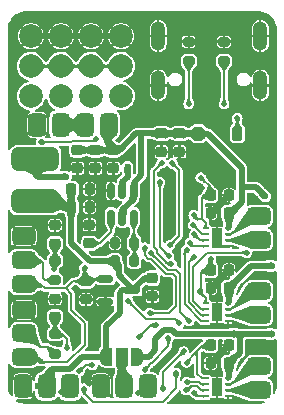
<source format=gbr>
%TF.GenerationSoftware,KiCad,Pcbnew,8.0.2*%
%TF.CreationDate,2024-07-01T07:37:42+02:00*%
%TF.ProjectId,ant control board v1.2,616e7420-636f-46e7-9472-6f6c20626f61,1.1*%
%TF.SameCoordinates,Original*%
%TF.FileFunction,Copper,L2,Bot*%
%TF.FilePolarity,Positive*%
%FSLAX46Y46*%
G04 Gerber Fmt 4.6, Leading zero omitted, Abs format (unit mm)*
G04 Created by KiCad (PCBNEW 8.0.2) date 2024-07-01 07:37:42*
%MOMM*%
%LPD*%
G01*
G04 APERTURE LIST*
G04 Aperture macros list*
%AMRoundRect*
0 Rectangle with rounded corners*
0 $1 Rounding radius*
0 $2 $3 $4 $5 $6 $7 $8 $9 X,Y pos of 4 corners*
0 Add a 4 corners polygon primitive as box body*
4,1,4,$2,$3,$4,$5,$6,$7,$8,$9,$2,$3,0*
0 Add four circle primitives for the rounded corners*
1,1,$1+$1,$2,$3*
1,1,$1+$1,$4,$5*
1,1,$1+$1,$6,$7*
1,1,$1+$1,$8,$9*
0 Add four rect primitives between the rounded corners*
20,1,$1+$1,$2,$3,$4,$5,0*
20,1,$1+$1,$4,$5,$6,$7,0*
20,1,$1+$1,$6,$7,$8,$9,0*
20,1,$1+$1,$8,$9,$2,$3,0*%
%AMFreePoly0*
4,1,19,0.000000,0.744911,0.071157,0.744911,0.207708,0.704816,0.327430,0.627875,0.420627,0.520320,0.479746,0.390866,0.500000,0.250000,0.500000,-0.250000,0.479746,-0.390866,0.420627,-0.520320,0.327430,-0.627875,0.207708,-0.704816,0.071157,-0.744911,0.000000,-0.744911,0.000000,-0.750000,-0.550000,-0.750000,-0.550000,0.750000,0.000000,0.750000,0.000000,0.744911,0.000000,0.744911,
$1*%
%AMFreePoly1*
4,1,19,0.550000,-0.750000,0.000000,-0.750000,0.000000,-0.744911,-0.071157,-0.744911,-0.207708,-0.704816,-0.327430,-0.627875,-0.420627,-0.520320,-0.479746,-0.390866,-0.500000,-0.250000,-0.500000,0.250000,-0.479746,0.390866,-0.420627,0.520320,-0.327430,0.627875,-0.207708,0.704816,-0.071157,0.744911,0.000000,0.744911,0.000000,0.750000,0.550000,0.750000,0.550000,-0.750000,0.550000,-0.750000,
$1*%
G04 Aperture macros list end*
%TA.AperFunction,SMDPad,CuDef*%
%ADD10RoundRect,0.500000X-1.500000X0.500000X-1.500000X-0.500000X1.500000X-0.500000X1.500000X0.500000X0*%
%TD*%
%TA.AperFunction,ComponentPad*%
%ADD11C,2.000000*%
%TD*%
%TA.AperFunction,ComponentPad*%
%ADD12O,1.250000X2.500000*%
%TD*%
%TA.AperFunction,SMDPad,CuDef*%
%ADD13RoundRect,0.375000X-0.625000X-0.375000X0.625000X-0.375000X0.625000X0.375000X-0.625000X0.375000X0*%
%TD*%
%TA.AperFunction,SMDPad,CuDef*%
%ADD14RoundRect,0.225000X-0.225000X-0.250000X0.225000X-0.250000X0.225000X0.250000X-0.225000X0.250000X0*%
%TD*%
%TA.AperFunction,SMDPad,CuDef*%
%ADD15RoundRect,0.225000X-0.250000X0.225000X-0.250000X-0.225000X0.250000X-0.225000X0.250000X0.225000X0*%
%TD*%
%TA.AperFunction,SMDPad,CuDef*%
%ADD16FreePoly0,180.000000*%
%TD*%
%TA.AperFunction,SMDPad,CuDef*%
%ADD17R,1.000000X1.500000*%
%TD*%
%TA.AperFunction,SMDPad,CuDef*%
%ADD18FreePoly1,180.000000*%
%TD*%
%TA.AperFunction,SMDPad,CuDef*%
%ADD19RoundRect,0.200000X0.275000X-0.200000X0.275000X0.200000X-0.275000X0.200000X-0.275000X-0.200000X0*%
%TD*%
%TA.AperFunction,SMDPad,CuDef*%
%ADD20RoundRect,0.375000X-0.375000X0.625000X-0.375000X-0.625000X0.375000X-0.625000X0.375000X0.625000X0*%
%TD*%
%TA.AperFunction,SMDPad,CuDef*%
%ADD21RoundRect,0.150000X-0.512500X-0.150000X0.512500X-0.150000X0.512500X0.150000X-0.512500X0.150000X0*%
%TD*%
%TA.AperFunction,SMDPad,CuDef*%
%ADD22R,0.900000X1.600000*%
%TD*%
%TA.AperFunction,SMDPad,CuDef*%
%ADD23RoundRect,0.062500X0.187500X0.062500X-0.187500X0.062500X-0.187500X-0.062500X0.187500X-0.062500X0*%
%TD*%
%TA.AperFunction,SMDPad,CuDef*%
%ADD24RoundRect,0.200000X0.200000X0.275000X-0.200000X0.275000X-0.200000X-0.275000X0.200000X-0.275000X0*%
%TD*%
%TA.AperFunction,SMDPad,CuDef*%
%ADD25RoundRect,0.375000X0.625000X0.375000X-0.625000X0.375000X-0.625000X-0.375000X0.625000X-0.375000X0*%
%TD*%
%TA.AperFunction,SMDPad,CuDef*%
%ADD26RoundRect,0.375000X0.375000X-0.625000X0.375000X0.625000X-0.375000X0.625000X-0.375000X-0.625000X0*%
%TD*%
%TA.AperFunction,SMDPad,CuDef*%
%ADD27RoundRect,0.225000X0.225000X0.250000X-0.225000X0.250000X-0.225000X-0.250000X0.225000X-0.250000X0*%
%TD*%
%TA.AperFunction,SMDPad,CuDef*%
%ADD28RoundRect,0.150000X-0.150000X0.512500X-0.150000X-0.512500X0.150000X-0.512500X0.150000X0.512500X0*%
%TD*%
%TA.AperFunction,SMDPad,CuDef*%
%ADD29RoundRect,0.225000X0.250000X-0.225000X0.250000X0.225000X-0.250000X0.225000X-0.250000X-0.225000X0*%
%TD*%
%TA.AperFunction,SMDPad,CuDef*%
%ADD30RoundRect,0.200000X-0.200000X-0.275000X0.200000X-0.275000X0.200000X0.275000X-0.200000X0.275000X0*%
%TD*%
%TA.AperFunction,SMDPad,CuDef*%
%ADD31RoundRect,0.225000X-0.225000X-0.375000X0.225000X-0.375000X0.225000X0.375000X-0.225000X0.375000X0*%
%TD*%
%TA.AperFunction,ViaPad*%
%ADD32C,0.500000*%
%TD*%
%TA.AperFunction,ViaPad*%
%ADD33C,0.600000*%
%TD*%
%TA.AperFunction,Conductor*%
%ADD34C,0.500000*%
%TD*%
%TA.AperFunction,Conductor*%
%ADD35C,0.200000*%
%TD*%
G04 APERTURE END LIST*
D10*
%TO.P,L1,2,2*%
%TO.N,+5V*%
X139573000Y-84328000D03*
%TO.P,L1,1,1*%
%TO.N,/SW*%
X139573000Y-80772000D03*
%TD*%
D11*
%TO.P,U4,12,CH4*%
%TO.N,/CH4*%
X139192000Y-75438000D03*
%TO.P,U4,11*%
%TO.N,+3V3*%
X139192000Y-72898000D03*
%TO.P,U4,10*%
%TO.N,GND*%
X139192000Y-70358000D03*
%TO.P,U4,9,CH3*%
%TO.N,/CH3*%
X141732000Y-75438000D03*
%TO.P,U4,8*%
%TO.N,+3V3*%
X141732000Y-72898000D03*
%TO.P,U4,7*%
%TO.N,GND*%
X141732000Y-70358000D03*
%TO.P,U4,6,CH2*%
%TO.N,/CH2*%
X144272000Y-75438000D03*
%TO.P,U4,5*%
%TO.N,+3V3*%
X144272000Y-72898000D03*
%TO.P,U4,4*%
%TO.N,GND*%
X144272000Y-70358000D03*
%TO.P,U4,3,CH1_(PPM)*%
%TO.N,/CH1_PPM*%
X146812000Y-75438000D03*
%TO.P,U4,2,VCC*%
%TO.N,+3V3*%
X146812000Y-72898000D03*
%TO.P,U4,1,GND*%
%TO.N,GND*%
X146812000Y-70358000D03*
%TD*%
D12*
%TO.P,J4,13,SHIELD*%
%TO.N,GND*%
X149973000Y-70355500D03*
X149973000Y-74535500D03*
X158613000Y-70355500D03*
X158613000Y-74535500D03*
%TD*%
D13*
%TO.P,J11,2,Pin_2*%
%TO.N,/M3-*%
X158496000Y-87604500D03*
%TO.P,J11,1,Pin_1*%
%TO.N,/M3+*%
X158496000Y-85604500D03*
%TD*%
D14*
%TO.P,C18,2*%
%TO.N,GND*%
X144158000Y-83312000D03*
%TO.P,C18,1*%
%TO.N,+5V*%
X142608000Y-83312000D03*
%TD*%
D15*
%TO.P,C21,2*%
%TO.N,GND*%
X149479000Y-92392800D03*
%TO.P,C21,1*%
%TO.N,+5V*%
X149479000Y-90842800D03*
%TD*%
D16*
%TO.P,JP1,3,B*%
%TO.N,+5V*%
X145562800Y-97485200D03*
D17*
%TO.P,JP1,2,C*%
%TO.N,Net-(J8-Pin_2)*%
X146862800Y-97485200D03*
D18*
%TO.P,JP1,1,A*%
%TO.N,+BATT*%
X148162800Y-97485200D03*
%TD*%
D15*
%TO.P,C22,2*%
%TO.N,GND*%
X143843000Y-92657000D03*
%TO.P,C22,1*%
%TO.N,+3V3*%
X143843000Y-91107000D03*
%TD*%
D19*
%TO.P,R8,2*%
%TO.N,GND*%
X155549600Y-70828400D03*
%TO.P,R8,1*%
%TO.N,/CC1*%
X155549600Y-72478400D03*
%TD*%
D20*
%TO.P,J8,3,Pin_3*%
%TO.N,GND*%
X145098000Y-100022096D03*
%TO.P,J8,2,Pin_2*%
%TO.N,Net-(J8-Pin_2)*%
X147098000Y-100022096D03*
%TO.P,J8,1,Pin_1*%
%TO.N,/SERVO_1_SIG_5V*%
X149098000Y-100022096D03*
%TD*%
D21*
%TO.P,U3,3,VI*%
%TO.N,+5V*%
X147774500Y-91882000D03*
%TO.P,U3,2,VO*%
%TO.N,+3V3*%
X145499500Y-90932000D03*
%TO.P,U3,1,GND*%
%TO.N,GND*%
X145499500Y-92832000D03*
%TD*%
D13*
%TO.P,J10,2,Pin_2*%
%TO.N,/M2-*%
X158496000Y-93948000D03*
%TO.P,J10,1,Pin_1*%
%TO.N,/M2+*%
X158496000Y-91948000D03*
%TD*%
D15*
%TO.P,C20,2*%
%TO.N,GND*%
X150241000Y-80150000D03*
%TO.P,C20,1*%
%TO.N,+BATT*%
X150241000Y-78600000D03*
%TD*%
D22*
%TO.P,U7,9,GND*%
%TO.N,GND*%
X154930500Y-87387500D03*
D23*
%TO.P,U7,8,VCC*%
%TO.N,+3V3*%
X153980500Y-86637500D03*
%TO.P,U7,7,~{SLEEP}*%
%TO.N,/~{M3_SLEEP}*%
X153980500Y-87137500D03*
%TO.P,U7,6,PH*%
%TO.N,/M3_DIR*%
X153980500Y-87637500D03*
%TO.P,U7,5,EN*%
%TO.N,/M3_PWM*%
X153980500Y-88137500D03*
%TO.P,U7,4,GND*%
%TO.N,GND*%
X155880500Y-88137500D03*
%TO.P,U7,3,OUT2*%
%TO.N,/M3-*%
X155880500Y-87637500D03*
%TO.P,U7,2,OUT1*%
%TO.N,/M3+*%
X155880500Y-87137500D03*
%TO.P,U7,1,VM*%
%TO.N,+BATT*%
X155880500Y-86637500D03*
%TD*%
D15*
%TO.P,C7,2*%
%TO.N,GND*%
X146177000Y-81547000D03*
%TO.P,C7,1*%
%TO.N,+BATT*%
X146177000Y-79997000D03*
%TD*%
D24*
%TO.P,R7,2*%
%TO.N,GND*%
X146305000Y-87884000D03*
%TO.P,R7,1*%
%TO.N,/VFB*%
X147955000Y-87884000D03*
%TD*%
D19*
%TO.P,R11,2*%
%TO.N,/ADC1*%
X141224000Y-95593400D03*
%TO.P,R11,1*%
%TO.N,Net-(J6-Pin_2)*%
X141224000Y-97243400D03*
%TD*%
D25*
%TO.P,J6,3,Pin_3*%
%TO.N,GND*%
X138610905Y-93536000D03*
%TO.P,J6,2,Pin_2*%
%TO.N,Net-(J6-Pin_2)*%
X138610905Y-95536000D03*
%TO.P,J6,1,Pin_1*%
%TO.N,+3V3*%
X138610905Y-97536000D03*
%TD*%
D15*
%TO.P,C19,2*%
%TO.N,GND*%
X151765000Y-80150000D03*
%TO.P,C19,1*%
%TO.N,+BATT*%
X151765000Y-78600000D03*
%TD*%
D20*
%TO.P,J7,3,Pin_3*%
%TO.N,GND*%
X138515905Y-100022096D03*
%TO.P,J7,2,Pin_2*%
%TO.N,+5V*%
X140515905Y-100022096D03*
%TO.P,J7,1,Pin_1*%
%TO.N,/SERVO_2_SIG_5V*%
X142515905Y-100022096D03*
%TD*%
D26*
%TO.P,J2,2,Pin_2*%
%TO.N,/BAT_2_SW*%
X141706500Y-77860500D03*
%TO.P,J2,1,Pin_1*%
%TO.N,GND*%
X139706500Y-77860500D03*
%TD*%
D15*
%TO.P,C23,2*%
%TO.N,/ADC2*%
X141224000Y-87922400D03*
%TO.P,C23,1*%
%TO.N,GND*%
X141224000Y-86372400D03*
%TD*%
D14*
%TO.P,C17,2*%
%TO.N,GND*%
X144158000Y-84836000D03*
%TO.P,C17,1*%
%TO.N,+5V*%
X142608000Y-84836000D03*
%TD*%
D27*
%TO.P,C28,2*%
%TO.N,GND*%
X154409500Y-98055500D03*
%TO.P,C28,1*%
%TO.N,+BATT*%
X155959500Y-98055500D03*
%TD*%
D14*
%TO.P,C26,2*%
%TO.N,GND*%
X155959500Y-90181500D03*
%TO.P,C26,1*%
%TO.N,+3V3*%
X154409500Y-90181500D03*
%TD*%
D15*
%TO.P,C24,2*%
%TO.N,/ADC1*%
X141224000Y-94145400D03*
%TO.P,C24,1*%
%TO.N,GND*%
X141224000Y-92595400D03*
%TD*%
D14*
%TO.P,C27,2*%
%TO.N,GND*%
X155959500Y-83831500D03*
%TO.P,C27,1*%
%TO.N,+3V3*%
X154409500Y-83831500D03*
%TD*%
D28*
%TO.P,U1,6,VBST*%
%TO.N,Net-(U1-VBST)*%
X145989000Y-85719500D03*
%TO.P,U1,5,EN*%
%TO.N,+BATT*%
X146939000Y-85719500D03*
%TO.P,U1,4,VFB*%
%TO.N,/VFB*%
X147889000Y-85719500D03*
%TO.P,U1,3,VIN*%
%TO.N,+BATT*%
X147889000Y-83444500D03*
%TO.P,U1,2,SW*%
%TO.N,/SW*%
X146939000Y-83444500D03*
%TO.P,U1,1,GND*%
%TO.N,GND*%
X145989000Y-83444500D03*
%TD*%
D26*
%TO.P,J1,2,Pin_2*%
%TO.N,+BATT*%
X145770500Y-77860500D03*
%TO.P,J1,1,Pin_1*%
%TO.N,/BAT_2_SW*%
X143770500Y-77860500D03*
%TD*%
D29*
%TO.P,C14,2*%
%TO.N,GND*%
X144145000Y-86347000D03*
%TO.P,C14,1*%
%TO.N,Net-(U1-VBST)*%
X144145000Y-87897000D03*
%TD*%
D30*
%TO.P,R6,2*%
%TO.N,/VFB*%
X147955000Y-89408000D03*
%TO.P,R6,1*%
%TO.N,+5V*%
X146305000Y-89408000D03*
%TD*%
D25*
%TO.P,J5,3,Pin_3*%
%TO.N,GND*%
X138570905Y-87313000D03*
%TO.P,J5,2,Pin_2*%
%TO.N,Net-(J5-Pin_2)*%
X138570905Y-89313000D03*
%TO.P,J5,1,Pin_1*%
%TO.N,+3V3*%
X138570905Y-91313000D03*
%TD*%
D14*
%TO.P,C25,2*%
%TO.N,GND*%
X155959500Y-96531500D03*
%TO.P,C25,1*%
%TO.N,+3V3*%
X154409500Y-96531500D03*
%TD*%
D22*
%TO.P,U5,9,GND*%
%TO.N,GND*%
X154930500Y-100087500D03*
D23*
%TO.P,U5,8,VCC*%
%TO.N,+3V3*%
X153980500Y-99337500D03*
%TO.P,U5,7,~{SLEEP}*%
%TO.N,/~{M1_SLEEP}*%
X153980500Y-99837500D03*
%TO.P,U5,6,PH*%
%TO.N,/M1_DIR*%
X153980500Y-100337500D03*
%TO.P,U5,5,EN*%
%TO.N,/M1_PWM*%
X153980500Y-100837500D03*
%TO.P,U5,4,GND*%
%TO.N,GND*%
X155880500Y-100837500D03*
%TO.P,U5,3,OUT2*%
%TO.N,/M1-*%
X155880500Y-100337500D03*
%TO.P,U5,2,OUT1*%
%TO.N,/M1+*%
X155880500Y-99837500D03*
%TO.P,U5,1,VM*%
%TO.N,+BATT*%
X155880500Y-99337500D03*
%TD*%
D19*
%TO.P,R10,2*%
%TO.N,/ADC2*%
X141224000Y-89370400D03*
%TO.P,R10,1*%
%TO.N,Net-(J5-Pin_2)*%
X141224000Y-91020400D03*
%TD*%
D27*
%TO.P,C30,2*%
%TO.N,GND*%
X154409500Y-85355500D03*
%TO.P,C30,1*%
%TO.N,+BATT*%
X155959500Y-85355500D03*
%TD*%
D13*
%TO.P,J9,2,Pin_2*%
%TO.N,/M1-*%
X158496000Y-100298000D03*
%TO.P,J9,1,Pin_1*%
%TO.N,/M1+*%
X158496000Y-98298000D03*
%TD*%
D15*
%TO.P,C5,2*%
%TO.N,GND*%
X143129000Y-81547000D03*
%TO.P,C5,1*%
%TO.N,+BATT*%
X143129000Y-79997000D03*
%TD*%
%TO.P,C6,2*%
%TO.N,GND*%
X144653000Y-81547000D03*
%TO.P,C6,1*%
%TO.N,+BATT*%
X144653000Y-79997000D03*
%TD*%
D19*
%TO.P,R9,2*%
%TO.N,GND*%
X152552400Y-70828400D03*
%TO.P,R9,1*%
%TO.N,/CC2*%
X152552400Y-72478400D03*
%TD*%
D27*
%TO.P,C29,2*%
%TO.N,GND*%
X154409500Y-91705500D03*
%TO.P,C29,1*%
%TO.N,+BATT*%
X155959500Y-91705500D03*
%TD*%
D22*
%TO.P,U6,9,GND*%
%TO.N,GND*%
X154930500Y-93737500D03*
D23*
%TO.P,U6,8,VCC*%
%TO.N,+3V3*%
X153980500Y-92987500D03*
%TO.P,U6,7,~{SLEEP}*%
%TO.N,/~{M2_SLEEP}*%
X153980500Y-93487500D03*
%TO.P,U6,6,PH*%
%TO.N,/M2_DIR*%
X153980500Y-93987500D03*
%TO.P,U6,5,EN*%
%TO.N,/M2_PWM*%
X153980500Y-94487500D03*
%TO.P,U6,4,GND*%
%TO.N,GND*%
X155880500Y-94487500D03*
%TO.P,U6,3,OUT2*%
%TO.N,/M2-*%
X155880500Y-93987500D03*
%TO.P,U6,2,OUT1*%
%TO.N,/M2+*%
X155880500Y-93487500D03*
%TO.P,U6,1,VM*%
%TO.N,+BATT*%
X155880500Y-92987500D03*
%TD*%
D31*
%TO.P,D2,2,A*%
%TO.N,/VUSB*%
X156666200Y-78613000D03*
%TO.P,D2,1,K*%
%TO.N,+BATT*%
X153366200Y-78613000D03*
%TD*%
D32*
%TO.N,GND*%
X152323800Y-84988400D03*
X145084800Y-85572600D03*
X158851600Y-80746600D03*
X151765000Y-76454000D03*
X145186400Y-82550000D03*
X142243069Y-94202087D03*
X150622000Y-91363800D03*
X150825200Y-82473800D03*
X142113000Y-80772000D03*
X137741844Y-98746067D03*
X156845000Y-94869000D03*
X144157610Y-99714944D03*
X156591000Y-101168200D03*
X155371800Y-89281000D03*
X159595531Y-96346127D03*
X149987000Y-98425000D03*
X148640800Y-84404200D03*
X155371800Y-81940400D03*
X152298400Y-98856800D03*
X147291823Y-88671400D03*
X154051000Y-71628000D03*
X152019000Y-101092000D03*
X137795000Y-76454000D03*
X150495000Y-77089000D03*
X152654000Y-79629000D03*
X143687800Y-93827600D03*
X146887439Y-86859068D03*
X146024600Y-91770200D03*
X143095691Y-96359691D03*
X142875000Y-89916000D03*
X157632400Y-96279356D03*
X144399000Y-96520000D03*
X158877000Y-77978000D03*
X149199600Y-89865200D03*
X141732000Y-87045800D03*
X149606000Y-72390000D03*
X151688800Y-96316800D03*
%TO.N,/RESET*%
X144729200Y-79070200D03*
X144399000Y-98185200D03*
X140081000Y-79322000D03*
X143300893Y-98700075D03*
D33*
%TO.N,+BATT*%
X159592800Y-89814400D03*
X159029400Y-83921600D03*
X156370808Y-95579356D03*
X159592800Y-95579356D03*
D32*
%TO.N,+3V3*%
X152984200Y-85521800D03*
X139939000Y-97840800D03*
X152373122Y-97994678D03*
X154406600Y-89246010D03*
X143738600Y-89975600D03*
X153509820Y-91994634D03*
X153583008Y-82336008D03*
D33*
%TO.N,+5V*%
X139765905Y-99960983D03*
D32*
%TO.N,/ADC2*%
X141147800Y-90093800D03*
X151739600Y-94665800D03*
X147410400Y-92760800D03*
%TO.N,/ADC1*%
X150837194Y-95918599D03*
X142240000Y-96774000D03*
X148815295Y-98606105D03*
%TO.N,/VUSB*%
X156667200Y-77317600D03*
%TO.N,/CC2*%
X152552400Y-76073000D03*
%TO.N,/SERVO_2_SIG*%
X143673290Y-100220353D03*
X149766793Y-94849393D03*
X151482244Y-98904245D03*
X148361400Y-95808800D03*
X148844000Y-88265000D03*
X149250400Y-93821623D03*
%TO.N,/SERVO_1_SIG*%
X152146000Y-97053400D03*
X149336187Y-88695664D03*
X150368000Y-100203000D03*
X152577800Y-94462600D03*
%TO.N,/CC1*%
X155549600Y-76098400D03*
D33*
%TO.N,/SW*%
X142151100Y-82257900D03*
X147370800Y-81432400D03*
D32*
%TO.N,/~{M1_SLEEP}*%
X152400000Y-99644200D03*
%TO.N,/CH2*%
X150266400Y-81076800D03*
X151082814Y-89622041D03*
%TO.N,/M1_PWM*%
X153009600Y-100533200D03*
%TO.N,/M3_DIR*%
X153009600Y-87147400D03*
%TO.N,/M1_DIR*%
X152313565Y-100292466D03*
%TO.N,/~{M2_SLEEP}*%
X157458213Y-88696010D03*
%TO.N,/M3_PWM*%
X152654000Y-87858600D03*
%TO.N,/CH3*%
X150876000Y-89001600D03*
X150114000Y-82702400D03*
%TO.N,/M2_PWM*%
X152374030Y-88449647D03*
%TO.N,/~{M3_SLEEP}*%
X152941309Y-86317109D03*
%TO.N,/M2_DIR*%
X152984200Y-89052400D03*
%TO.N,/CH1_PPM*%
X151155400Y-81127600D03*
X150947409Y-88082409D03*
%TO.N,/SERVO_2_SIG_5V*%
X141753325Y-100518000D03*
%TO.N,/SERVO_1_SIG_5V*%
X148298000Y-100584000D03*
%TD*%
D34*
%TO.N,GND*%
X154435500Y-91705500D02*
X155959500Y-90181500D01*
X154435500Y-85355500D02*
X155959500Y-83831500D01*
X154409500Y-91705500D02*
X154435500Y-91705500D01*
X146812000Y-70358000D02*
X144272000Y-70358000D01*
X139192000Y-70358000D02*
X141732000Y-70358000D01*
X154409500Y-85355500D02*
X154435500Y-85355500D01*
X141732000Y-70358000D02*
X144272000Y-70358000D01*
X154435500Y-98055500D02*
X155959500Y-96531500D01*
X154409500Y-98055500D02*
X154435500Y-98055500D01*
D35*
%TO.N,/RESET*%
X143300893Y-98700075D02*
X143815768Y-98185200D01*
X143815768Y-98185200D02*
X144399000Y-98185200D01*
X140081000Y-79322000D02*
X142580304Y-79322000D01*
X142655304Y-79247000D02*
X144552400Y-79247000D01*
X144552400Y-79247000D02*
X144729200Y-79070200D01*
X142580304Y-79322000D02*
X142655304Y-79247000D01*
D34*
%TO.N,+BATT*%
X149199600Y-97485200D02*
X149718800Y-96966000D01*
X158267400Y-83159600D02*
X159029400Y-83921600D01*
X157226000Y-95579356D02*
X156370808Y-95579356D01*
X150501001Y-95218599D02*
X151127144Y-95218599D01*
X153366200Y-78613000D02*
X151778000Y-78613000D01*
X150241000Y-78600000D02*
X151765000Y-78600000D01*
X154152600Y-78613000D02*
X153366200Y-78613000D01*
X147889000Y-82782001D02*
X148539200Y-82131801D01*
X156859500Y-97155500D02*
X156859500Y-95874100D01*
X148539200Y-78650800D02*
X148488400Y-78600000D01*
X157048200Y-83159600D02*
X158267400Y-83159600D01*
X149718800Y-96000800D02*
X150501001Y-95218599D01*
X148488400Y-78600000D02*
X150241000Y-78600000D01*
X143129000Y-79997000D02*
X144653000Y-79997000D01*
X155959500Y-98055500D02*
X155959500Y-99183500D01*
X157048200Y-81508600D02*
X154152600Y-78613000D01*
X156564756Y-95579356D02*
X156370808Y-95579356D01*
X147889000Y-84140000D02*
X146939000Y-85090000D01*
X157048200Y-84404200D02*
X157048200Y-83159600D01*
X155959500Y-91705500D02*
X155959500Y-92833500D01*
X155959500Y-85355500D02*
X156096900Y-85355500D01*
X157048200Y-83159600D02*
X157048200Y-81508600D01*
X148120400Y-78600000D02*
X148488400Y-78600000D01*
X159592800Y-95579356D02*
X157226000Y-95579356D01*
X147889000Y-83444500D02*
X147889000Y-82782001D01*
X157850600Y-89814400D02*
X155959500Y-91705500D01*
X151487901Y-95579356D02*
X156370808Y-95579356D01*
X145770500Y-79590500D02*
X146177000Y-79997000D01*
X159592800Y-89814400D02*
X157850600Y-89814400D01*
X155959500Y-99183500D02*
X155880500Y-99262500D01*
X148162800Y-97485200D02*
X149199600Y-97485200D01*
X155959500Y-98055500D02*
X156859500Y-97155500D01*
X147889000Y-83444500D02*
X147889000Y-84140000D01*
X155959500Y-86483500D02*
X155880500Y-86562500D01*
X151778000Y-78613000D02*
X151765000Y-78600000D01*
X146723400Y-79997000D02*
X148120400Y-78600000D01*
X148539200Y-82131801D02*
X148539200Y-78650800D01*
X149718800Y-96966000D02*
X149718800Y-96000800D01*
X156859500Y-95874100D02*
X156931256Y-95874100D01*
X156096900Y-85355500D02*
X157048200Y-84404200D01*
X156859500Y-95874100D02*
X156564756Y-95579356D01*
X146177000Y-79997000D02*
X144653000Y-79997000D01*
X156931256Y-95874100D02*
X157226000Y-95579356D01*
X151127144Y-95218599D02*
X151487901Y-95579356D01*
X155959500Y-92833500D02*
X155880500Y-92912500D01*
X146939000Y-85090000D02*
X146939000Y-85719500D01*
X155959500Y-85355500D02*
X155959500Y-86483500D01*
X146177000Y-79997000D02*
X146723400Y-79997000D01*
X145770500Y-77860500D02*
X145770500Y-79590500D01*
D35*
%TO.N,+3V3*%
X154422500Y-96531500D02*
X153800500Y-96531500D01*
X153289000Y-97409000D02*
X153106000Y-97226000D01*
X143738600Y-89975600D02*
X143738600Y-91002600D01*
X154406600Y-89246010D02*
X154409500Y-89248910D01*
X153593800Y-92113496D02*
X153980500Y-92500196D01*
X153106000Y-97226000D02*
X153292500Y-97039500D01*
X142752800Y-91107000D02*
X143843000Y-91107000D01*
X153335118Y-85872718D02*
X153639918Y-85872718D01*
X153593800Y-91313000D02*
X153593800Y-92113496D01*
X152373122Y-97994678D02*
X152373122Y-97958878D01*
X153593800Y-90388200D02*
X153593800Y-91313000D01*
X142621000Y-93538618D02*
X142621000Y-92202000D01*
X154409500Y-83162500D02*
X154409500Y-83831500D01*
X153644600Y-84048600D02*
X153644600Y-85877400D01*
X142621000Y-92202000D02*
X142139400Y-91720400D01*
X140074800Y-97976600D02*
X142256600Y-97976600D01*
X152373122Y-97958878D02*
X153106000Y-97226000D01*
X142256600Y-97976600D02*
X143764000Y-96469200D01*
X139939000Y-97840800D02*
X140074800Y-97976600D01*
X143764000Y-96469200D02*
X143764000Y-94681618D01*
X140361400Y-91720400D02*
X142139400Y-91720400D01*
X146812000Y-72898000D02*
X144272000Y-72898000D01*
X154409500Y-83831500D02*
X153861700Y-83831500D01*
X152984200Y-85521800D02*
X153335118Y-85872718D01*
X153800500Y-90181500D02*
X153593800Y-90388200D01*
X141732000Y-72898000D02*
X144272000Y-72898000D01*
X143764000Y-94681618D02*
X142621000Y-93538618D01*
X153593800Y-91313000D02*
X153593800Y-91910654D01*
X153861700Y-83831500D02*
X153644600Y-84048600D01*
X153800500Y-96531500D02*
X153292500Y-97039500D01*
X139634200Y-97536000D02*
X139939000Y-97840800D01*
X154409500Y-89248910D02*
X154409500Y-90181500D01*
X153292500Y-98944500D02*
X153685500Y-99337500D01*
X153593800Y-91910654D02*
X153509820Y-91994634D01*
X142139400Y-91720400D02*
X142752800Y-91107000D01*
X144018000Y-90932000D02*
X143843000Y-91107000D01*
X138610905Y-97536000D02*
X139634200Y-97536000D01*
X153685500Y-99337500D02*
X153980500Y-99337500D01*
X139192000Y-72898000D02*
X141732000Y-72898000D01*
X138570905Y-91313000D02*
X139954000Y-91313000D01*
X153644600Y-85877400D02*
X153980500Y-86213300D01*
X139954000Y-91313000D02*
X140361400Y-91720400D01*
X153980500Y-86213300D02*
X153980500Y-86637500D01*
X153292500Y-97409000D02*
X153292500Y-98944500D01*
X143738600Y-91002600D02*
X143843000Y-91107000D01*
X153583008Y-82336008D02*
X154409500Y-83162500D01*
X153980500Y-92500196D02*
X153980500Y-92987500D01*
X153639918Y-85872718D02*
X153644600Y-85877400D01*
X153292500Y-97039500D02*
X153292500Y-97409000D01*
X153292500Y-97409000D02*
X153289000Y-97409000D01*
X154422500Y-90181500D02*
X153800500Y-90181500D01*
X145499500Y-90932000D02*
X144018000Y-90932000D01*
%TO.N,Net-(U1-VBST)*%
X145989000Y-86929000D02*
X145021000Y-87897000D01*
X145989000Y-85719500D02*
X145989000Y-86929000D01*
X145021000Y-87897000D02*
X144145000Y-87897000D01*
D34*
%TO.N,+5V*%
X148813700Y-90842800D02*
X147774500Y-91882000D01*
D35*
X139765905Y-99960983D02*
X139827018Y-100022096D01*
D34*
X144160950Y-89408000D02*
X146305000Y-89408000D01*
X142484418Y-98526600D02*
X143525818Y-97485200D01*
X146710400Y-92100400D02*
X146710400Y-93776800D01*
X140515905Y-99006095D02*
X140995400Y-98526600D01*
X143525818Y-97485200D02*
X145562800Y-97485200D01*
X147774500Y-91882000D02*
X147774500Y-91742100D01*
X149479000Y-90842800D02*
X148813700Y-90842800D01*
D35*
X139827018Y-100022096D02*
X140515905Y-100022096D01*
D34*
X147774500Y-91882000D02*
X146928800Y-91882000D01*
X142608000Y-84836000D02*
X140081000Y-84836000D01*
X147774500Y-91742100D02*
X146612000Y-90579600D01*
X142608000Y-84836000D02*
X142608000Y-87855050D01*
X146612000Y-89715000D02*
X146305000Y-89408000D01*
X146928800Y-91882000D02*
X146710400Y-92100400D01*
X140081000Y-84836000D02*
X139573000Y-84328000D01*
X145562800Y-94924400D02*
X145562800Y-97485200D01*
X146710400Y-93776800D02*
X145562800Y-94924400D01*
X142608000Y-83312000D02*
X142608000Y-84836000D01*
X146612000Y-90579600D02*
X146612000Y-89715000D01*
X140995400Y-98526600D02*
X142484418Y-98526600D01*
X142608000Y-87855050D02*
X144160950Y-89408000D01*
X140515905Y-100022096D02*
X140515905Y-99006095D01*
D35*
%TO.N,/ADC2*%
X151399423Y-94325623D02*
X151739600Y-94665800D01*
X147410400Y-92760800D02*
X148975223Y-94325623D01*
X141224000Y-87922400D02*
X141224000Y-89370400D01*
X148975223Y-94325623D02*
X151399423Y-94325623D01*
X141147800Y-89446600D02*
X141224000Y-89370400D01*
X141147800Y-90093800D02*
X141147800Y-89446600D01*
%TO.N,/ADC1*%
X150837194Y-96625424D02*
X150837194Y-95918599D01*
X141821400Y-95593400D02*
X141224000Y-95593400D01*
X148815295Y-98606105D02*
X149386200Y-98035200D01*
X149427418Y-98035200D02*
X150837194Y-96625424D01*
X142240000Y-96012000D02*
X141821400Y-95593400D01*
X149386200Y-98035200D02*
X149427418Y-98035200D01*
X142240000Y-96774000D02*
X142240000Y-96012000D01*
X141224000Y-94145400D02*
X141224000Y-95593400D01*
%TO.N,/VUSB*%
X156667200Y-78612000D02*
X156666200Y-78613000D01*
X156667200Y-77317600D02*
X156667200Y-78612000D01*
D34*
%TO.N,/BAT_2_SW*%
X143770500Y-77860500D02*
X141706500Y-77860500D01*
D35*
%TO.N,/CC2*%
X152552400Y-76073000D02*
X152552400Y-72478400D01*
%TO.N,Net-(J5-Pin_2)*%
X139986000Y-89313000D02*
X140208000Y-89535000D01*
X140208000Y-89535000D02*
X140208000Y-90805000D01*
X138570905Y-89313000D02*
X139986000Y-89313000D01*
X140423400Y-91020400D02*
X141224000Y-91020400D01*
X140208000Y-90805000D02*
X140423400Y-91020400D01*
%TO.N,Net-(J6-Pin_2)*%
X140627600Y-96647000D02*
X139954000Y-96647000D01*
X139954000Y-96647000D02*
X138843000Y-95536000D01*
X141224000Y-97243400D02*
X140627600Y-96647000D01*
X138843000Y-95536000D02*
X138610905Y-95536000D01*
%TO.N,/SERVO_2_SIG*%
X143673290Y-100220353D02*
X143673290Y-100551980D01*
X149320807Y-94849393D02*
X149766793Y-94849393D01*
X148832187Y-88904428D02*
X148832187Y-88276813D01*
X151482244Y-100182520D02*
X151482244Y-98904245D01*
X143673290Y-100551980D02*
X144443406Y-101322096D01*
X149345213Y-89199664D02*
X149127423Y-89199664D01*
X150881977Y-93821623D02*
X151485600Y-93218000D01*
X151485600Y-90754200D02*
X151207441Y-90476041D01*
X149250400Y-93821623D02*
X150881977Y-93821623D01*
X151207441Y-90476041D02*
X150621590Y-90476041D01*
X148361400Y-95808800D02*
X149320807Y-94849393D01*
X150342668Y-101322096D02*
X151482244Y-100182520D01*
X150621590Y-90476041D02*
X149345213Y-89199664D01*
X148832187Y-88276813D02*
X148844000Y-88265000D01*
X151485600Y-93218000D02*
X151485600Y-90754200D01*
X144443406Y-101322096D02*
X150342668Y-101322096D01*
X149127423Y-89199664D02*
X148832187Y-88904428D01*
%TO.N,/SERVO_1_SIG*%
X149336187Y-88695664D02*
X150766564Y-90126041D01*
X151846800Y-93731600D02*
X152577800Y-94462600D01*
X150766564Y-90126041D02*
X151492441Y-90126041D01*
X150368000Y-98831400D02*
X152146000Y-97053400D01*
X151492441Y-90126041D02*
X151846800Y-90480400D01*
X151846800Y-90480400D02*
X151846800Y-93731600D01*
X150368000Y-100203000D02*
X150368000Y-98831400D01*
D34*
%TO.N,Net-(J8-Pin_2)*%
X147098000Y-100022096D02*
X146862800Y-99786896D01*
X146862800Y-99786896D02*
X146862800Y-97485200D01*
D35*
%TO.N,/CC1*%
X155549600Y-76098400D02*
X155549600Y-72478400D01*
D34*
%TO.N,/SW*%
X139573000Y-82042000D02*
X139573000Y-80772000D01*
X139788900Y-82257900D02*
X139573000Y-82042000D01*
X146939000Y-82677000D02*
X147370800Y-82245200D01*
X142151100Y-82257900D02*
X139788900Y-82257900D01*
X147370800Y-82245200D02*
X147370800Y-81432400D01*
X146939000Y-82677000D02*
X146939000Y-83444500D01*
D35*
%TO.N,/~{M1_SLEEP}*%
X153426514Y-99644200D02*
X153619814Y-99837500D01*
X153619814Y-99837500D02*
X153980500Y-99837500D01*
X152400000Y-99644200D02*
X153426514Y-99644200D01*
%TO.N,/CH2*%
X149606000Y-81737200D02*
X149606000Y-88252713D01*
X150266400Y-81076800D02*
X149606000Y-81737200D01*
X149840187Y-88486900D02*
X149840187Y-88678551D01*
X150783677Y-89622041D02*
X151082814Y-89622041D01*
X149840187Y-88678551D02*
X150783677Y-89622041D01*
X149606000Y-88252713D02*
X149840187Y-88486900D01*
%TO.N,/M1_PWM*%
X153009600Y-100533200D02*
X153313900Y-100837500D01*
X153313900Y-100837500D02*
X153980500Y-100837500D01*
%TO.N,/M3_DIR*%
X153499700Y-87637500D02*
X153980500Y-87637500D01*
X153009600Y-87147400D02*
X153499700Y-87637500D01*
%TO.N,/M1_DIR*%
X152313565Y-100292466D02*
X152464498Y-100292466D01*
X153263600Y-99999800D02*
X153601300Y-100337500D01*
X152757164Y-99999800D02*
X153263600Y-99999800D01*
X153601300Y-100337500D02*
X153980500Y-100337500D01*
X152464498Y-100292466D02*
X152757164Y-99999800D01*
%TO.N,/~{M2_SLEEP}*%
X153619814Y-93487500D02*
X153980500Y-93487500D01*
X152896800Y-89876400D02*
X152896800Y-92764486D01*
X154077190Y-88696010D02*
X152896800Y-89876400D01*
X157458213Y-88696010D02*
X154077190Y-88696010D01*
X152896800Y-92764486D02*
X153619814Y-93487500D01*
%TO.N,/M3_PWM*%
X152932900Y-88137500D02*
X153980500Y-88137500D01*
X152654000Y-87858600D02*
X152932900Y-88137500D01*
%TO.N,/CH3*%
X150114000Y-82702400D02*
X150114000Y-88215764D01*
X150876000Y-88977764D02*
X150876000Y-89001600D01*
X150114000Y-88215764D02*
X150876000Y-88977764D01*
%TO.N,/M2_PWM*%
X152196800Y-93054435D02*
X153629865Y-94487500D01*
X153629865Y-94487500D02*
X153980500Y-94487500D01*
X152374030Y-88449647D02*
X152196800Y-88626877D01*
X152196800Y-88626877D02*
X152196800Y-93054435D01*
%TO.N,/~{M3_SLEEP}*%
X152941309Y-86317109D02*
X152941309Y-86362695D01*
X153716114Y-87137500D02*
X153980500Y-87137500D01*
X152941309Y-86362695D02*
X153716114Y-87137500D01*
%TO.N,/M2_DIR*%
X152984200Y-89052400D02*
X152546800Y-89489800D01*
X152546800Y-92909460D02*
X153624840Y-93987500D01*
X153624840Y-93987500D02*
X153980500Y-93987500D01*
X152546800Y-89489800D02*
X152546800Y-92909460D01*
%TO.N,/CH1_PPM*%
X151739600Y-87290218D02*
X151739600Y-81711800D01*
X151739600Y-81711800D02*
X151155400Y-81127600D01*
X150947409Y-88082409D02*
X151739600Y-87290218D01*
%TO.N,/VFB*%
X147889000Y-85719500D02*
X147889000Y-87818000D01*
X147955000Y-89408000D02*
X147955000Y-87884000D01*
X147889000Y-87818000D02*
X147955000Y-87884000D01*
%TO.N,/SERVO_2_SIG_5V*%
X142249229Y-100022096D02*
X142515905Y-100022096D01*
X141753325Y-100518000D02*
X142249229Y-100022096D01*
%TO.N,/SERVO_1_SIG_5V*%
X148298000Y-100584000D02*
X148859904Y-100022096D01*
X148859904Y-100022096D02*
X149098000Y-100022096D01*
%TD*%
%TA.AperFunction,Conductor*%
%TO.N,GND*%
G36*
X137429093Y-98077737D02*
G01*
X137440464Y-98098043D01*
X137483205Y-98201230D01*
X137483206Y-98201232D01*
X137483207Y-98201233D01*
X137575454Y-98321451D01*
X137695672Y-98413698D01*
X137835669Y-98471687D01*
X137948185Y-98486500D01*
X137948186Y-98486500D01*
X139273624Y-98486500D01*
X139273625Y-98486500D01*
X139386141Y-98471687D01*
X139526138Y-98413698D01*
X139646356Y-98321451D01*
X139646359Y-98321446D01*
X139646738Y-98321067D01*
X139658726Y-98308135D01*
X139659539Y-98307405D01*
X139659552Y-98307396D01*
X139675036Y-98290508D01*
X139728298Y-98260398D01*
X139775892Y-98262426D01*
X139874228Y-98291300D01*
X139918354Y-98291300D01*
X139936392Y-98292957D01*
X139938057Y-98293265D01*
X139953499Y-98296127D01*
X140027117Y-98295161D01*
X140054038Y-98294809D01*
X140054087Y-98294807D01*
X140054163Y-98294807D01*
X140057144Y-98294747D01*
X140057506Y-98294737D01*
X140059205Y-98294676D01*
X140060827Y-98294618D01*
X140060843Y-98294617D01*
X140060879Y-98294616D01*
X140140570Y-98291104D01*
X140143037Y-98290980D01*
X140143089Y-98290977D01*
X140143110Y-98290976D01*
X140143141Y-98290974D01*
X140143233Y-98290969D01*
X140144213Y-98290912D01*
X140210525Y-98286872D01*
X140212174Y-98286786D01*
X140223113Y-98286303D01*
X140223114Y-98286304D01*
X140284859Y-98283582D01*
X140287913Y-98283496D01*
X140360011Y-98282551D01*
X140362076Y-98282524D01*
X140420509Y-98300667D01*
X140457119Y-98349691D01*
X140457920Y-98410871D01*
X140433377Y-98451518D01*
X140155416Y-98729480D01*
X140155409Y-98729488D01*
X140154143Y-98731683D01*
X140151597Y-98734457D01*
X140151463Y-98734632D01*
X140151447Y-98734620D01*
X140125081Y-98763351D01*
X140117670Y-98768526D01*
X140097770Y-98782418D01*
X140085715Y-98789619D01*
X140004824Y-98830455D01*
X139996532Y-98833623D01*
X139996659Y-98833928D01*
X139850673Y-98894397D01*
X139730456Y-98986643D01*
X139730452Y-98986647D01*
X139638206Y-99106864D01*
X139580219Y-99246857D01*
X139580217Y-99246863D01*
X139565405Y-99359375D01*
X139565405Y-99440832D01*
X139546498Y-99499023D01*
X139519943Y-99524107D01*
X139518442Y-99525072D01*
X139459269Y-99540637D01*
X139402249Y-99518448D01*
X139369161Y-99466981D01*
X139365904Y-99441797D01*
X139365904Y-99351663D01*
X139362200Y-99317221D01*
X138657326Y-100022095D01*
X139362201Y-100726970D01*
X139365904Y-100692529D01*
X139365904Y-100480169D01*
X139384811Y-100421979D01*
X139434311Y-100386015D01*
X139495496Y-100386014D01*
X139518402Y-100396868D01*
X139519905Y-100397834D01*
X139558649Y-100445187D01*
X139565405Y-100481133D01*
X139565405Y-100684816D01*
X139580217Y-100797328D01*
X139580217Y-100797330D01*
X139580218Y-100797332D01*
X139589056Y-100818668D01*
X139632822Y-100924330D01*
X139638207Y-100937329D01*
X139730454Y-101057547D01*
X139850672Y-101149794D01*
X139990669Y-101207783D01*
X140103185Y-101222596D01*
X140103186Y-101222596D01*
X140928624Y-101222596D01*
X140928625Y-101222596D01*
X141041141Y-101207783D01*
X141181138Y-101149794D01*
X141301356Y-101057547D01*
X141393603Y-100937329D01*
X141393604Y-100937324D01*
X141397254Y-100932569D01*
X141447678Y-100897913D01*
X141508842Y-100899514D01*
X141529319Y-100909552D01*
X141564251Y-100932001D01*
X141564256Y-100932004D01*
X141623447Y-100949383D01*
X141673955Y-100983917D01*
X141730454Y-101057547D01*
X141850672Y-101149794D01*
X141990669Y-101207783D01*
X142103185Y-101222596D01*
X142103186Y-101222596D01*
X142928624Y-101222596D01*
X142928625Y-101222596D01*
X143041141Y-101207783D01*
X143181138Y-101149794D01*
X143301356Y-101057547D01*
X143393603Y-100937329D01*
X143405204Y-100909319D01*
X143444939Y-100862796D01*
X143504433Y-100848511D01*
X143560962Y-100871924D01*
X143567080Y-100877614D01*
X143568009Y-100878554D01*
X143568141Y-100878686D01*
X143568145Y-100878689D01*
X143568147Y-100878691D01*
X143580783Y-100887134D01*
X143595782Y-100899443D01*
X144027335Y-101330996D01*
X144055112Y-101385513D01*
X144045541Y-101445945D01*
X144002276Y-101489210D01*
X143957331Y-101500000D01*
X138750972Y-101500000D01*
X138749032Y-101499981D01*
X138744528Y-101499892D01*
X138638941Y-101497821D01*
X138625396Y-101496621D01*
X138406990Y-101462029D01*
X138391885Y-101458403D01*
X138182496Y-101390369D01*
X138168143Y-101384424D01*
X138014163Y-101305967D01*
X137970898Y-101262702D01*
X137961327Y-101202270D01*
X137989105Y-101147753D01*
X138043621Y-101119976D01*
X138069692Y-101119324D01*
X138095472Y-101122095D01*
X138936335Y-101122095D01*
X138936341Y-101122094D01*
X138992909Y-101116014D01*
X138992911Y-101116013D01*
X139120888Y-101068281D01*
X139230232Y-100986427D01*
X139230236Y-100986423D01*
X139276717Y-100924330D01*
X138515905Y-100163517D01*
X137669606Y-99317219D01*
X137665905Y-99351658D01*
X137665905Y-100692526D01*
X137665906Y-100692532D01*
X137672071Y-100749888D01*
X137659491Y-100809766D01*
X137614118Y-100850814D01*
X137553283Y-100857353D01*
X137500223Y-100826885D01*
X137493552Y-100818668D01*
X137473638Y-100791258D01*
X137465526Y-100778021D01*
X137458513Y-100764257D01*
X137365572Y-100581849D01*
X137359630Y-100567503D01*
X137350215Y-100538527D01*
X137291595Y-100358113D01*
X137287970Y-100343009D01*
X137273231Y-100249952D01*
X137253377Y-100124599D01*
X137252178Y-100111057D01*
X137251475Y-100075232D01*
X137250019Y-100000968D01*
X137250000Y-99999027D01*
X137250000Y-99119860D01*
X137755090Y-99119860D01*
X138515904Y-99880674D01*
X139276717Y-99119860D01*
X139230237Y-99057769D01*
X139230232Y-99057764D01*
X139120888Y-98975910D01*
X138992914Y-98928179D01*
X138992906Y-98928177D01*
X138936339Y-98922096D01*
X138095474Y-98922096D01*
X138095468Y-98922097D01*
X138038900Y-98928177D01*
X138038898Y-98928178D01*
X137910921Y-98975910D01*
X137801577Y-99057764D01*
X137801571Y-99057770D01*
X137755090Y-99119860D01*
X137250000Y-99119860D01*
X137250000Y-98135928D01*
X137268907Y-98077737D01*
X137318407Y-98041773D01*
X137379593Y-98041773D01*
X137429093Y-98077737D01*
G37*
%TD.AperFunction*%
%TA.AperFunction,Conductor*%
G36*
X155396037Y-96048763D02*
G01*
X155432001Y-96098263D01*
X155432001Y-96159449D01*
X155427570Y-96170696D01*
X155415732Y-96196081D01*
X155415731Y-96196082D01*
X155409500Y-96243416D01*
X155409500Y-96431499D01*
X155409501Y-96431500D01*
X155960500Y-96431500D01*
X156018691Y-96450407D01*
X156054655Y-96499907D01*
X156059500Y-96530500D01*
X156059500Y-97123355D01*
X156069766Y-97143504D01*
X156060195Y-97203936D01*
X156022556Y-97244100D01*
X155980547Y-97269061D01*
X155974815Y-97272216D01*
X155958711Y-97280397D01*
X155948347Y-97282025D01*
X155945757Y-97285591D01*
X155932408Y-97293761D01*
X155854032Y-97333580D01*
X155847681Y-97336529D01*
X155763126Y-97372211D01*
X155724635Y-97380000D01*
X155701010Y-97380000D01*
X155601374Y-97395781D01*
X155601367Y-97395783D01*
X155481282Y-97456970D01*
X155385970Y-97552282D01*
X155324783Y-97672367D01*
X155324781Y-97672374D01*
X155309000Y-97772010D01*
X155309000Y-98338990D01*
X155324781Y-98438626D01*
X155329155Y-98447211D01*
X155336729Y-98469803D01*
X155337028Y-98469720D01*
X155338341Y-98474399D01*
X155369589Y-98554522D01*
X155370920Y-98558141D01*
X155403978Y-98653749D01*
X155404959Y-98656741D01*
X155438894Y-98766021D01*
X155439636Y-98768526D01*
X155474212Y-98891209D01*
X155474786Y-98893335D01*
X155495146Y-98972259D01*
X155491373Y-99033328D01*
X155485022Y-99046486D01*
X155460701Y-99088612D01*
X155453866Y-99114123D01*
X155420541Y-99165438D01*
X155363420Y-99187364D01*
X155358239Y-99187500D01*
X155030501Y-99187500D01*
X155030500Y-99187501D01*
X155030500Y-100987498D01*
X155030501Y-100987499D01*
X155390350Y-100987499D01*
X155419517Y-100981698D01*
X155419518Y-100981697D01*
X155428895Y-100975432D01*
X155487783Y-100958822D01*
X155545187Y-100979998D01*
X155566211Y-101002741D01*
X155575840Y-101017151D01*
X155575847Y-101017158D01*
X155629592Y-101053070D01*
X155629598Y-101053072D01*
X155676983Y-101062498D01*
X155676993Y-101062499D01*
X155780500Y-101062499D01*
X155780500Y-100937501D01*
X155980500Y-100937501D01*
X155980500Y-101062498D01*
X155980501Y-101062499D01*
X156084002Y-101062499D01*
X156084012Y-101062498D01*
X156131403Y-101053072D01*
X156131406Y-101053071D01*
X156185152Y-101017158D01*
X156185158Y-101017152D01*
X156221071Y-100963406D01*
X156221072Y-100963402D01*
X156226225Y-100937500D01*
X155980501Y-100937500D01*
X155980500Y-100937501D01*
X155780500Y-100937501D01*
X155780500Y-100836500D01*
X155799407Y-100778309D01*
X155848907Y-100742345D01*
X155879500Y-100737500D01*
X156225274Y-100737500D01*
X156257413Y-100742863D01*
X156263245Y-100744865D01*
X156289029Y-100764257D01*
X156314500Y-100762756D01*
X156321617Y-100764903D01*
X157092689Y-101029600D01*
X157166089Y-101054797D01*
X157573798Y-101194757D01*
X157677044Y-101230200D01*
X157677048Y-101230201D01*
X157677051Y-101230202D01*
X157690813Y-101233687D01*
X157709936Y-101238530D01*
X157709938Y-101238530D01*
X157709949Y-101238533D01*
X157742093Y-101243897D01*
X157775918Y-101246700D01*
X157813119Y-101246700D01*
X157826041Y-101247547D01*
X157833280Y-101248500D01*
X157833281Y-101248500D01*
X158879069Y-101248500D01*
X158937260Y-101267407D01*
X158973224Y-101316907D01*
X158973224Y-101378093D01*
X158937260Y-101427593D01*
X158909661Y-101441655D01*
X158858114Y-101458403D01*
X158843009Y-101462029D01*
X158624603Y-101496621D01*
X158611058Y-101497821D01*
X158505337Y-101499895D01*
X158500967Y-101499981D01*
X158499028Y-101500000D01*
X150828743Y-101500000D01*
X150770552Y-101481093D01*
X150734588Y-101431593D01*
X150734588Y-101370407D01*
X150758739Y-101330997D01*
X151472731Y-100617004D01*
X151711712Y-100378022D01*
X151766227Y-100350246D01*
X151826659Y-100359817D01*
X151869924Y-100403082D01*
X151876702Y-100420129D01*
X151876866Y-100420690D01*
X151910446Y-100494217D01*
X151930683Y-100538529D01*
X151998681Y-100617004D01*
X152015517Y-100636434D01*
X152124491Y-100706467D01*
X152124496Y-100706470D01*
X152248793Y-100742966D01*
X152248795Y-100742966D01*
X152378335Y-100742966D01*
X152378337Y-100742966D01*
X152500426Y-100707118D01*
X152561585Y-100708865D01*
X152610038Y-100746228D01*
X152618366Y-100760975D01*
X152626718Y-100779263D01*
X152711551Y-100877167D01*
X152820531Y-100947204D01*
X152820533Y-100947204D01*
X152826343Y-100949858D01*
X152830941Y-100952298D01*
X152905114Y-100988081D01*
X152905119Y-100988082D01*
X152925939Y-100998125D01*
X152933750Y-101002336D01*
X152979335Y-101029617D01*
X152979368Y-101029638D01*
X152980368Y-101030236D01*
X152980369Y-101030237D01*
X153001296Y-101042760D01*
X153005280Y-101045084D01*
X153005741Y-101045346D01*
X153009853Y-101047621D01*
X153078211Y-101084429D01*
X153097711Y-101093644D01*
X153098948Y-101094151D01*
X153099977Y-101094573D01*
X153115155Y-101099886D01*
X153120208Y-101101655D01*
X153201906Y-101125552D01*
X153223121Y-101130553D01*
X153225566Y-101130994D01*
X153247297Y-101133727D01*
X153253057Y-101134141D01*
X153271571Y-101137258D01*
X153274338Y-101138000D01*
X153303130Y-101138000D01*
X153310234Y-101138255D01*
X153356270Y-101141567D01*
X153363681Y-101141966D01*
X153364521Y-101141996D01*
X153377951Y-101139572D01*
X153395528Y-101138000D01*
X153572433Y-101138000D01*
X153596883Y-101141067D01*
X153601859Y-101142334D01*
X153605642Y-101143299D01*
X153626042Y-101144385D01*
X153629910Y-101144669D01*
X153655440Y-101147052D01*
X153659236Y-101147482D01*
X153684948Y-101150910D01*
X153688747Y-101151493D01*
X153700809Y-101153583D01*
X153714624Y-101155978D01*
X153718341Y-101156696D01*
X153736801Y-101160634D01*
X153745237Y-101162435D01*
X153745276Y-101162443D01*
X153745313Y-101162451D01*
X153747233Y-101162851D01*
X153747351Y-101162875D01*
X153761892Y-101162931D01*
X153763208Y-101162999D01*
X153767094Y-101162999D01*
X153767099Y-101163000D01*
X153779086Y-101162999D01*
X153779472Y-101162999D01*
X153781246Y-101163006D01*
X153830163Y-101163200D01*
X153834402Y-101162999D01*
X154193898Y-101162999D01*
X154193900Y-101162999D01*
X154270617Y-101147740D01*
X154357612Y-101089612D01*
X154396442Y-101031497D01*
X154444490Y-100993618D01*
X154478757Y-100987499D01*
X154830499Y-100987499D01*
X154830500Y-100987498D01*
X154830500Y-99187501D01*
X154830499Y-99187500D01*
X154478758Y-99187500D01*
X154420567Y-99168593D01*
X154396443Y-99143502D01*
X154365448Y-99097116D01*
X154357612Y-99085388D01*
X154270617Y-99027260D01*
X154270613Y-99027259D01*
X154193911Y-99012001D01*
X154193901Y-99012000D01*
X154193900Y-99012000D01*
X154000232Y-99012000D01*
X153985230Y-99010857D01*
X153965074Y-99007767D01*
X153924377Y-99009568D01*
X153921797Y-99009649D01*
X153872280Y-99010548D01*
X153869698Y-99010561D01*
X153823391Y-99010194D01*
X153765352Y-98990826D01*
X153754172Y-98981201D01*
X153621996Y-98849025D01*
X153594219Y-98794508D01*
X153593000Y-98779021D01*
X153593000Y-98155501D01*
X153859501Y-98155501D01*
X153859501Y-98343591D01*
X153865730Y-98390913D01*
X153865730Y-98390915D01*
X153914166Y-98494785D01*
X153995214Y-98575833D01*
X154099081Y-98624267D01*
X154099082Y-98624268D01*
X154146416Y-98630499D01*
X154309500Y-98630499D01*
X154309500Y-98155501D01*
X154509500Y-98155501D01*
X154509500Y-98630498D01*
X154509501Y-98630499D01*
X154672581Y-98630499D01*
X154672591Y-98630498D01*
X154719913Y-98624269D01*
X154719915Y-98624269D01*
X154823785Y-98575833D01*
X154904833Y-98494785D01*
X154953267Y-98390918D01*
X154953268Y-98390917D01*
X154959500Y-98343583D01*
X154959500Y-98155501D01*
X154959499Y-98155500D01*
X154509501Y-98155500D01*
X154509500Y-98155501D01*
X154309500Y-98155501D01*
X154309499Y-98155500D01*
X153859502Y-98155500D01*
X153859501Y-98155501D01*
X153593000Y-98155501D01*
X153593000Y-97767416D01*
X153859500Y-97767416D01*
X153859500Y-97955499D01*
X153859501Y-97955500D01*
X154309499Y-97955500D01*
X154309500Y-97955499D01*
X154309500Y-97480501D01*
X154509500Y-97480501D01*
X154509500Y-97955499D01*
X154509501Y-97955500D01*
X154959498Y-97955500D01*
X154959499Y-97955499D01*
X154959499Y-97767419D01*
X154959498Y-97767408D01*
X154953269Y-97720086D01*
X154953269Y-97720084D01*
X154904833Y-97616214D01*
X154823785Y-97535166D01*
X154719918Y-97486732D01*
X154719917Y-97486731D01*
X154672584Y-97480500D01*
X154509501Y-97480500D01*
X154509500Y-97480501D01*
X154309500Y-97480501D01*
X154309499Y-97480500D01*
X154146420Y-97480500D01*
X154146408Y-97480501D01*
X154099086Y-97486730D01*
X154099084Y-97486730D01*
X153995214Y-97535166D01*
X153914166Y-97616214D01*
X153865732Y-97720081D01*
X153865731Y-97720082D01*
X153859500Y-97767416D01*
X153593000Y-97767416D01*
X153593000Y-97204977D01*
X153611907Y-97146786D01*
X153621991Y-97134979D01*
X153691045Y-97065924D01*
X153745559Y-97038148D01*
X153799301Y-97044619D01*
X153827520Y-97056442D01*
X153839024Y-97062168D01*
X153886200Y-97089605D01*
X153906430Y-97105179D01*
X153919219Y-97117967D01*
X153931280Y-97130028D01*
X153951978Y-97140574D01*
X153965855Y-97147645D01*
X153969672Y-97149697D01*
X153970260Y-97150030D01*
X153974030Y-97151810D01*
X154051374Y-97191219D01*
X154123763Y-97202684D01*
X154151010Y-97207000D01*
X154151012Y-97207000D01*
X154667990Y-97207000D01*
X154689385Y-97203611D01*
X154767626Y-97191219D01*
X154887720Y-97130028D01*
X154983028Y-97034720D01*
X155044219Y-96914626D01*
X155060000Y-96814988D01*
X155060000Y-96631501D01*
X155409501Y-96631501D01*
X155409501Y-96819591D01*
X155415730Y-96866913D01*
X155415730Y-96866915D01*
X155464166Y-96970785D01*
X155545214Y-97051833D01*
X155649081Y-97100267D01*
X155649082Y-97100268D01*
X155696416Y-97106499D01*
X155859499Y-97106499D01*
X155859500Y-97106498D01*
X155859500Y-96631501D01*
X155859499Y-96631500D01*
X155409502Y-96631500D01*
X155409501Y-96631501D01*
X155060000Y-96631501D01*
X155060000Y-96248012D01*
X155056007Y-96222804D01*
X155053588Y-96207528D01*
X155044219Y-96148374D01*
X155044218Y-96148372D01*
X155043580Y-96144344D01*
X155053151Y-96083912D01*
X155096415Y-96040647D01*
X155141361Y-96029856D01*
X155337846Y-96029856D01*
X155396037Y-96048763D01*
G37*
%TD.AperFunction*%
%TA.AperFunction,Conductor*%
G36*
X144988448Y-98161616D02*
G01*
X145019587Y-98185628D01*
X145068424Y-98241989D01*
X145076695Y-98251534D01*
X145104534Y-98275657D01*
X145120903Y-98289841D01*
X145120908Y-98289844D01*
X145241845Y-98367565D01*
X145241850Y-98367568D01*
X145241855Y-98367571D01*
X145295060Y-98391869D01*
X145433015Y-98432376D01*
X145452313Y-98435150D01*
X145490907Y-98440700D01*
X145490911Y-98440700D01*
X146112799Y-98440700D01*
X146112800Y-98440700D01*
X146158528Y-98435548D01*
X146158533Y-98435545D01*
X146163842Y-98434016D01*
X146224993Y-98436071D01*
X146273257Y-98473676D01*
X146276582Y-98478941D01*
X146280416Y-98485460D01*
X146283623Y-98491360D01*
X146288687Y-98501487D01*
X146324462Y-98573036D01*
X146333575Y-98633539D01*
X146332824Y-98637544D01*
X146318083Y-98708148D01*
X146317424Y-98711083D01*
X146272697Y-98896898D01*
X146271676Y-98900789D01*
X146228487Y-99052789D01*
X146226796Y-99058156D01*
X146184691Y-99179613D01*
X146176767Y-99209623D01*
X146172514Y-99222228D01*
X146162315Y-99246854D01*
X146162312Y-99246862D01*
X146147500Y-99359375D01*
X146147500Y-100684816D01*
X146162312Y-100797328D01*
X146162314Y-100797336D01*
X146198506Y-100884711D01*
X146203307Y-100945707D01*
X146171337Y-100997876D01*
X146114809Y-101021291D01*
X146107042Y-101021596D01*
X145957942Y-101021596D01*
X145899751Y-101002689D01*
X145863787Y-100953189D01*
X145859194Y-100929660D01*
X145858812Y-100924330D01*
X145098000Y-100163517D01*
X144956578Y-100022095D01*
X145239421Y-100022095D01*
X145944296Y-100726970D01*
X145947999Y-100692529D01*
X145947999Y-99351663D01*
X145944295Y-99317221D01*
X145239421Y-100022095D01*
X144956578Y-100022095D01*
X144251701Y-99317219D01*
X144248000Y-99351658D01*
X144248000Y-99939240D01*
X144229093Y-99997431D01*
X144179593Y-100033395D01*
X144118407Y-100033395D01*
X144068907Y-99997431D01*
X144058946Y-99980364D01*
X144056173Y-99974292D01*
X144056172Y-99974291D01*
X144056172Y-99974290D01*
X143971339Y-99876386D01*
X143971338Y-99876385D01*
X143971337Y-99876384D01*
X143862363Y-99806351D01*
X143862360Y-99806349D01*
X143862359Y-99806349D01*
X143860401Y-99805774D01*
X143738064Y-99769853D01*
X143738062Y-99769853D01*
X143608518Y-99769853D01*
X143608516Y-99769853D01*
X143608512Y-99769854D01*
X143593295Y-99774322D01*
X143532134Y-99772574D01*
X143483682Y-99735210D01*
X143466405Y-99679332D01*
X143466405Y-99359377D01*
X143466405Y-99359376D01*
X143451592Y-99246860D01*
X143447884Y-99237908D01*
X143443082Y-99176912D01*
X143475050Y-99124742D01*
X143481620Y-99119860D01*
X144337185Y-99119860D01*
X145097999Y-99880674D01*
X145858812Y-99119860D01*
X145812332Y-99057769D01*
X145812327Y-99057764D01*
X145702983Y-98975910D01*
X145575009Y-98928179D01*
X145575001Y-98928177D01*
X145518434Y-98922096D01*
X144677569Y-98922096D01*
X144677563Y-98922097D01*
X144620995Y-98928177D01*
X144620993Y-98928178D01*
X144493016Y-98975910D01*
X144383672Y-99057764D01*
X144383666Y-99057770D01*
X144337185Y-99119860D01*
X143481620Y-99119860D01*
X143485824Y-99116736D01*
X143489955Y-99114080D01*
X143489962Y-99114079D01*
X143598942Y-99044042D01*
X143683775Y-98946138D01*
X143711991Y-98884354D01*
X143717577Y-98873842D01*
X143728919Y-98855295D01*
X143761529Y-98766636D01*
X143763383Y-98761378D01*
X143763581Y-98760791D01*
X143765210Y-98755748D01*
X143785090Y-98691368D01*
X143787249Y-98685131D01*
X143797001Y-98659742D01*
X143805418Y-98642850D01*
X143815605Y-98626518D01*
X143825831Y-98612893D01*
X143831904Y-98606107D01*
X143870912Y-98562517D01*
X143876447Y-98553436D01*
X143890970Y-98534967D01*
X143900159Y-98525778D01*
X143954674Y-98498003D01*
X143992506Y-98499339D01*
X144001780Y-98501488D01*
X144019671Y-98507480D01*
X144044501Y-98518529D01*
X144050462Y-98521424D01*
X144110050Y-98552893D01*
X144114781Y-98555314D01*
X144115332Y-98555587D01*
X144120353Y-98557990D01*
X144188114Y-98589306D01*
X144206108Y-98597623D01*
X144206128Y-98597632D01*
X144209647Y-98599219D01*
X144209695Y-98599240D01*
X144210010Y-98599379D01*
X144211084Y-98599725D01*
X144215505Y-98600840D01*
X144334228Y-98635700D01*
X144334230Y-98635700D01*
X144463770Y-98635700D01*
X144463772Y-98635700D01*
X144588069Y-98599204D01*
X144697049Y-98529167D01*
X144781882Y-98431263D01*
X144835697Y-98313426D01*
X144835696Y-98313426D01*
X144835698Y-98313424D01*
X144846776Y-98236371D01*
X144873771Y-98181463D01*
X144927885Y-98152909D01*
X144988448Y-98161616D01*
G37*
%TD.AperFunction*%
%TA.AperFunction,Conductor*%
G36*
X159963668Y-96017275D02*
G01*
X159996747Y-96068747D01*
X160000000Y-96093915D01*
X160000000Y-99999027D01*
X159999981Y-100000969D01*
X159997821Y-100111058D01*
X159996621Y-100124603D01*
X159962029Y-100343009D01*
X159958403Y-100358114D01*
X159890369Y-100567503D01*
X159884433Y-100581838D01*
X159883719Y-100583240D01*
X159840463Y-100626514D01*
X159780033Y-100636097D01*
X159725510Y-100608331D01*
X159697722Y-100553820D01*
X159696500Y-100538313D01*
X159696500Y-99885281D01*
X159696500Y-99885280D01*
X159681687Y-99772764D01*
X159623698Y-99632767D01*
X159531451Y-99512549D01*
X159411233Y-99420302D01*
X159411232Y-99420301D01*
X159411230Y-99420300D01*
X159336784Y-99389464D01*
X159290258Y-99349728D01*
X159275974Y-99290233D01*
X159299389Y-99233705D01*
X159336784Y-99206536D01*
X159345363Y-99202982D01*
X159411233Y-99175698D01*
X159531451Y-99083451D01*
X159623698Y-98963233D01*
X159681687Y-98823236D01*
X159696500Y-98710720D01*
X159696500Y-97885280D01*
X159681687Y-97772764D01*
X159623698Y-97632767D01*
X159531451Y-97512549D01*
X159411233Y-97420302D01*
X159410489Y-97419994D01*
X159304129Y-97375938D01*
X159271236Y-97362313D01*
X159271234Y-97362312D01*
X159271232Y-97362312D01*
X159158720Y-97347500D01*
X157833280Y-97347500D01*
X157833279Y-97347500D01*
X157720767Y-97362312D01*
X157720761Y-97362314D01*
X157580768Y-97420301D01*
X157460551Y-97512547D01*
X157460547Y-97512551D01*
X157396346Y-97596218D01*
X157392431Y-97601002D01*
X157363734Y-97633921D01*
X157363732Y-97633924D01*
X156849615Y-98454062D01*
X156849612Y-98454064D01*
X156849613Y-98454065D01*
X156718628Y-98663016D01*
X156671701Y-98702277D01*
X156610659Y-98706458D01*
X156558817Y-98673960D01*
X156535978Y-98617197D01*
X156541182Y-98578082D01*
X156548093Y-98558095D01*
X156549397Y-98554547D01*
X156580658Y-98474398D01*
X156582543Y-98466950D01*
X156590305Y-98446305D01*
X156594219Y-98438626D01*
X156609271Y-98343591D01*
X156610000Y-98338991D01*
X156610000Y-98326113D01*
X156621220Y-98280334D01*
X156631617Y-98260398D01*
X156677378Y-98172654D01*
X156678763Y-98170094D01*
X156720408Y-98095934D01*
X156720407Y-98095933D01*
X156761759Y-98022292D01*
X156763434Y-98019427D01*
X156845448Y-97884582D01*
X156847492Y-97881367D01*
X156928276Y-97759582D01*
X156930775Y-97755991D01*
X157008706Y-97649164D01*
X157008708Y-97649159D01*
X157010753Y-97645837D01*
X157011327Y-97646190D01*
X157025775Y-97626326D01*
X157219989Y-97432114D01*
X157279299Y-97329387D01*
X157286202Y-97303625D01*
X157288749Y-97294122D01*
X157299544Y-97253831D01*
X157310000Y-97214809D01*
X157310000Y-96173467D01*
X157328907Y-96115276D01*
X157338996Y-96103463D01*
X157383607Y-96058852D01*
X157438124Y-96031075D01*
X157453611Y-96029856D01*
X158963055Y-96029856D01*
X158985739Y-96032490D01*
X158996920Y-96035122D01*
X158996929Y-96035124D01*
X159122233Y-96039493D01*
X159130322Y-96040110D01*
X159216659Y-96050263D01*
X159220988Y-96050869D01*
X159304968Y-96064543D01*
X159304993Y-96064547D01*
X159306178Y-96064726D01*
X159309485Y-96065227D01*
X159309999Y-96065299D01*
X159314508Y-96065880D01*
X159419222Y-96078193D01*
X159427607Y-96079005D01*
X159428565Y-96079078D01*
X159437015Y-96079547D01*
X159573568Y-96084310D01*
X159576834Y-96084398D01*
X159577030Y-96084401D01*
X159577196Y-96084405D01*
X159577196Y-96084404D01*
X159577203Y-96084405D01*
X159592456Y-96081547D01*
X159610682Y-96079856D01*
X159664759Y-96079856D01*
X159664761Y-96079856D01*
X159802853Y-96039309D01*
X159847477Y-96010630D01*
X159906652Y-95995076D01*
X159963668Y-96017275D01*
G37*
%TD.AperFunction*%
%TA.AperFunction,Conductor*%
G36*
X151871021Y-97850091D02*
G01*
X151914286Y-97893356D01*
X151924069Y-97952389D01*
X151917989Y-97994680D01*
X151936424Y-98122903D01*
X151972197Y-98201233D01*
X151990240Y-98240741D01*
X152064214Y-98326113D01*
X152075074Y-98338646D01*
X152184048Y-98408679D01*
X152184053Y-98408682D01*
X152308350Y-98445178D01*
X152308352Y-98445178D01*
X152437892Y-98445178D01*
X152437894Y-98445178D01*
X152562191Y-98408682D01*
X152671171Y-98338645D01*
X152756004Y-98240741D01*
X152787320Y-98172166D01*
X152791668Y-98163742D01*
X152797932Y-98152909D01*
X152802648Y-98144754D01*
X152802649Y-98144749D01*
X152802851Y-98144307D01*
X152803003Y-98144140D01*
X152805084Y-98140542D01*
X152805873Y-98140998D01*
X152844118Y-98099133D01*
X152904056Y-98086842D01*
X152959771Y-98112130D01*
X152989982Y-98165337D01*
X152992000Y-98185223D01*
X152992000Y-98984064D01*
X153012478Y-99060488D01*
X153012479Y-99060489D01*
X153043375Y-99114002D01*
X153043376Y-99114006D01*
X153043377Y-99114006D01*
X153052037Y-99129007D01*
X153052038Y-99129008D01*
X153052040Y-99129011D01*
X153097727Y-99174698D01*
X153125503Y-99229213D01*
X153115932Y-99289645D01*
X153072667Y-99332910D01*
X153027722Y-99343700D01*
X152933457Y-99343700D01*
X152908796Y-99340579D01*
X152900329Y-99338401D01*
X152832834Y-99334656D01*
X152815969Y-99332252D01*
X152797211Y-99327905D01*
X152779319Y-99321913D01*
X152754482Y-99310862D01*
X152748511Y-99307961D01*
X152688941Y-99276502D01*
X152684462Y-99274206D01*
X152684420Y-99274185D01*
X152683919Y-99273935D01*
X152678691Y-99271429D01*
X152592809Y-99231737D01*
X152589141Y-99230087D01*
X152588786Y-99229931D01*
X152587875Y-99229639D01*
X152582898Y-99228384D01*
X152464774Y-99193700D01*
X152464772Y-99193700D01*
X152335228Y-99193700D01*
X152335225Y-99193700D01*
X152210933Y-99230195D01*
X152210926Y-99230198D01*
X152101952Y-99300231D01*
X152017117Y-99398138D01*
X151971797Y-99497374D01*
X151930425Y-99542451D01*
X151870458Y-99554602D01*
X151814802Y-99529184D01*
X151784716Y-99475907D01*
X151782744Y-99456247D01*
X151782744Y-99437698D01*
X151785866Y-99413033D01*
X151788037Y-99404591D01*
X151788042Y-99404573D01*
X151791785Y-99337075D01*
X151794188Y-99320212D01*
X151794882Y-99317221D01*
X151798536Y-99301450D01*
X151804527Y-99283565D01*
X151815579Y-99258726D01*
X151818456Y-99252802D01*
X151849934Y-99193198D01*
X151852351Y-99188473D01*
X151852626Y-99187918D01*
X151855031Y-99182895D01*
X151894662Y-99097147D01*
X151896304Y-99093502D01*
X151896476Y-99093110D01*
X151898729Y-99082459D01*
X151905530Y-99061834D01*
X151918941Y-99032471D01*
X151933936Y-98928177D01*
X151937377Y-98904247D01*
X151937377Y-98904242D01*
X151918941Y-98776019D01*
X151912001Y-98760822D01*
X151865126Y-98658182D01*
X151780293Y-98560278D01*
X151780292Y-98560277D01*
X151780291Y-98560276D01*
X151671317Y-98490243D01*
X151671314Y-98490241D01*
X151671313Y-98490241D01*
X151671310Y-98490240D01*
X151547018Y-98453745D01*
X151547016Y-98453745D01*
X151417472Y-98453745D01*
X151410392Y-98453745D01*
X151410392Y-98450586D01*
X151363268Y-98442411D01*
X151320645Y-98398515D01*
X151311963Y-98337948D01*
X151339502Y-98284869D01*
X151756072Y-97868298D01*
X151810589Y-97840520D01*
X151871021Y-97850091D01*
G37*
%TD.AperFunction*%
%TA.AperFunction,Conductor*%
G36*
X151378544Y-96016445D02*
G01*
X151428592Y-96029856D01*
X153654616Y-96029856D01*
X153712807Y-96048763D01*
X153748771Y-96098263D01*
X153748771Y-96159449D01*
X153736846Y-96183985D01*
X153733986Y-96188251D01*
X153729632Y-96194248D01*
X153696687Y-96236221D01*
X153668311Y-96260832D01*
X153639590Y-96277414D01*
X153639589Y-96277413D01*
X153615989Y-96291039D01*
X153414744Y-96492283D01*
X153407814Y-96498463D01*
X153407862Y-96498520D01*
X153397533Y-96507218D01*
X153397530Y-96507221D01*
X153396790Y-96508265D01*
X153386067Y-96520960D01*
X153107989Y-96799039D01*
X153107989Y-96799040D01*
X152769061Y-97137968D01*
X152714544Y-97165745D01*
X152654112Y-97156174D01*
X152610847Y-97112909D01*
X152602160Y-97060481D01*
X152601133Y-97060481D01*
X152601133Y-97054283D01*
X152601065Y-97053873D01*
X152601133Y-97053400D01*
X152601133Y-97053397D01*
X152582697Y-96925174D01*
X152570366Y-96898173D01*
X152528882Y-96807337D01*
X152444049Y-96709433D01*
X152444048Y-96709432D01*
X152444047Y-96709431D01*
X152335073Y-96639398D01*
X152335070Y-96639396D01*
X152335069Y-96639396D01*
X152333741Y-96639006D01*
X152210774Y-96602900D01*
X152210772Y-96602900D01*
X152081228Y-96602900D01*
X152081225Y-96602900D01*
X151956933Y-96639395D01*
X151956926Y-96639398D01*
X151847952Y-96709431D01*
X151763117Y-96807337D01*
X151734904Y-96869114D01*
X151729311Y-96879634D01*
X151717976Y-96898170D01*
X151717973Y-96898174D01*
X151697016Y-96955148D01*
X151689043Y-96976826D01*
X151685619Y-96986134D01*
X151685594Y-96986200D01*
X151685410Y-96986697D01*
X151683526Y-96992034D01*
X151683375Y-96992480D01*
X151681670Y-96997756D01*
X151661811Y-97062065D01*
X151659636Y-97068351D01*
X151649888Y-97093729D01*
X151641472Y-97110620D01*
X151633577Y-97123280D01*
X151631288Y-97126950D01*
X151621063Y-97140574D01*
X151575979Y-97190955D01*
X151575976Y-97190960D01*
X151570437Y-97200046D01*
X151555912Y-97218515D01*
X150183489Y-98590940D01*
X150183488Y-98590939D01*
X150127539Y-98646889D01*
X150087980Y-98715407D01*
X150087978Y-98715411D01*
X150067500Y-98791835D01*
X150067500Y-98934857D01*
X150048593Y-98993048D01*
X149999093Y-99029012D01*
X149937907Y-99029012D01*
X149889960Y-98995127D01*
X149883454Y-98986649D01*
X149883451Y-98986645D01*
X149763233Y-98894398D01*
X149758146Y-98892291D01*
X149693234Y-98865403D01*
X149623236Y-98836409D01*
X149623234Y-98836408D01*
X149623232Y-98836408D01*
X149510720Y-98821596D01*
X149363050Y-98821596D01*
X149304859Y-98802689D01*
X149268895Y-98753189D01*
X149268895Y-98692003D01*
X149270136Y-98688420D01*
X149271354Y-98685111D01*
X149275931Y-98672666D01*
X149277785Y-98667408D01*
X149277983Y-98666821D01*
X149279612Y-98661778D01*
X149299492Y-98597398D01*
X149301651Y-98591161D01*
X149311403Y-98565772D01*
X149319820Y-98548880D01*
X149330007Y-98532548D01*
X149340233Y-98518923D01*
X149350472Y-98507481D01*
X149385314Y-98468547D01*
X149390849Y-98459466D01*
X149405372Y-98440997D01*
X149508560Y-98337809D01*
X149540679Y-98316350D01*
X149543393Y-98315224D01*
X149543407Y-98315221D01*
X149611929Y-98275660D01*
X149667878Y-98219711D01*
X151077654Y-96809935D01*
X151087943Y-96792113D01*
X151117215Y-96741413D01*
X151137694Y-96664986D01*
X151137694Y-96452052D01*
X151140816Y-96427387D01*
X151142066Y-96422528D01*
X151142992Y-96418927D01*
X151146735Y-96351429D01*
X151149138Y-96334566D01*
X151150755Y-96327593D01*
X151153486Y-96315804D01*
X151159477Y-96297919D01*
X151170529Y-96273080D01*
X151173406Y-96267156D01*
X151204884Y-96207552D01*
X151207301Y-96202827D01*
X151207576Y-96202272D01*
X151209981Y-96197249D01*
X151249612Y-96111501D01*
X151251254Y-96107856D01*
X151251426Y-96107464D01*
X151253679Y-96096813D01*
X151260476Y-96076196D01*
X151262875Y-96070944D01*
X151304245Y-96025869D01*
X151364212Y-96013718D01*
X151378544Y-96016445D01*
G37*
%TD.AperFunction*%
%TA.AperFunction,Conductor*%
G36*
X146494684Y-91106791D02*
G01*
X146520849Y-91125552D01*
X146728718Y-91333421D01*
X146756495Y-91387938D01*
X146746924Y-91448370D01*
X146708216Y-91489161D01*
X146652187Y-91521510D01*
X146349907Y-91823790D01*
X146290602Y-91926510D01*
X146290598Y-91926518D01*
X146284930Y-91947677D01*
X146284930Y-91947679D01*
X146259900Y-92041091D01*
X146259900Y-92361752D01*
X146240993Y-92419943D01*
X146191493Y-92455907D01*
X146130307Y-92455907D01*
X146118567Y-92450213D01*
X146118557Y-92450238D01*
X146109546Y-92446506D01*
X146036624Y-92432000D01*
X145599501Y-92432000D01*
X145599500Y-92432001D01*
X145599500Y-93231999D01*
X145599501Y-93232000D01*
X146036623Y-93232000D01*
X146036624Y-93231999D01*
X146109546Y-93217493D01*
X146118557Y-93213762D01*
X146119521Y-93216090D01*
X146164783Y-93203323D01*
X146222187Y-93224498D01*
X146256182Y-93275371D01*
X146259900Y-93302247D01*
X146259900Y-93549189D01*
X146240993Y-93607380D01*
X146230904Y-93619193D01*
X145202307Y-94647790D01*
X145143002Y-94750509D01*
X145143001Y-94750511D01*
X145138524Y-94767217D01*
X145138525Y-94767218D01*
X145114670Y-94856248D01*
X145112300Y-94865092D01*
X145112300Y-96642802D01*
X145093393Y-96700993D01*
X145078137Y-96717616D01*
X145076704Y-96718857D01*
X145076686Y-96718875D01*
X144982544Y-96827521D01*
X144982535Y-96827534D01*
X144950924Y-96876722D01*
X144950917Y-96876735D01*
X144930415Y-96921628D01*
X144905206Y-96976827D01*
X144863836Y-97021904D01*
X144815154Y-97034700D01*
X143862479Y-97034700D01*
X143804288Y-97015793D01*
X143768324Y-96966293D01*
X143768324Y-96905107D01*
X143792475Y-96865697D01*
X143948740Y-96709431D01*
X144004460Y-96653711D01*
X144009042Y-96645775D01*
X144044020Y-96585192D01*
X144044020Y-96585190D01*
X144044022Y-96585188D01*
X144064500Y-96508762D01*
X144064500Y-96429638D01*
X144064500Y-94642056D01*
X144044021Y-94565629D01*
X144023329Y-94529790D01*
X144004460Y-94497107D01*
X143948511Y-94441157D01*
X143948511Y-94441158D01*
X142950496Y-93443143D01*
X142922719Y-93388626D01*
X142921500Y-93373139D01*
X142921500Y-92757001D01*
X143268001Y-92757001D01*
X143268001Y-92920091D01*
X143274230Y-92967413D01*
X143274230Y-92967415D01*
X143322666Y-93071285D01*
X143403714Y-93152333D01*
X143507581Y-93200767D01*
X143507582Y-93200768D01*
X143554916Y-93206999D01*
X143743000Y-93206999D01*
X143743000Y-92757001D01*
X143943000Y-92757001D01*
X143943000Y-93206998D01*
X143943001Y-93206999D01*
X144131081Y-93206999D01*
X144131091Y-93206998D01*
X144178413Y-93200769D01*
X144178415Y-93200769D01*
X144282285Y-93152333D01*
X144363333Y-93071285D01*
X144411767Y-92967418D01*
X144411768Y-92967417D01*
X144416431Y-92932001D01*
X144737000Y-92932001D01*
X144737000Y-93006624D01*
X144751506Y-93079546D01*
X144751507Y-93079548D01*
X144806758Y-93162237D01*
X144806762Y-93162241D01*
X144889451Y-93217492D01*
X144889453Y-93217493D01*
X144962375Y-93231999D01*
X144962377Y-93232000D01*
X145399499Y-93232000D01*
X145399500Y-93231999D01*
X145399500Y-92932001D01*
X145399499Y-92932000D01*
X144737001Y-92932000D01*
X144737000Y-92932001D01*
X144416431Y-92932001D01*
X144418000Y-92920083D01*
X144418000Y-92757001D01*
X144417999Y-92757000D01*
X143943001Y-92757000D01*
X143943000Y-92757001D01*
X143743000Y-92757001D01*
X143742999Y-92757000D01*
X143268002Y-92757000D01*
X143268001Y-92757001D01*
X142921500Y-92757001D01*
X142921500Y-92657375D01*
X144737000Y-92657375D01*
X144737000Y-92731999D01*
X144737001Y-92732000D01*
X145399499Y-92732000D01*
X145399500Y-92731999D01*
X145399500Y-92432001D01*
X145399499Y-92432000D01*
X144962375Y-92432000D01*
X144889453Y-92446506D01*
X144889451Y-92446507D01*
X144806762Y-92501758D01*
X144806758Y-92501762D01*
X144751507Y-92584451D01*
X144751506Y-92584453D01*
X144737000Y-92657375D01*
X142921500Y-92657375D01*
X142921500Y-92393916D01*
X143268000Y-92393916D01*
X143268000Y-92556999D01*
X143268001Y-92557000D01*
X143742999Y-92557000D01*
X143743000Y-92556999D01*
X143743000Y-92107001D01*
X143943000Y-92107001D01*
X143943000Y-92556999D01*
X143943001Y-92557000D01*
X144417998Y-92557000D01*
X144417999Y-92556999D01*
X144417999Y-92393919D01*
X144417998Y-92393908D01*
X144411769Y-92346586D01*
X144411769Y-92346584D01*
X144363333Y-92242714D01*
X144282285Y-92161666D01*
X144178418Y-92113232D01*
X144178417Y-92113231D01*
X144131084Y-92107000D01*
X143943001Y-92107000D01*
X143943000Y-92107001D01*
X143743000Y-92107001D01*
X143742999Y-92107000D01*
X143554920Y-92107000D01*
X143554908Y-92107001D01*
X143507586Y-92113230D01*
X143507584Y-92113230D01*
X143403714Y-92161666D01*
X143322666Y-92242714D01*
X143274232Y-92346581D01*
X143274231Y-92346582D01*
X143268000Y-92393916D01*
X142921500Y-92393916D01*
X142921500Y-92162437D01*
X142921499Y-92162435D01*
X142909639Y-92118175D01*
X142901021Y-92086011D01*
X142898925Y-92082381D01*
X142861460Y-92017489D01*
X142805511Y-91961539D01*
X142805511Y-91961540D01*
X142634375Y-91790404D01*
X142606598Y-91735887D01*
X142616169Y-91675455D01*
X142634375Y-91650397D01*
X142838128Y-91446643D01*
X142892645Y-91418865D01*
X142929460Y-91419970D01*
X142968074Y-91428490D01*
X142982949Y-91433022D01*
X143053270Y-91460655D01*
X143058521Y-91462718D01*
X143071023Y-91468671D01*
X143154154Y-91515660D01*
X143164180Y-91522157D01*
X143226126Y-91567844D01*
X143238435Y-91580239D01*
X143238964Y-91579711D01*
X143244470Y-91585217D01*
X143244472Y-91585220D01*
X143339780Y-91680528D01*
X143339782Y-91680529D01*
X143459867Y-91741716D01*
X143459869Y-91741716D01*
X143459874Y-91741719D01*
X143535541Y-91753703D01*
X143559510Y-91757500D01*
X143559512Y-91757500D01*
X144126490Y-91757500D01*
X144147885Y-91754111D01*
X144226126Y-91741719D01*
X144346220Y-91680528D01*
X144413678Y-91613069D01*
X144418828Y-91608273D01*
X144424980Y-91602943D01*
X144425258Y-91602584D01*
X144433454Y-91593293D01*
X144441528Y-91585220D01*
X144442571Y-91583172D01*
X144452593Y-91567386D01*
X144512028Y-91490862D01*
X144517327Y-91484597D01*
X144600883Y-91393766D01*
X144608038Y-91386740D01*
X144637944Y-91360226D01*
X144694026Y-91335772D01*
X144753775Y-91348952D01*
X144773617Y-91364298D01*
X144780517Y-91371198D01*
X144780518Y-91371198D01*
X144780519Y-91371199D01*
X144800858Y-91381142D01*
X144811544Y-91387215D01*
X144826709Y-91397128D01*
X144830288Y-91399045D01*
X144852343Y-91409229D01*
X144852344Y-91409229D01*
X144852346Y-91409230D01*
X144859081Y-91411246D01*
X144858768Y-91412289D01*
X144874661Y-91417221D01*
X144885607Y-91422573D01*
X144953740Y-91432500D01*
X144953743Y-91432500D01*
X146045257Y-91432500D01*
X146045260Y-91432500D01*
X146113393Y-91422573D01*
X146218483Y-91371198D01*
X146301198Y-91288483D01*
X146352573Y-91183393D01*
X146352879Y-91181290D01*
X146353797Y-91179430D01*
X146354842Y-91176051D01*
X146355384Y-91176218D01*
X146379972Y-91126433D01*
X146434137Y-91097976D01*
X146494684Y-91106791D01*
G37*
%TD.AperFunction*%
%TA.AperFunction,Conductor*%
G36*
X140074777Y-91873740D02*
G01*
X140113788Y-91897759D01*
X140176889Y-91960860D01*
X140176891Y-91960861D01*
X140176893Y-91960863D01*
X140245408Y-92000420D01*
X140245406Y-92000420D01*
X140245410Y-92000421D01*
X140245412Y-92000422D01*
X140321838Y-92020900D01*
X140400962Y-92020900D01*
X140625673Y-92020900D01*
X140683864Y-92039807D01*
X140719828Y-92089307D01*
X140719828Y-92150493D01*
X140706767Y-92176686D01*
X140703668Y-92181111D01*
X140655232Y-92284981D01*
X140655231Y-92284982D01*
X140649000Y-92332316D01*
X140649000Y-92495399D01*
X140649001Y-92495400D01*
X141798998Y-92495400D01*
X141798999Y-92495399D01*
X141798999Y-92332319D01*
X141798998Y-92332308D01*
X141792769Y-92284986D01*
X141792769Y-92284984D01*
X141744332Y-92181112D01*
X141741233Y-92176686D01*
X141723342Y-92118175D01*
X141743260Y-92060323D01*
X141793379Y-92025227D01*
X141822327Y-92020900D01*
X141973921Y-92020900D01*
X142032112Y-92039807D01*
X142043925Y-92049896D01*
X142291504Y-92297475D01*
X142319281Y-92351992D01*
X142320500Y-92367479D01*
X142320500Y-93578182D01*
X142340978Y-93654605D01*
X142368619Y-93702481D01*
X142368618Y-93702481D01*
X142380538Y-93723126D01*
X142380540Y-93723129D01*
X143434505Y-94777094D01*
X143462281Y-94831609D01*
X143463500Y-94847096D01*
X143463500Y-96303721D01*
X143444593Y-96361912D01*
X143434504Y-96373725D01*
X142848519Y-96959709D01*
X142794002Y-96987486D01*
X142733570Y-96977915D01*
X142690305Y-96934650D01*
X142680523Y-96875616D01*
X142695133Y-96774002D01*
X142695133Y-96773997D01*
X142680796Y-96674284D01*
X142676697Y-96645774D01*
X142662256Y-96614153D01*
X142656069Y-96596237D01*
X142652420Y-96581100D01*
X142612790Y-96495352D01*
X142612778Y-96495326D01*
X142610385Y-96490328D01*
X142610119Y-96489791D01*
X142610114Y-96489781D01*
X142607693Y-96485050D01*
X142576224Y-96425462D01*
X142573326Y-96419495D01*
X142573081Y-96418945D01*
X142562280Y-96394671D01*
X142556290Y-96376787D01*
X142551941Y-96358021D01*
X142549541Y-96341175D01*
X142545798Y-96273671D01*
X142543288Y-96263324D01*
X142540500Y-96239991D01*
X142540500Y-95972437D01*
X142540499Y-95972435D01*
X142532207Y-95941491D01*
X142520021Y-95896011D01*
X142513544Y-95884793D01*
X142480460Y-95827489D01*
X142424512Y-95771540D01*
X142005911Y-95352940D01*
X142005908Y-95352938D01*
X142003400Y-95351490D01*
X142003399Y-95351489D01*
X141948970Y-95320064D01*
X141921709Y-95296848D01*
X141917275Y-95291404D01*
X141912700Y-95285323D01*
X141843979Y-95186287D01*
X141837105Y-95174793D01*
X141827049Y-95155056D01*
X141765232Y-95093239D01*
X141759947Y-95086954D01*
X141759731Y-95087141D01*
X141756558Y-95083458D01*
X141752620Y-95079704D01*
X141719432Y-95048070D01*
X141711121Y-95039103D01*
X141672241Y-94991568D01*
X141666636Y-94984009D01*
X141659899Y-94973957D01*
X141648295Y-94956644D01*
X141631604Y-94897782D01*
X141645883Y-94850192D01*
X141694483Y-94770055D01*
X141702684Y-94756533D01*
X141707579Y-94749216D01*
X141732744Y-94714998D01*
X141742482Y-94703664D01*
X141822528Y-94623620D01*
X141883719Y-94503526D01*
X141899500Y-94403888D01*
X141899500Y-93886912D01*
X141898544Y-93880879D01*
X141893272Y-93847589D01*
X141883719Y-93787274D01*
X141883716Y-93787269D01*
X141883716Y-93787267D01*
X141822529Y-93667182D01*
X141822528Y-93667180D01*
X141727220Y-93571872D01*
X141727217Y-93571870D01*
X141607132Y-93510683D01*
X141607127Y-93510681D01*
X141607126Y-93510681D01*
X141559823Y-93503189D01*
X141507490Y-93494900D01*
X141507488Y-93494900D01*
X140940512Y-93494900D01*
X140940510Y-93494900D01*
X140840874Y-93510681D01*
X140840867Y-93510683D01*
X140720782Y-93571870D01*
X140625470Y-93667182D01*
X140564283Y-93787267D01*
X140564281Y-93787274D01*
X140548500Y-93886910D01*
X140548500Y-94403889D01*
X140564281Y-94503525D01*
X140564283Y-94503532D01*
X140625470Y-94623617D01*
X140625473Y-94623621D01*
X140705504Y-94703653D01*
X140715248Y-94714994D01*
X140740428Y-94749230D01*
X140745311Y-94756530D01*
X140751793Y-94767217D01*
X140802114Y-94850193D01*
X140816122Y-94909753D01*
X140799700Y-94956649D01*
X140781361Y-94984010D01*
X140775756Y-94991569D01*
X140736877Y-95039102D01*
X140728555Y-95048081D01*
X140691457Y-95083444D01*
X140685269Y-95089597D01*
X140684485Y-95090410D01*
X140676321Y-95099685D01*
X140620951Y-95155055D01*
X140620950Y-95155058D01*
X140563354Y-95268095D01*
X140548500Y-95361877D01*
X140548500Y-95824920D01*
X140548501Y-95824923D01*
X140563352Y-95918699D01*
X140563354Y-95918704D01*
X140620950Y-96031742D01*
X140710658Y-96121450D01*
X140823696Y-96179046D01*
X140917481Y-96193900D01*
X141530518Y-96193899D01*
X141530520Y-96193899D01*
X141530520Y-96193898D01*
X141624304Y-96179046D01*
X141665554Y-96158027D01*
X141674966Y-96153833D01*
X141679531Y-96152077D01*
X141693580Y-96146675D01*
X141713645Y-96133996D01*
X141721582Y-96129479D01*
X141737342Y-96121450D01*
X141737344Y-96121447D01*
X141743647Y-96116869D01*
X141744275Y-96117733D01*
X141760945Y-96105975D01*
X141780242Y-96096820D01*
X141793478Y-96090540D01*
X141805980Y-96085619D01*
X141810587Y-96084159D01*
X141871768Y-96084599D01*
X141921009Y-96120917D01*
X141939500Y-96178531D01*
X141939500Y-96240542D01*
X141936379Y-96265205D01*
X141934201Y-96273668D01*
X141934201Y-96273671D01*
X141930457Y-96341164D01*
X141928052Y-96358034D01*
X141923706Y-96376784D01*
X141917714Y-96394675D01*
X141906671Y-96419494D01*
X141903762Y-96425480D01*
X141872309Y-96485037D01*
X141869696Y-96490157D01*
X141869469Y-96490615D01*
X141867220Y-96495327D01*
X141866507Y-96496870D01*
X141827556Y-96581151D01*
X141825904Y-96584821D01*
X141825754Y-96585163D01*
X141825753Y-96585166D01*
X141823501Y-96595809D01*
X141816700Y-96616435D01*
X141808002Y-96635482D01*
X141766631Y-96680561D01*
X141706665Y-96692713D01*
X141673002Y-96682567D01*
X141624304Y-96657754D01*
X141624305Y-96657754D01*
X141530522Y-96642900D01*
X141530519Y-96642900D01*
X141420959Y-96642900D01*
X141394609Y-96638435D01*
X141394471Y-96639006D01*
X141389746Y-96637862D01*
X141389742Y-96637861D01*
X141389741Y-96637861D01*
X141253983Y-96618822D01*
X141243842Y-96616855D01*
X141187461Y-96602834D01*
X141107956Y-96583062D01*
X141098553Y-96580221D01*
X140960113Y-96530781D01*
X140951625Y-96527298D01*
X140932386Y-96518341D01*
X140904167Y-96498595D01*
X140812111Y-96406540D01*
X140774740Y-96384963D01*
X140774740Y-96384964D01*
X140743589Y-96366979D01*
X140743588Y-96366978D01*
X140743587Y-96366978D01*
X140667164Y-96346500D01*
X140667162Y-96346500D01*
X140232676Y-96346500D01*
X140174485Y-96327593D01*
X140142031Y-96287306D01*
X140136043Y-96273671D01*
X140065179Y-96112303D01*
X140062946Y-96106768D01*
X139981045Y-95884780D01*
X139979588Y-95880534D01*
X139895846Y-95617261D01*
X139894843Y-95613906D01*
X139853170Y-95464833D01*
X139815059Y-95328502D01*
X139811405Y-95301853D01*
X139811405Y-95123281D01*
X139811405Y-95123280D01*
X139796592Y-95010764D01*
X139738603Y-94870767D01*
X139646356Y-94750549D01*
X139526138Y-94658302D01*
X139524624Y-94657675D01*
X139446783Y-94625432D01*
X139386141Y-94600313D01*
X139386139Y-94600312D01*
X139386137Y-94600312D01*
X139273625Y-94585500D01*
X137948185Y-94585500D01*
X137948184Y-94585500D01*
X137835672Y-94600312D01*
X137835666Y-94600314D01*
X137695673Y-94658301D01*
X137575456Y-94750547D01*
X137575452Y-94750551D01*
X137483206Y-94870768D01*
X137440464Y-94973957D01*
X137400727Y-95020482D01*
X137341232Y-95034766D01*
X137284705Y-95011351D01*
X137252735Y-94959182D01*
X137250000Y-94936071D01*
X137250000Y-94382296D01*
X137906029Y-94382296D01*
X137940471Y-94385999D01*
X139281337Y-94385999D01*
X139315778Y-94382295D01*
X138610904Y-93677421D01*
X137906029Y-94382296D01*
X137250000Y-94382296D01*
X137250000Y-93115565D01*
X137510905Y-93115565D01*
X137510905Y-93956430D01*
X137510906Y-93956436D01*
X137516986Y-94013004D01*
X137516987Y-94013006D01*
X137564719Y-94140983D01*
X137646573Y-94250327D01*
X137646578Y-94250332D01*
X137708669Y-94296812D01*
X138469483Y-93535999D01*
X138752326Y-93535999D01*
X139513138Y-94296811D01*
X139575232Y-94250331D01*
X139575236Y-94250327D01*
X139657090Y-94140983D01*
X139704821Y-94013009D01*
X139704823Y-94013001D01*
X139710904Y-93956434D01*
X139710904Y-93115569D01*
X139710903Y-93115563D01*
X139704823Y-93058995D01*
X139704822Y-93058993D01*
X139657090Y-92931016D01*
X139575233Y-92821668D01*
X139513139Y-92775186D01*
X138752326Y-93535999D01*
X138469483Y-93535999D01*
X137708669Y-92775185D01*
X137646579Y-92821666D01*
X137646573Y-92821672D01*
X137564719Y-92931016D01*
X137516988Y-93058990D01*
X137516986Y-93058998D01*
X137510905Y-93115565D01*
X137250000Y-93115565D01*
X137250000Y-92689702D01*
X137906029Y-92689702D01*
X138610904Y-93394577D01*
X139310080Y-92695401D01*
X140649001Y-92695401D01*
X140649001Y-92858491D01*
X140655230Y-92905813D01*
X140655230Y-92905815D01*
X140703666Y-93009685D01*
X140784714Y-93090733D01*
X140888581Y-93139167D01*
X140888582Y-93139168D01*
X140935916Y-93145399D01*
X141124000Y-93145399D01*
X141124000Y-92695401D01*
X141324000Y-92695401D01*
X141324000Y-93145398D01*
X141324001Y-93145399D01*
X141512081Y-93145399D01*
X141512091Y-93145398D01*
X141559413Y-93139169D01*
X141559415Y-93139169D01*
X141663285Y-93090733D01*
X141744333Y-93009685D01*
X141792767Y-92905818D01*
X141792768Y-92905817D01*
X141799000Y-92858483D01*
X141799000Y-92695401D01*
X141798999Y-92695400D01*
X141324001Y-92695400D01*
X141324000Y-92695401D01*
X141124000Y-92695401D01*
X141123999Y-92695400D01*
X140649002Y-92695400D01*
X140649001Y-92695401D01*
X139310080Y-92695401D01*
X139315780Y-92689701D01*
X139281339Y-92686000D01*
X137940474Y-92686000D01*
X137940468Y-92686001D01*
X137906029Y-92689702D01*
X137250000Y-92689702D01*
X137250000Y-92009497D01*
X137268907Y-91951306D01*
X137318407Y-91915342D01*
X137379593Y-91915342D01*
X137429093Y-91951306D01*
X137440464Y-91971612D01*
X137443205Y-91978230D01*
X137443206Y-91978232D01*
X137443207Y-91978233D01*
X137535454Y-92098451D01*
X137655672Y-92190698D01*
X137795669Y-92248687D01*
X137908185Y-92263500D01*
X137908186Y-92263500D01*
X139233624Y-92263500D01*
X139233625Y-92263500D01*
X139346141Y-92248687D01*
X139392481Y-92229491D01*
X139401617Y-92226222D01*
X139407018Y-92224584D01*
X139411977Y-92221932D01*
X139420743Y-92217784D01*
X139486138Y-92190698D01*
X139606356Y-92098451D01*
X139626651Y-92072000D01*
X139651001Y-92049419D01*
X139757162Y-91979994D01*
X139767971Y-91973859D01*
X139891743Y-91913570D01*
X139904888Y-91908295D01*
X140013594Y-91873482D01*
X140074777Y-91873740D01*
G37*
%TD.AperFunction*%
%TA.AperFunction,Conductor*%
G36*
X158500968Y-68250018D02*
G01*
X158611062Y-68252178D01*
X158624599Y-68253377D01*
X158843014Y-68287971D01*
X158858113Y-68291595D01*
X159067506Y-68359631D01*
X159081849Y-68365572D01*
X159278024Y-68465528D01*
X159291267Y-68473644D01*
X159469369Y-68603044D01*
X159481182Y-68613132D01*
X159636867Y-68768817D01*
X159646955Y-68780630D01*
X159776355Y-68958732D01*
X159784473Y-68971978D01*
X159884024Y-69167359D01*
X159884424Y-69168143D01*
X159890369Y-69182496D01*
X159958403Y-69391885D01*
X159962029Y-69406990D01*
X159996621Y-69625396D01*
X159997821Y-69638941D01*
X159999981Y-69749030D01*
X160000000Y-69750972D01*
X160000000Y-89299840D01*
X159981093Y-89358031D01*
X159931593Y-89393995D01*
X159870407Y-89393995D01*
X159847477Y-89383125D01*
X159844991Y-89381527D01*
X159802853Y-89354447D01*
X159802850Y-89354446D01*
X159664764Y-89313900D01*
X159664761Y-89313900D01*
X159608930Y-89313900D01*
X159593012Y-89312612D01*
X159573573Y-89309445D01*
X159573571Y-89309445D01*
X159550810Y-89310238D01*
X159436998Y-89314208D01*
X159428517Y-89314679D01*
X159427577Y-89314751D01*
X159419206Y-89315562D01*
X159314515Y-89327873D01*
X159310299Y-89328413D01*
X159309829Y-89328478D01*
X159304996Y-89329206D01*
X159221003Y-89342883D01*
X159216653Y-89343493D01*
X159130324Y-89353643D01*
X159122216Y-89354260D01*
X158996930Y-89358630D01*
X158996927Y-89358631D01*
X158984432Y-89361459D01*
X158962581Y-89363900D01*
X157791291Y-89363900D01*
X157711534Y-89385271D01*
X157711533Y-89385270D01*
X157676711Y-89394601D01*
X157676709Y-89394602D01*
X157573990Y-89453907D01*
X157573985Y-89453911D01*
X156678503Y-90349391D01*
X156623987Y-90377168D01*
X156563555Y-90367597D01*
X156520290Y-90324332D01*
X156510167Y-90282168D01*
X156509499Y-90281500D01*
X156059501Y-90281500D01*
X156059500Y-90281501D01*
X156059500Y-90773355D01*
X156069766Y-90793504D01*
X156060195Y-90853936D01*
X156022556Y-90894100D01*
X155980547Y-90919061D01*
X155974815Y-90922216D01*
X155958711Y-90930397D01*
X155948347Y-90932025D01*
X155945757Y-90935591D01*
X155932408Y-90943761D01*
X155854032Y-90983580D01*
X155847681Y-90986529D01*
X155763126Y-91022211D01*
X155724635Y-91030000D01*
X155701010Y-91030000D01*
X155601374Y-91045781D01*
X155601367Y-91045783D01*
X155481282Y-91106970D01*
X155385970Y-91202282D01*
X155324783Y-91322367D01*
X155324781Y-91322374D01*
X155309000Y-91422010D01*
X155309000Y-91988990D01*
X155324781Y-92088626D01*
X155329155Y-92097211D01*
X155336729Y-92119803D01*
X155337028Y-92119720D01*
X155338341Y-92124399D01*
X155369589Y-92204522D01*
X155370920Y-92208141D01*
X155403978Y-92303749D01*
X155404959Y-92306741D01*
X155438894Y-92416021D01*
X155439636Y-92418526D01*
X155474212Y-92541209D01*
X155474786Y-92543335D01*
X155495146Y-92622259D01*
X155491373Y-92683328D01*
X155485022Y-92696486D01*
X155460701Y-92738612D01*
X155453866Y-92764123D01*
X155420541Y-92815438D01*
X155363420Y-92837364D01*
X155358239Y-92837500D01*
X155030501Y-92837500D01*
X155030500Y-92837501D01*
X155030500Y-94637498D01*
X155030501Y-94637499D01*
X155390350Y-94637499D01*
X155419517Y-94631698D01*
X155419518Y-94631697D01*
X155428895Y-94625432D01*
X155487783Y-94608822D01*
X155545187Y-94629998D01*
X155566211Y-94652741D01*
X155575840Y-94667151D01*
X155575847Y-94667158D01*
X155629592Y-94703070D01*
X155629598Y-94703072D01*
X155676983Y-94712498D01*
X155676993Y-94712499D01*
X155780500Y-94712499D01*
X155780500Y-94587501D01*
X155980500Y-94587501D01*
X155980500Y-94712498D01*
X155980501Y-94712499D01*
X156084002Y-94712499D01*
X156084012Y-94712498D01*
X156131403Y-94703072D01*
X156131406Y-94703071D01*
X156185152Y-94667158D01*
X156185158Y-94667152D01*
X156221071Y-94613406D01*
X156221072Y-94613402D01*
X156226225Y-94587500D01*
X156223975Y-94584759D01*
X156205698Y-94587500D01*
X155980501Y-94587500D01*
X155980500Y-94587501D01*
X155780500Y-94587501D01*
X155780500Y-94486500D01*
X155799407Y-94428309D01*
X155848907Y-94392345D01*
X155879500Y-94387500D01*
X156199872Y-94387500D01*
X156232016Y-94392864D01*
X156237842Y-94394864D01*
X156281168Y-94427450D01*
X156324462Y-94424897D01*
X156331609Y-94427053D01*
X157140689Y-94704797D01*
X157548398Y-94844757D01*
X157651644Y-94880200D01*
X157651648Y-94880201D01*
X157651651Y-94880202D01*
X157665405Y-94883685D01*
X157684536Y-94888530D01*
X157684538Y-94888530D01*
X157684549Y-94888533D01*
X157716693Y-94893897D01*
X157750518Y-94896700D01*
X157813119Y-94896700D01*
X157826041Y-94897547D01*
X157833280Y-94898500D01*
X157833281Y-94898500D01*
X159158719Y-94898500D01*
X159158720Y-94898500D01*
X159271236Y-94883687D01*
X159411233Y-94825698D01*
X159531451Y-94733451D01*
X159623698Y-94613233D01*
X159681687Y-94473236D01*
X159696500Y-94360720D01*
X159696500Y-93535280D01*
X159681687Y-93422764D01*
X159623698Y-93282767D01*
X159531451Y-93162549D01*
X159411233Y-93070302D01*
X159411232Y-93070301D01*
X159411230Y-93070300D01*
X159336784Y-93039464D01*
X159290258Y-92999728D01*
X159275974Y-92940233D01*
X159299389Y-92883705D01*
X159336784Y-92856536D01*
X159382738Y-92837501D01*
X159411233Y-92825698D01*
X159531451Y-92733451D01*
X159623698Y-92613233D01*
X159681687Y-92473236D01*
X159696500Y-92360720D01*
X159696500Y-91535280D01*
X159681687Y-91422764D01*
X159623698Y-91282767D01*
X159531451Y-91162549D01*
X159411233Y-91070302D01*
X159271236Y-91012313D01*
X159271234Y-91012312D01*
X159271232Y-91012312D01*
X159158720Y-90997500D01*
X157833280Y-90997500D01*
X157833279Y-90997500D01*
X157720767Y-91012312D01*
X157720761Y-91012314D01*
X157580768Y-91070301D01*
X157460547Y-91162550D01*
X157452398Y-91173170D01*
X157430813Y-91193875D01*
X157427514Y-91196194D01*
X157380581Y-91235461D01*
X157380576Y-91235466D01*
X157338335Y-91283919D01*
X157338325Y-91283932D01*
X156758033Y-92209638D01*
X156711106Y-92248900D01*
X156650064Y-92253081D01*
X156598222Y-92220583D01*
X156575383Y-92163820D01*
X156579871Y-92126855D01*
X156580657Y-92124401D01*
X156581842Y-92119720D01*
X156582543Y-92116950D01*
X156590305Y-92096305D01*
X156594219Y-92088626D01*
X156608189Y-92000422D01*
X156610000Y-91988991D01*
X156610000Y-91976113D01*
X156621220Y-91930334D01*
X156626243Y-91920702D01*
X156677378Y-91822654D01*
X156678763Y-91820094D01*
X156720408Y-91745934D01*
X156720407Y-91745933D01*
X156721807Y-91743441D01*
X156736681Y-91716953D01*
X156736684Y-91716946D01*
X156761759Y-91672292D01*
X156763434Y-91669427D01*
X156845448Y-91534582D01*
X156847492Y-91531367D01*
X156928276Y-91409582D01*
X156930775Y-91405991D01*
X157008706Y-91299164D01*
X157008708Y-91299159D01*
X157010753Y-91295837D01*
X157011327Y-91296190D01*
X157025773Y-91276328D01*
X158008207Y-90293896D01*
X158062724Y-90266119D01*
X158078211Y-90264900D01*
X158963055Y-90264900D01*
X158985739Y-90267534D01*
X158996920Y-90270166D01*
X158996929Y-90270168D01*
X159122233Y-90274537D01*
X159130322Y-90275154D01*
X159216659Y-90285307D01*
X159220988Y-90285913D01*
X159304968Y-90299587D01*
X159304993Y-90299591D01*
X159306178Y-90299770D01*
X159309485Y-90300271D01*
X159309999Y-90300343D01*
X159314508Y-90300924D01*
X159419222Y-90313237D01*
X159427607Y-90314049D01*
X159428565Y-90314122D01*
X159437015Y-90314591D01*
X159573568Y-90319354D01*
X159576834Y-90319442D01*
X159577030Y-90319445D01*
X159577196Y-90319449D01*
X159577196Y-90319448D01*
X159577203Y-90319449D01*
X159592456Y-90316591D01*
X159610682Y-90314900D01*
X159664759Y-90314900D01*
X159664761Y-90314900D01*
X159802853Y-90274353D01*
X159847477Y-90245674D01*
X159906652Y-90230120D01*
X159963668Y-90252319D01*
X159996747Y-90303791D01*
X160000000Y-90328959D01*
X160000000Y-95064796D01*
X159981093Y-95122987D01*
X159931593Y-95158951D01*
X159870407Y-95158951D01*
X159847477Y-95148081D01*
X159817562Y-95128856D01*
X159802853Y-95119403D01*
X159802850Y-95119402D01*
X159664764Y-95078856D01*
X159664761Y-95078856D01*
X159608930Y-95078856D01*
X159593012Y-95077568D01*
X159573573Y-95074401D01*
X159573571Y-95074401D01*
X159550810Y-95075194D01*
X159436998Y-95079164D01*
X159428517Y-95079635D01*
X159427577Y-95079707D01*
X159419206Y-95080518D01*
X159314515Y-95092829D01*
X159310299Y-95093369D01*
X159309829Y-95093434D01*
X159304996Y-95094162D01*
X159221003Y-95107839D01*
X159216653Y-95108449D01*
X159130324Y-95118599D01*
X159122216Y-95119216D01*
X158996930Y-95123586D01*
X158996927Y-95123587D01*
X158984432Y-95126415D01*
X158962581Y-95128856D01*
X157000554Y-95128856D01*
X156977866Y-95126221D01*
X156971849Y-95124804D01*
X156966683Y-95123588D01*
X156966681Y-95123587D01*
X156966678Y-95123587D01*
X156953007Y-95123110D01*
X156841385Y-95119216D01*
X156833280Y-95118599D01*
X156805367Y-95115318D01*
X156805370Y-95115288D01*
X156804048Y-95115124D01*
X156804044Y-95115163D01*
X156801991Y-95114921D01*
X156801988Y-95114921D01*
X156795909Y-95114206D01*
X156746946Y-95108447D01*
X156742602Y-95107838D01*
X156658640Y-95094167D01*
X156653932Y-95093456D01*
X156653475Y-95093393D01*
X156649130Y-95092835D01*
X156649127Y-95092834D01*
X156649122Y-95092834D01*
X156638603Y-95091597D01*
X156544358Y-95080514D01*
X156535949Y-95079701D01*
X156535038Y-95079631D01*
X156526620Y-95079165D01*
X156526603Y-95079164D01*
X156526596Y-95079164D01*
X156398872Y-95074709D01*
X156389956Y-95074398D01*
X156386136Y-95074301D01*
X156386096Y-95074300D01*
X156386082Y-95074300D01*
X156385767Y-95074295D01*
X156385766Y-95074295D01*
X156385761Y-95074295D01*
X156380768Y-95074723D01*
X156380722Y-95074187D01*
X156356448Y-95074492D01*
X156356435Y-95074709D01*
X156353588Y-95074528D01*
X156352450Y-95074542D01*
X156351579Y-95074401D01*
X156215006Y-95079164D01*
X156206525Y-95079635D01*
X156205585Y-95079707D01*
X156197214Y-95080518D01*
X156092523Y-95092829D01*
X156088307Y-95093369D01*
X156087837Y-95093434D01*
X156083004Y-95094162D01*
X155999011Y-95107839D01*
X155994661Y-95108449D01*
X155908332Y-95118599D01*
X155900224Y-95119216D01*
X155774938Y-95123586D01*
X155774935Y-95123587D01*
X155762440Y-95126415D01*
X155740589Y-95128856D01*
X152151237Y-95128856D01*
X152093046Y-95109949D01*
X152057082Y-95060449D01*
X152057082Y-94999263D01*
X152076415Y-94965026D01*
X152122482Y-94911863D01*
X152147881Y-94856246D01*
X152189252Y-94811170D01*
X152249219Y-94799019D01*
X152291455Y-94814089D01*
X152388731Y-94876604D01*
X152513028Y-94913100D01*
X152513030Y-94913100D01*
X152642570Y-94913100D01*
X152642572Y-94913100D01*
X152766869Y-94876604D01*
X152875849Y-94806567D01*
X152960682Y-94708663D01*
X153014497Y-94590826D01*
X153016804Y-94574776D01*
X153023273Y-94529790D01*
X153050269Y-94474883D01*
X153104383Y-94446329D01*
X153164945Y-94455036D01*
X153191269Y-94473875D01*
X153389405Y-94672011D01*
X153389404Y-94672011D01*
X153445354Y-94727960D01*
X153513872Y-94767519D01*
X153513876Y-94767521D01*
X153590300Y-94787999D01*
X153590302Y-94788000D01*
X153590303Y-94788000D01*
X153647177Y-94788000D01*
X153685063Y-94795536D01*
X153690378Y-94797736D01*
X153690383Y-94797740D01*
X153767099Y-94813000D01*
X154193900Y-94812999D01*
X154270617Y-94797740D01*
X154357612Y-94739612D01*
X154396442Y-94681497D01*
X154444490Y-94643618D01*
X154478757Y-94637499D01*
X154830499Y-94637499D01*
X154830500Y-94637498D01*
X154830500Y-92837501D01*
X154830499Y-92837500D01*
X154478758Y-92837500D01*
X154420567Y-92818593D01*
X154396443Y-92793502D01*
X154357613Y-92735390D01*
X154357612Y-92735388D01*
X154357608Y-92735385D01*
X154357607Y-92735384D01*
X154324997Y-92713594D01*
X154287118Y-92665544D01*
X154281000Y-92631280D01*
X154281000Y-92460633D01*
X154280999Y-92460631D01*
X154279497Y-92455027D01*
X154263749Y-92396253D01*
X154266950Y-92335153D01*
X154289372Y-92300626D01*
X154309500Y-92280498D01*
X154309500Y-91805501D01*
X154509500Y-91805501D01*
X154509500Y-92280498D01*
X154509501Y-92280499D01*
X154672581Y-92280499D01*
X154672591Y-92280498D01*
X154719913Y-92274269D01*
X154719915Y-92274269D01*
X154823785Y-92225833D01*
X154904833Y-92144785D01*
X154953267Y-92040918D01*
X154953268Y-92040917D01*
X154959500Y-91993583D01*
X154959500Y-91805501D01*
X154959499Y-91805500D01*
X154509501Y-91805500D01*
X154509500Y-91805501D01*
X154309500Y-91805501D01*
X154309500Y-91130501D01*
X154509500Y-91130501D01*
X154509500Y-91605499D01*
X154509501Y-91605500D01*
X154959498Y-91605500D01*
X154959499Y-91605499D01*
X154959499Y-91417419D01*
X154959498Y-91417408D01*
X154953269Y-91370086D01*
X154953269Y-91370084D01*
X154904833Y-91266214D01*
X154823785Y-91185166D01*
X154719918Y-91136732D01*
X154719917Y-91136731D01*
X154672584Y-91130500D01*
X154509501Y-91130500D01*
X154509500Y-91130501D01*
X154309500Y-91130501D01*
X154309499Y-91130500D01*
X154146420Y-91130500D01*
X154146408Y-91130501D01*
X154099088Y-91136730D01*
X154035139Y-91166550D01*
X153974410Y-91174006D01*
X153920896Y-91144343D01*
X153895038Y-91088890D01*
X153894300Y-91076825D01*
X153894300Y-90922739D01*
X153913207Y-90864548D01*
X153962707Y-90828584D01*
X154023893Y-90828584D01*
X154038246Y-90834530D01*
X154051374Y-90841219D01*
X154127041Y-90853203D01*
X154151010Y-90857000D01*
X154151012Y-90857000D01*
X154667990Y-90857000D01*
X154689385Y-90853611D01*
X154767626Y-90841219D01*
X154887720Y-90780028D01*
X154983028Y-90684720D01*
X155039032Y-90574806D01*
X155044216Y-90564632D01*
X155044216Y-90564631D01*
X155044219Y-90564626D01*
X155060000Y-90464988D01*
X155060000Y-90281501D01*
X155409501Y-90281501D01*
X155409501Y-90469591D01*
X155415730Y-90516913D01*
X155415730Y-90516915D01*
X155464166Y-90620785D01*
X155545214Y-90701833D01*
X155649081Y-90750267D01*
X155649082Y-90750268D01*
X155696416Y-90756499D01*
X155859499Y-90756499D01*
X155859500Y-90756498D01*
X155859500Y-90281501D01*
X155859499Y-90281500D01*
X155409502Y-90281500D01*
X155409501Y-90281501D01*
X155060000Y-90281501D01*
X155060000Y-89898012D01*
X155059272Y-89893416D01*
X155409500Y-89893416D01*
X155409500Y-90081499D01*
X155409501Y-90081500D01*
X155859499Y-90081500D01*
X155859500Y-90081499D01*
X155859500Y-89606501D01*
X156059500Y-89606501D01*
X156059500Y-90081499D01*
X156059501Y-90081500D01*
X156509498Y-90081500D01*
X156509499Y-90081499D01*
X156509499Y-89893419D01*
X156509498Y-89893408D01*
X156503269Y-89846086D01*
X156503269Y-89846084D01*
X156454833Y-89742214D01*
X156373785Y-89661166D01*
X156269918Y-89612732D01*
X156269917Y-89612731D01*
X156222584Y-89606500D01*
X156059501Y-89606500D01*
X156059500Y-89606501D01*
X155859500Y-89606501D01*
X155859499Y-89606500D01*
X155696420Y-89606500D01*
X155696408Y-89606501D01*
X155649086Y-89612730D01*
X155649084Y-89612730D01*
X155545214Y-89661166D01*
X155464166Y-89742214D01*
X155415732Y-89846081D01*
X155415731Y-89846082D01*
X155409500Y-89893416D01*
X155059272Y-89893416D01*
X155058554Y-89888885D01*
X155054917Y-89865921D01*
X155044219Y-89798374D01*
X155044216Y-89798369D01*
X155044216Y-89798367D01*
X154983029Y-89678282D01*
X154983028Y-89678280D01*
X154960439Y-89655691D01*
X154927139Y-89622390D01*
X154915389Y-89608219D01*
X154886192Y-89565466D01*
X154881761Y-89558348D01*
X154838813Y-89482364D01*
X154826639Y-89422402D01*
X154834946Y-89392521D01*
X154843297Y-89374236D01*
X154853491Y-89303332D01*
X154861733Y-89246012D01*
X154861733Y-89246007D01*
X154842290Y-89110775D01*
X154845316Y-89110339D01*
X154846702Y-89062219D01*
X154884077Y-89013775D01*
X154939937Y-88996510D01*
X156924758Y-88996510D01*
X156949423Y-88999632D01*
X156957075Y-89001600D01*
X156957884Y-89001808D01*
X157025388Y-89005551D01*
X157042234Y-89007951D01*
X157061000Y-89012300D01*
X157078884Y-89018290D01*
X157103714Y-89029339D01*
X157109675Y-89032234D01*
X157169263Y-89063703D01*
X157173994Y-89066124D01*
X157174545Y-89066397D01*
X157179566Y-89068800D01*
X157223142Y-89088939D01*
X157265321Y-89108433D01*
X157265341Y-89108442D01*
X157268860Y-89110029D01*
X157268908Y-89110050D01*
X157269223Y-89110189D01*
X157270297Y-89110535D01*
X157274718Y-89111650D01*
X157393441Y-89146510D01*
X157393443Y-89146510D01*
X157522983Y-89146510D01*
X157522985Y-89146510D01*
X157647282Y-89110014D01*
X157756262Y-89039977D01*
X157841095Y-88942073D01*
X157894910Y-88824236D01*
X157903438Y-88764925D01*
X157913346Y-88696012D01*
X157913346Y-88696007D01*
X157909332Y-88668089D01*
X157919765Y-88607800D01*
X157963643Y-88565158D01*
X158007324Y-88555000D01*
X159158719Y-88555000D01*
X159158720Y-88555000D01*
X159271236Y-88540187D01*
X159411233Y-88482198D01*
X159531451Y-88389951D01*
X159623698Y-88269733D01*
X159681687Y-88129736D01*
X159696500Y-88017220D01*
X159696500Y-87191780D01*
X159681687Y-87079264D01*
X159623698Y-86939267D01*
X159531451Y-86819049D01*
X159411233Y-86726802D01*
X159411232Y-86726801D01*
X159411230Y-86726800D01*
X159336784Y-86695964D01*
X159290258Y-86656228D01*
X159275974Y-86596733D01*
X159299389Y-86540205D01*
X159336784Y-86513036D01*
X159361561Y-86502773D01*
X159411233Y-86482198D01*
X159531451Y-86389951D01*
X159623698Y-86269733D01*
X159681687Y-86129736D01*
X159696500Y-86017220D01*
X159696500Y-85191780D01*
X159681687Y-85079264D01*
X159623698Y-84939267D01*
X159531451Y-84819049D01*
X159411233Y-84726802D01*
X159271236Y-84668813D01*
X159271234Y-84668812D01*
X159271232Y-84668812D01*
X159158720Y-84654000D01*
X157833280Y-84654000D01*
X157833279Y-84654000D01*
X157720767Y-84668812D01*
X157720758Y-84668814D01*
X157589150Y-84723328D01*
X157528153Y-84728128D01*
X157475984Y-84696159D01*
X157452570Y-84639631D01*
X157465531Y-84582359D01*
X157467999Y-84578086D01*
X157498700Y-84463509D01*
X157498700Y-83709100D01*
X157517607Y-83650909D01*
X157567107Y-83614945D01*
X157597700Y-83610100D01*
X158039790Y-83610100D01*
X158097981Y-83629007D01*
X158109792Y-83639096D01*
X158194151Y-83723455D01*
X158265550Y-83794854D01*
X158279727Y-83812755D01*
X158281189Y-83815117D01*
X158285777Y-83822531D01*
X158314178Y-83852985D01*
X158314189Y-83852999D01*
X158357350Y-83899278D01*
X158370385Y-83913255D01*
X158371293Y-83914228D01*
X158376588Y-83920396D01*
X158377541Y-83921602D01*
X158430436Y-83988595D01*
X158433079Y-83992100D01*
X158482776Y-84061128D01*
X158485422Y-84064720D01*
X158485779Y-84065193D01*
X158488577Y-84068820D01*
X158553922Y-84151583D01*
X158559182Y-84157975D01*
X158559803Y-84158700D01*
X158565551Y-84165129D01*
X158658727Y-84265040D01*
X158658783Y-84265099D01*
X158661154Y-84267599D01*
X158661212Y-84267659D01*
X158661228Y-84267676D01*
X158661363Y-84267817D01*
X158661368Y-84267821D01*
X158661371Y-84267824D01*
X158664986Y-84270296D01*
X158683924Y-84287185D01*
X158698271Y-84303742D01*
X158698271Y-84303743D01*
X158819342Y-84381550D01*
X158819347Y-84381553D01*
X158925803Y-84412811D01*
X158957435Y-84422099D01*
X158957436Y-84422099D01*
X158957439Y-84422100D01*
X158957441Y-84422100D01*
X159101359Y-84422100D01*
X159101361Y-84422100D01*
X159239453Y-84381553D01*
X159360528Y-84303743D01*
X159454777Y-84194973D01*
X159514565Y-84064057D01*
X159533464Y-83932611D01*
X159535047Y-83921602D01*
X159535047Y-83921597D01*
X159514565Y-83779143D01*
X159511022Y-83771384D01*
X159454777Y-83648227D01*
X159387432Y-83570508D01*
X159381915Y-83563528D01*
X159378711Y-83559077D01*
X159372859Y-83550947D01*
X159368058Y-83546470D01*
X159308082Y-83490535D01*
X159272933Y-83457755D01*
X159266495Y-83451999D01*
X159265768Y-83451376D01*
X159262111Y-83448367D01*
X159259383Y-83446122D01*
X159176620Y-83380777D01*
X159173011Y-83377993D01*
X159173005Y-83377988D01*
X159172972Y-83377963D01*
X159172558Y-83377651D01*
X159172520Y-83377622D01*
X159168928Y-83374976D01*
X159099900Y-83325279D01*
X159096394Y-83322636D01*
X159081867Y-83311166D01*
X159028192Y-83268785D01*
X159022023Y-83263488D01*
X158930336Y-83177981D01*
X158930333Y-83177979D01*
X158919484Y-83171132D01*
X158902329Y-83157425D01*
X158544014Y-82799111D01*
X158544011Y-82799109D01*
X158544009Y-82799107D01*
X158441290Y-82739802D01*
X158441286Y-82739800D01*
X158414371Y-82732588D01*
X158414371Y-82732589D01*
X158326709Y-82709100D01*
X158326707Y-82709100D01*
X157597700Y-82709100D01*
X157539509Y-82690193D01*
X157503545Y-82640693D01*
X157498700Y-82610100D01*
X157498700Y-81449292D01*
X157496999Y-81442945D01*
X157467999Y-81334714D01*
X157467999Y-81334713D01*
X157408690Y-81231986D01*
X154429214Y-78252511D01*
X154429211Y-78252509D01*
X154429210Y-78252508D01*
X154429209Y-78252507D01*
X154346079Y-78204512D01*
X156015700Y-78204512D01*
X156015700Y-79021488D01*
X156030864Y-79117233D01*
X156031481Y-79121125D01*
X156031483Y-79121132D01*
X156092670Y-79241217D01*
X156092672Y-79241220D01*
X156187980Y-79336528D01*
X156187982Y-79336529D01*
X156308067Y-79397716D01*
X156308069Y-79397716D01*
X156308074Y-79397719D01*
X156383741Y-79409703D01*
X156407710Y-79413500D01*
X156407712Y-79413500D01*
X156924690Y-79413500D01*
X156946603Y-79410029D01*
X157024326Y-79397719D01*
X157144420Y-79336528D01*
X157239728Y-79241220D01*
X157300919Y-79121126D01*
X157316700Y-79021488D01*
X157316700Y-78204512D01*
X157314908Y-78193200D01*
X157307669Y-78147493D01*
X157300919Y-78104874D01*
X157300916Y-78104869D01*
X157300916Y-78104867D01*
X157239729Y-77984782D01*
X157239728Y-77984780D01*
X157220229Y-77965281D01*
X157184827Y-77929878D01*
X157172994Y-77915586D01*
X157143446Y-77872181D01*
X157139035Y-77865074D01*
X157083832Y-77767117D01*
X157080857Y-77761411D01*
X157060504Y-77719078D01*
X157041321Y-77679178D01*
X157033147Y-77618545D01*
X157040675Y-77594760D01*
X157079618Y-77510502D01*
X157081260Y-77506857D01*
X157081432Y-77506465D01*
X157083685Y-77495814D01*
X157090486Y-77475189D01*
X157103897Y-77445826D01*
X157122333Y-77317600D01*
X157103897Y-77189374D01*
X157050082Y-77071537D01*
X156965249Y-76973633D01*
X156965248Y-76973632D01*
X156965247Y-76973631D01*
X156856273Y-76903598D01*
X156856270Y-76903596D01*
X156856269Y-76903596D01*
X156856266Y-76903595D01*
X156731974Y-76867100D01*
X156731972Y-76867100D01*
X156602428Y-76867100D01*
X156602425Y-76867100D01*
X156478133Y-76903595D01*
X156478126Y-76903598D01*
X156369152Y-76973631D01*
X156284317Y-77071538D01*
X156230502Y-77189374D01*
X156212067Y-77317597D01*
X156212067Y-77317602D01*
X156230502Y-77445825D01*
X156244939Y-77477437D01*
X156251129Y-77495362D01*
X156254775Y-77510489D01*
X156254777Y-77510493D01*
X156254778Y-77510497D01*
X156293472Y-77594220D01*
X156300721Y-77654975D01*
X156292731Y-77678853D01*
X156252972Y-77761071D01*
X156249968Y-77766797D01*
X156194492Y-77864649D01*
X156190042Y-77871776D01*
X156161215Y-77913853D01*
X156149548Y-77927902D01*
X156092673Y-77984777D01*
X156092671Y-77984780D01*
X156056160Y-78056437D01*
X156052700Y-78062663D01*
X156048855Y-78069029D01*
X156047684Y-78072023D01*
X156043705Y-78080881D01*
X156031482Y-78104869D01*
X156031481Y-78104874D01*
X156017492Y-78193200D01*
X156015700Y-78204512D01*
X154346079Y-78204512D01*
X154326490Y-78193202D01*
X154326486Y-78193200D01*
X154302273Y-78186712D01*
X154302273Y-78186713D01*
X154211909Y-78162500D01*
X154211907Y-78162500D01*
X154143400Y-78162500D01*
X154090996Y-78147493D01*
X154046793Y-78119914D01*
X154041163Y-78116127D01*
X154005819Y-78090545D01*
X153975657Y-78055295D01*
X153939728Y-77984780D01*
X153844420Y-77889472D01*
X153844417Y-77889470D01*
X153724332Y-77828283D01*
X153724327Y-77828281D01*
X153724326Y-77828281D01*
X153691113Y-77823020D01*
X153624690Y-77812500D01*
X153624688Y-77812500D01*
X153107712Y-77812500D01*
X153107710Y-77812500D01*
X153008074Y-77828281D01*
X153008067Y-77828283D01*
X152887982Y-77889470D01*
X152792671Y-77984781D01*
X152785204Y-77999435D01*
X152753127Y-78036034D01*
X152733278Y-78049696D01*
X152725470Y-78054552D01*
X152658632Y-78091931D01*
X152649431Y-78096468D01*
X152591045Y-78121584D01*
X152530119Y-78127210D01*
X152529669Y-78127107D01*
X152514645Y-78123641D01*
X152505655Y-78121115D01*
X152414354Y-78090748D01*
X152406146Y-78087607D01*
X152332117Y-78055441D01*
X152332094Y-78055430D01*
X152312288Y-78046824D01*
X152304947Y-78043268D01*
X152206938Y-77990699D01*
X152206933Y-77990697D01*
X152184285Y-77982726D01*
X152172208Y-77977551D01*
X152148126Y-77965281D01*
X152148127Y-77965281D01*
X152048490Y-77949500D01*
X152048488Y-77949500D01*
X151481512Y-77949500D01*
X151481510Y-77949500D01*
X151381871Y-77965281D01*
X151356241Y-77978340D01*
X151338533Y-77985309D01*
X151334104Y-77986576D01*
X151326283Y-77988814D01*
X151228487Y-78039110D01*
X151220955Y-78042593D01*
X151203733Y-78049696D01*
X151190160Y-78055294D01*
X151183150Y-78058185D01*
X151183141Y-78058189D01*
X151127674Y-78081065D01*
X151119287Y-78084090D01*
X151032357Y-78111084D01*
X150973639Y-78111083D01*
X150886710Y-78084089D01*
X150878323Y-78081065D01*
X150785051Y-78042597D01*
X150777519Y-78039114D01*
X150679715Y-77988814D01*
X150667746Y-77984777D01*
X150658747Y-77981741D01*
X150645448Y-77976145D01*
X150624129Y-77965282D01*
X150624126Y-77965281D01*
X150590913Y-77960020D01*
X150524490Y-77949500D01*
X150524488Y-77949500D01*
X149957512Y-77949500D01*
X149957510Y-77949500D01*
X149857871Y-77965281D01*
X149832241Y-77978340D01*
X149814533Y-77985309D01*
X149810104Y-77986576D01*
X149802283Y-77988814D01*
X149704487Y-78039110D01*
X149696955Y-78042593D01*
X149679733Y-78049696D01*
X149666160Y-78055294D01*
X149659150Y-78058185D01*
X149659141Y-78058189D01*
X149603674Y-78081065D01*
X149595287Y-78084090D01*
X149504489Y-78112285D01*
X149495355Y-78114650D01*
X149473606Y-78119189D01*
X149473602Y-78119190D01*
X149406623Y-78133165D01*
X149396928Y-78134690D01*
X149335992Y-78141196D01*
X149304636Y-78144544D01*
X149304632Y-78144545D01*
X149300394Y-78145747D01*
X149273395Y-78149500D01*
X148547709Y-78149500D01*
X148061091Y-78149500D01*
X148012575Y-78162500D01*
X147946512Y-78180201D01*
X147903096Y-78205266D01*
X147903097Y-78205267D01*
X147843787Y-78239509D01*
X147843785Y-78239511D01*
X146736360Y-79346934D01*
X146681844Y-79374711D01*
X146679676Y-79375030D01*
X146654294Y-79378476D01*
X146639564Y-79379366D01*
X146615358Y-79379021D01*
X146571826Y-79368242D01*
X146560128Y-79362282D01*
X146560127Y-79362281D01*
X146560126Y-79362281D01*
X146560124Y-79362280D01*
X146560122Y-79362280D01*
X146557175Y-79361813D01*
X146520203Y-79347985D01*
X146494508Y-79331926D01*
X146487030Y-79326761D01*
X146419628Y-79275477D01*
X146413481Y-79270396D01*
X146378121Y-79238688D01*
X146347421Y-79185763D01*
X146353692Y-79124900D01*
X146361738Y-79110223D01*
X146440985Y-78990899D01*
X146463176Y-78967138D01*
X146555951Y-78895951D01*
X146648198Y-78775733D01*
X146667872Y-78728234D01*
X146669553Y-78724786D01*
X146669520Y-78724772D01*
X146675040Y-78712336D01*
X146676384Y-78708479D01*
X146676539Y-78708533D01*
X146678661Y-78702188D01*
X146681982Y-78694170D01*
X146706187Y-78635736D01*
X146721000Y-78523220D01*
X146721000Y-77197780D01*
X146706187Y-77085264D01*
X146648198Y-76945267D01*
X146555951Y-76825049D01*
X146516156Y-76794513D01*
X146481502Y-76744089D01*
X146483104Y-76682924D01*
X146520351Y-76634383D01*
X146579017Y-76617006D01*
X146594607Y-76618656D01*
X146700757Y-76638500D01*
X146700758Y-76638500D01*
X146923243Y-76638500D01*
X147141940Y-76597618D01*
X147349401Y-76517247D01*
X147538562Y-76400124D01*
X147702981Y-76250236D01*
X147837058Y-76072689D01*
X147936229Y-75873528D01*
X147997115Y-75659536D01*
X148017643Y-75438000D01*
X147997115Y-75216464D01*
X147936229Y-75002472D01*
X147837058Y-74803311D01*
X147702981Y-74625764D01*
X147538562Y-74475876D01*
X147349401Y-74358753D01*
X147141940Y-74278382D01*
X147141939Y-74278381D01*
X147141937Y-74278381D01*
X147072033Y-74265314D01*
X147018307Y-74236036D01*
X146992051Y-74180771D01*
X147003294Y-74120627D01*
X147047741Y-74078578D01*
X147072033Y-74070686D01*
X147141940Y-74057618D01*
X147349401Y-73977247D01*
X147538562Y-73860124D01*
X147561634Y-73839091D01*
X149248000Y-73839091D01*
X149248000Y-74435499D01*
X149248001Y-74435500D01*
X149673000Y-74435500D01*
X149673000Y-74635500D01*
X149248001Y-74635500D01*
X149248000Y-74635501D01*
X149248000Y-75231908D01*
X149275861Y-75371974D01*
X149275861Y-75371976D01*
X149330511Y-75503913D01*
X149330511Y-75503914D01*
X149409856Y-75622660D01*
X149409859Y-75622664D01*
X149510835Y-75723640D01*
X149510839Y-75723643D01*
X149629586Y-75802988D01*
X149761523Y-75857638D01*
X149761526Y-75857639D01*
X149872999Y-75879811D01*
X149873000Y-75879811D01*
X149873000Y-75369288D01*
X149933504Y-75385500D01*
X150012496Y-75385500D01*
X150073000Y-75369288D01*
X150073000Y-75879811D01*
X150184473Y-75857639D01*
X150184476Y-75857638D01*
X150316413Y-75802988D01*
X150316414Y-75802988D01*
X150435160Y-75723643D01*
X150435164Y-75723640D01*
X150536140Y-75622664D01*
X150536143Y-75622660D01*
X150615488Y-75503914D01*
X150615488Y-75503913D01*
X150670138Y-75371976D01*
X150670138Y-75371974D01*
X150697999Y-75231908D01*
X150698000Y-75231905D01*
X150698000Y-74635501D01*
X150697999Y-74635500D01*
X150273000Y-74635500D01*
X150273000Y-74435500D01*
X150697999Y-74435500D01*
X150698000Y-74435499D01*
X150698000Y-74342876D01*
X150716907Y-74284685D01*
X150766407Y-74248721D01*
X150827593Y-74248721D01*
X150877093Y-74284685D01*
X150882730Y-74293365D01*
X150939285Y-74391321D01*
X151047179Y-74499215D01*
X151047181Y-74499216D01*
X151047183Y-74499218D01*
X151179318Y-74575506D01*
X151179319Y-74575506D01*
X151179322Y-74575508D01*
X151326707Y-74615000D01*
X151326708Y-74615000D01*
X151479292Y-74615000D01*
X151479293Y-74615000D01*
X151626678Y-74575508D01*
X151626680Y-74575506D01*
X151626682Y-74575506D01*
X151758816Y-74499218D01*
X151758816Y-74499217D01*
X151758821Y-74499215D01*
X151866715Y-74391321D01*
X151923264Y-74293376D01*
X151943006Y-74259182D01*
X151943006Y-74259180D01*
X151943008Y-74259178D01*
X151982500Y-74111793D01*
X151982500Y-73959207D01*
X151943008Y-73811822D01*
X151943006Y-73811819D01*
X151943006Y-73811817D01*
X151866718Y-73679683D01*
X151866716Y-73679681D01*
X151866715Y-73679679D01*
X151758821Y-73571785D01*
X151758818Y-73571783D01*
X151758816Y-73571781D01*
X151626681Y-73495493D01*
X151626682Y-73495493D01*
X151595532Y-73487146D01*
X151479293Y-73456000D01*
X151326707Y-73456000D01*
X151261720Y-73473413D01*
X151179317Y-73495493D01*
X151047183Y-73571781D01*
X150939283Y-73679681D01*
X150867761Y-73803560D01*
X150822291Y-73844500D01*
X150761441Y-73850895D01*
X150708453Y-73820302D01*
X150684927Y-73773372D01*
X150670139Y-73699026D01*
X150670138Y-73699023D01*
X150615488Y-73567086D01*
X150615488Y-73567085D01*
X150536143Y-73448339D01*
X150536140Y-73448335D01*
X150435164Y-73347359D01*
X150435160Y-73347356D01*
X150316413Y-73268011D01*
X150184475Y-73213361D01*
X150073000Y-73191187D01*
X150073000Y-73701711D01*
X150012496Y-73685500D01*
X149933504Y-73685500D01*
X149873000Y-73701711D01*
X149873000Y-73191187D01*
X149761525Y-73213361D01*
X149761523Y-73213361D01*
X149629586Y-73268011D01*
X149629585Y-73268011D01*
X149510839Y-73347356D01*
X149510835Y-73347359D01*
X149409859Y-73448335D01*
X149409856Y-73448339D01*
X149330511Y-73567085D01*
X149330511Y-73567086D01*
X149275861Y-73699023D01*
X149275861Y-73699025D01*
X149248000Y-73839091D01*
X147561634Y-73839091D01*
X147702981Y-73710236D01*
X147837058Y-73532689D01*
X147936229Y-73333528D01*
X147997115Y-73119536D01*
X148017643Y-72898000D01*
X147997115Y-72676464D01*
X147936229Y-72462472D01*
X147837058Y-72263311D01*
X147824648Y-72246877D01*
X151876900Y-72246877D01*
X151876900Y-72709920D01*
X151876901Y-72709923D01*
X151891752Y-72803699D01*
X151891754Y-72803703D01*
X151891754Y-72803704D01*
X151949350Y-72916742D01*
X151949351Y-72916743D01*
X152011175Y-72978568D01*
X152016450Y-72984839D01*
X152016666Y-72984654D01*
X152019841Y-72988339D01*
X152056953Y-73023713D01*
X152065278Y-73032695D01*
X152104146Y-73080215D01*
X152109752Y-73087775D01*
X152155411Y-73155897D01*
X152159265Y-73162136D01*
X152159267Y-73162140D01*
X152209260Y-73250198D01*
X152211983Y-73255341D01*
X152241716Y-73315724D01*
X152251900Y-73359458D01*
X152251900Y-75539542D01*
X152248779Y-75564205D01*
X152246601Y-75572668D01*
X152246601Y-75572671D01*
X152242857Y-75640164D01*
X152240452Y-75657034D01*
X152236106Y-75675784D01*
X152230114Y-75693675D01*
X152219071Y-75718494D01*
X152216162Y-75724480D01*
X152184709Y-75784037D01*
X152182096Y-75789157D01*
X152181869Y-75789615D01*
X152179620Y-75794327D01*
X152175617Y-75802988D01*
X152139956Y-75880151D01*
X152138304Y-75883821D01*
X152138154Y-75884163D01*
X152138153Y-75884166D01*
X152135901Y-75894809D01*
X152129101Y-75915434D01*
X152115703Y-75944773D01*
X152115701Y-75944778D01*
X152097267Y-76072997D01*
X152097267Y-76073002D01*
X152115702Y-76201225D01*
X152138085Y-76250236D01*
X152169518Y-76319063D01*
X152191527Y-76344463D01*
X152254352Y-76416968D01*
X152363326Y-76487001D01*
X152363331Y-76487004D01*
X152487628Y-76523500D01*
X152487630Y-76523500D01*
X152617170Y-76523500D01*
X152617172Y-76523500D01*
X152741469Y-76487004D01*
X152850449Y-76416967D01*
X152935282Y-76319063D01*
X152989097Y-76201226D01*
X153003881Y-76098400D01*
X153007533Y-76073002D01*
X153007533Y-76072997D01*
X152993706Y-75976830D01*
X152989097Y-75944774D01*
X152974656Y-75913153D01*
X152968469Y-75895237D01*
X152964820Y-75880100D01*
X152925190Y-75794352D01*
X152925178Y-75794326D01*
X152922785Y-75789328D01*
X152922519Y-75788791D01*
X152922514Y-75788781D01*
X152920093Y-75784050D01*
X152888624Y-75724462D01*
X152885726Y-75718495D01*
X152874681Y-75693673D01*
X152868690Y-75675787D01*
X152864341Y-75657021D01*
X152861941Y-75640175D01*
X152858198Y-75572671D01*
X152855688Y-75562324D01*
X152852900Y-75538991D01*
X152852900Y-73359455D01*
X152863083Y-73315723D01*
X152883712Y-73273827D01*
X152892814Y-73255341D01*
X152895512Y-73250244D01*
X152945548Y-73162108D01*
X152949371Y-73155920D01*
X152995048Y-73087769D01*
X153000644Y-73080223D01*
X153039522Y-73032690D01*
X153047833Y-73023724D01*
X153084956Y-72988341D01*
X153091121Y-72982211D01*
X153091817Y-72981489D01*
X153091819Y-72981484D01*
X153091934Y-72981366D01*
X153100078Y-72972113D01*
X153155448Y-72916744D01*
X153155448Y-72916743D01*
X153155450Y-72916742D01*
X153213046Y-72803704D01*
X153227900Y-72709919D01*
X153227899Y-72246882D01*
X153227898Y-72246877D01*
X154874100Y-72246877D01*
X154874100Y-72709920D01*
X154874101Y-72709923D01*
X154888952Y-72803699D01*
X154888954Y-72803703D01*
X154888954Y-72803704D01*
X154946550Y-72916742D01*
X154946551Y-72916743D01*
X155008375Y-72978568D01*
X155013650Y-72984839D01*
X155013866Y-72984654D01*
X155017041Y-72988339D01*
X155054153Y-73023713D01*
X155062478Y-73032695D01*
X155101346Y-73080215D01*
X155106952Y-73087775D01*
X155152611Y-73155897D01*
X155156465Y-73162136D01*
X155156467Y-73162140D01*
X155206460Y-73250198D01*
X155209183Y-73255341D01*
X155238916Y-73315724D01*
X155249100Y-73359458D01*
X155249100Y-75564942D01*
X155245979Y-75589605D01*
X155243801Y-75598068D01*
X155243801Y-75598071D01*
X155240057Y-75665564D01*
X155237652Y-75682434D01*
X155233306Y-75701184D01*
X155227314Y-75719075D01*
X155216271Y-75743894D01*
X155213362Y-75749880D01*
X155181909Y-75809437D01*
X155179296Y-75814557D01*
X155179069Y-75815015D01*
X155176820Y-75819727D01*
X155162199Y-75851363D01*
X155137156Y-75905551D01*
X155135504Y-75909221D01*
X155135354Y-75909563D01*
X155135353Y-75909566D01*
X155133101Y-75920209D01*
X155126301Y-75940834D01*
X155112903Y-75970173D01*
X155112901Y-75970178D01*
X155094467Y-76098397D01*
X155094467Y-76098402D01*
X155112902Y-76226625D01*
X155123685Y-76250236D01*
X155166718Y-76344463D01*
X155214947Y-76400123D01*
X155251552Y-76442368D01*
X155351565Y-76506642D01*
X155360531Y-76512404D01*
X155484828Y-76548900D01*
X155484830Y-76548900D01*
X155614370Y-76548900D01*
X155614372Y-76548900D01*
X155738669Y-76512404D01*
X155847649Y-76442367D01*
X155932482Y-76344463D01*
X155986297Y-76226626D01*
X156004733Y-76098400D01*
X156001081Y-76073002D01*
X155990906Y-76002230D01*
X155986297Y-75970174D01*
X155971856Y-75938553D01*
X155965669Y-75920637D01*
X155962020Y-75905500D01*
X155922390Y-75819752D01*
X155922378Y-75819726D01*
X155919985Y-75814728D01*
X155919719Y-75814191D01*
X155919714Y-75814181D01*
X155917293Y-75809450D01*
X155885824Y-75749862D01*
X155882926Y-75743895D01*
X155874286Y-75724479D01*
X155871880Y-75719071D01*
X155865890Y-75701187D01*
X155861541Y-75682421D01*
X155859141Y-75665575D01*
X155855398Y-75598071D01*
X155852888Y-75587724D01*
X155850100Y-75564391D01*
X155850100Y-73959207D01*
X156603500Y-73959207D01*
X156603500Y-74111792D01*
X156642993Y-74259182D01*
X156719281Y-74391316D01*
X156719283Y-74391318D01*
X156719285Y-74391321D01*
X156827179Y-74499215D01*
X156827181Y-74499216D01*
X156827183Y-74499218D01*
X156959318Y-74575506D01*
X156959319Y-74575506D01*
X156959322Y-74575508D01*
X157106707Y-74615000D01*
X157106708Y-74615000D01*
X157259292Y-74615000D01*
X157259293Y-74615000D01*
X157406678Y-74575508D01*
X157406680Y-74575506D01*
X157406682Y-74575506D01*
X157538816Y-74499218D01*
X157538816Y-74499217D01*
X157538821Y-74499215D01*
X157646715Y-74391321D01*
X157703264Y-74293374D01*
X157748733Y-74252435D01*
X157809583Y-74246039D01*
X157862571Y-74276632D01*
X157887458Y-74332527D01*
X157888000Y-74342876D01*
X157888000Y-74435499D01*
X157888001Y-74435500D01*
X158313000Y-74435500D01*
X158313000Y-74635500D01*
X157888001Y-74635500D01*
X157888000Y-74635501D01*
X157888000Y-75231908D01*
X157915861Y-75371974D01*
X157915861Y-75371976D01*
X157970511Y-75503913D01*
X157970511Y-75503914D01*
X158049856Y-75622660D01*
X158049859Y-75622664D01*
X158150835Y-75723640D01*
X158150839Y-75723643D01*
X158269586Y-75802988D01*
X158401523Y-75857638D01*
X158401526Y-75857639D01*
X158512999Y-75879811D01*
X158513000Y-75879811D01*
X158513000Y-75369288D01*
X158573504Y-75385500D01*
X158652496Y-75385500D01*
X158713000Y-75369288D01*
X158713000Y-75879811D01*
X158824473Y-75857639D01*
X158824476Y-75857638D01*
X158956413Y-75802988D01*
X158956414Y-75802988D01*
X159075160Y-75723643D01*
X159075164Y-75723640D01*
X159176140Y-75622664D01*
X159176143Y-75622660D01*
X159255488Y-75503914D01*
X159255488Y-75503913D01*
X159310138Y-75371976D01*
X159310138Y-75371974D01*
X159337999Y-75231908D01*
X159338000Y-75231905D01*
X159338000Y-74635501D01*
X159337999Y-74635500D01*
X158913000Y-74635500D01*
X158913000Y-74435500D01*
X159337999Y-74435500D01*
X159338000Y-74435499D01*
X159338000Y-73839094D01*
X159337999Y-73839091D01*
X159310138Y-73699025D01*
X159310138Y-73699023D01*
X159255488Y-73567086D01*
X159255488Y-73567085D01*
X159176143Y-73448339D01*
X159176140Y-73448335D01*
X159075164Y-73347359D01*
X159075160Y-73347356D01*
X158956413Y-73268011D01*
X158824475Y-73213361D01*
X158713000Y-73191187D01*
X158713000Y-73701711D01*
X158652496Y-73685500D01*
X158573504Y-73685500D01*
X158513000Y-73701711D01*
X158513000Y-73191187D01*
X158401525Y-73213361D01*
X158401523Y-73213361D01*
X158269586Y-73268011D01*
X158269585Y-73268011D01*
X158150839Y-73347356D01*
X158150835Y-73347359D01*
X158049859Y-73448335D01*
X158049856Y-73448339D01*
X157970511Y-73567085D01*
X157970511Y-73567086D01*
X157915861Y-73699023D01*
X157915861Y-73699025D01*
X157901072Y-73773373D01*
X157871175Y-73826757D01*
X157815610Y-73852373D01*
X157755600Y-73840436D01*
X157718238Y-73803559D01*
X157646718Y-73679683D01*
X157646716Y-73679681D01*
X157646715Y-73679679D01*
X157538821Y-73571785D01*
X157538818Y-73571783D01*
X157538816Y-73571781D01*
X157406681Y-73495493D01*
X157406682Y-73495493D01*
X157375532Y-73487146D01*
X157259293Y-73456000D01*
X157106707Y-73456000D01*
X157041720Y-73473413D01*
X156959317Y-73495493D01*
X156827183Y-73571781D01*
X156719281Y-73679683D01*
X156642993Y-73811817D01*
X156603500Y-73959207D01*
X155850100Y-73959207D01*
X155850100Y-73359455D01*
X155860283Y-73315723D01*
X155880912Y-73273827D01*
X155890014Y-73255341D01*
X155892712Y-73250244D01*
X155942748Y-73162108D01*
X155946571Y-73155920D01*
X155992248Y-73087769D01*
X155997844Y-73080223D01*
X156036722Y-73032690D01*
X156045033Y-73023724D01*
X156082156Y-72988341D01*
X156088321Y-72982211D01*
X156089017Y-72981489D01*
X156089019Y-72981484D01*
X156089134Y-72981366D01*
X156097278Y-72972113D01*
X156152648Y-72916744D01*
X156152648Y-72916743D01*
X156152650Y-72916742D01*
X156210246Y-72803704D01*
X156225100Y-72709919D01*
X156225099Y-72246882D01*
X156210246Y-72153096D01*
X156152650Y-72040058D01*
X156062942Y-71950350D01*
X155949904Y-71892754D01*
X155949905Y-71892754D01*
X155856122Y-71877900D01*
X155243079Y-71877900D01*
X155243076Y-71877901D01*
X155149300Y-71892752D01*
X155149295Y-71892754D01*
X155036259Y-71950349D01*
X154946549Y-72040059D01*
X154888954Y-72153095D01*
X154874100Y-72246877D01*
X153227898Y-72246877D01*
X153213046Y-72153096D01*
X153155450Y-72040058D01*
X153065742Y-71950350D01*
X152952704Y-71892754D01*
X152952705Y-71892754D01*
X152858922Y-71877900D01*
X152245879Y-71877900D01*
X152245876Y-71877901D01*
X152152100Y-71892752D01*
X152152095Y-71892754D01*
X152039059Y-71950349D01*
X151949349Y-72040059D01*
X151891754Y-72153095D01*
X151876900Y-72246877D01*
X147824648Y-72246877D01*
X147702981Y-72085764D01*
X147538562Y-71935876D01*
X147349401Y-71818753D01*
X147141940Y-71738382D01*
X147141939Y-71738381D01*
X147141937Y-71738381D01*
X146923243Y-71697500D01*
X146700757Y-71697500D01*
X146482062Y-71738381D01*
X146405797Y-71767926D01*
X146274599Y-71818753D01*
X146155086Y-71892752D01*
X146085438Y-71935876D01*
X145921020Y-72085763D01*
X145786940Y-72263313D01*
X145732910Y-72371818D01*
X145718823Y-72392848D01*
X145674547Y-72443495D01*
X145660586Y-72456642D01*
X145602571Y-72501519D01*
X145544975Y-72522168D01*
X145486242Y-72505020D01*
X145481425Y-72501519D01*
X145423414Y-72456645D01*
X145409454Y-72443499D01*
X145365178Y-72392854D01*
X145351090Y-72371822D01*
X145297061Y-72263318D01*
X145297058Y-72263311D01*
X145162981Y-72085764D01*
X144998562Y-71935876D01*
X144809401Y-71818753D01*
X144601940Y-71738382D01*
X144601939Y-71738381D01*
X144601937Y-71738381D01*
X144383243Y-71697500D01*
X144160757Y-71697500D01*
X143942062Y-71738381D01*
X143865797Y-71767926D01*
X143734599Y-71818753D01*
X143615086Y-71892752D01*
X143545438Y-71935876D01*
X143381020Y-72085763D01*
X143246940Y-72263313D01*
X143192910Y-72371818D01*
X143178823Y-72392848D01*
X143134547Y-72443495D01*
X143120586Y-72456642D01*
X143062571Y-72501519D01*
X143004975Y-72522168D01*
X142946242Y-72505020D01*
X142941425Y-72501519D01*
X142883414Y-72456645D01*
X142869454Y-72443499D01*
X142825178Y-72392854D01*
X142811090Y-72371822D01*
X142757061Y-72263318D01*
X142757058Y-72263311D01*
X142622981Y-72085764D01*
X142458562Y-71935876D01*
X142269401Y-71818753D01*
X142061940Y-71738382D01*
X142061939Y-71738381D01*
X142061937Y-71738381D01*
X141843243Y-71697500D01*
X141620757Y-71697500D01*
X141402062Y-71738381D01*
X141325797Y-71767926D01*
X141194599Y-71818753D01*
X141075086Y-71892752D01*
X141005438Y-71935876D01*
X140841020Y-72085763D01*
X140706940Y-72263313D01*
X140652910Y-72371818D01*
X140638823Y-72392848D01*
X140594547Y-72443495D01*
X140580586Y-72456642D01*
X140522571Y-72501519D01*
X140464975Y-72522168D01*
X140406242Y-72505020D01*
X140401425Y-72501519D01*
X140343414Y-72456645D01*
X140329454Y-72443499D01*
X140285178Y-72392854D01*
X140271090Y-72371822D01*
X140217061Y-72263318D01*
X140217058Y-72263311D01*
X140082981Y-72085764D01*
X139918562Y-71935876D01*
X139729401Y-71818753D01*
X139521940Y-71738382D01*
X139521939Y-71738381D01*
X139521937Y-71738381D01*
X139303243Y-71697500D01*
X139080757Y-71697500D01*
X138862062Y-71738381D01*
X138785797Y-71767926D01*
X138654599Y-71818753D01*
X138535086Y-71892752D01*
X138465438Y-71935876D01*
X138301020Y-72085763D01*
X138166943Y-72263309D01*
X138166938Y-72263318D01*
X138067772Y-72462469D01*
X138067771Y-72462472D01*
X138006885Y-72676464D01*
X137986357Y-72898000D01*
X138006885Y-73119536D01*
X138067771Y-73333528D01*
X138166942Y-73532689D01*
X138301019Y-73710236D01*
X138465438Y-73860124D01*
X138654599Y-73977247D01*
X138862060Y-74057618D01*
X138931967Y-74070686D01*
X138985692Y-74099964D01*
X139011948Y-74155229D01*
X139000705Y-74215373D01*
X138956258Y-74257422D01*
X138931967Y-74265314D01*
X138862061Y-74278381D01*
X138734971Y-74327616D01*
X138654599Y-74358753D01*
X138530648Y-74435500D01*
X138465438Y-74475876D01*
X138301020Y-74625763D01*
X138166943Y-74803309D01*
X138166938Y-74803318D01*
X138067772Y-75002469D01*
X138067771Y-75002472D01*
X138006885Y-75216464D01*
X137986357Y-75438000D01*
X138006885Y-75659536D01*
X138063250Y-75857639D01*
X138067772Y-75873530D01*
X138103249Y-75944778D01*
X138166942Y-76072689D01*
X138301019Y-76250236D01*
X138465438Y-76400124D01*
X138654599Y-76517247D01*
X138862060Y-76597618D01*
X139063647Y-76635301D01*
X139117372Y-76664579D01*
X139143628Y-76719844D01*
X139132385Y-76779988D01*
X139104784Y-76811869D01*
X138992170Y-76896170D01*
X138992166Y-76896174D01*
X138945685Y-76958264D01*
X139706499Y-77719078D01*
X140467312Y-76958264D01*
X140420832Y-76896173D01*
X140420827Y-76896168D01*
X140311483Y-76814314D01*
X140183509Y-76766583D01*
X140183501Y-76766581D01*
X140126934Y-76760500D01*
X139631094Y-76760500D01*
X139572903Y-76741593D01*
X139536939Y-76692093D01*
X139536939Y-76630907D01*
X139572903Y-76581407D01*
X139595323Y-76569188D01*
X139729401Y-76517247D01*
X139918562Y-76400124D01*
X140082981Y-76250236D01*
X140217058Y-76072689D01*
X140316229Y-75873528D01*
X140366780Y-75695859D01*
X140400889Y-75645065D01*
X140458342Y-75624021D01*
X140517191Y-75640765D01*
X140554960Y-75688902D01*
X140557215Y-75695845D01*
X140603250Y-75857638D01*
X140607771Y-75873528D01*
X140643249Y-75944778D01*
X140706942Y-76072689D01*
X140841019Y-76250236D01*
X141005438Y-76400124D01*
X141177472Y-76506642D01*
X141216993Y-76553351D01*
X141221512Y-76614370D01*
X141189302Y-76666390D01*
X141163241Y-76682278D01*
X141041268Y-76732801D01*
X140921051Y-76825047D01*
X140921047Y-76825051D01*
X140828801Y-76945268D01*
X140770814Y-77085261D01*
X140770812Y-77085267D01*
X140756000Y-77197779D01*
X140756000Y-78523220D01*
X140770812Y-78635732D01*
X140770814Y-78635738D01*
X140823417Y-78762734D01*
X140828802Y-78775733D01*
X140895176Y-78862233D01*
X140915600Y-78919908D01*
X140898223Y-78978574D01*
X140849681Y-79015821D01*
X140816634Y-79021500D01*
X140614457Y-79021500D01*
X140589796Y-79018379D01*
X140581329Y-79016201D01*
X140513834Y-79012456D01*
X140496969Y-79010052D01*
X140478211Y-79005705D01*
X140460319Y-78999713D01*
X140443180Y-78992087D01*
X140397702Y-78951158D01*
X140384966Y-78891313D01*
X140409839Y-78835411D01*
X140415879Y-78829892D01*
X140415823Y-78829836D01*
X140420831Y-78824827D01*
X140467312Y-78762734D01*
X139706499Y-78001921D01*
X138945686Y-78762734D01*
X138992168Y-78824828D01*
X139101516Y-78906685D01*
X139229490Y-78954416D01*
X139229498Y-78954418D01*
X139286065Y-78960499D01*
X139596789Y-78960499D01*
X139654979Y-78979406D01*
X139690943Y-79028906D01*
X139690944Y-79090091D01*
X139686842Y-79100625D01*
X139644302Y-79193772D01*
X139644302Y-79193774D01*
X139625867Y-79321997D01*
X139625867Y-79322002D01*
X139645310Y-79457235D01*
X139642283Y-79457670D01*
X139640898Y-79505791D01*
X139603523Y-79554235D01*
X139547663Y-79571500D01*
X138016379Y-79571500D01*
X137945805Y-79577913D01*
X137783394Y-79628521D01*
X137783392Y-79628522D01*
X137637816Y-79716527D01*
X137517527Y-79836816D01*
X137433722Y-79975446D01*
X137387437Y-80015463D01*
X137326470Y-80020631D01*
X137274109Y-79988978D01*
X137250354Y-79932592D01*
X137250000Y-79924229D01*
X137250000Y-77190062D01*
X138856500Y-77190062D01*
X138856500Y-78530930D01*
X138856501Y-78530936D01*
X138860202Y-78565374D01*
X139565077Y-77860499D01*
X139847921Y-77860499D01*
X140552796Y-78565374D01*
X140556499Y-78530933D01*
X140556499Y-77190067D01*
X140552795Y-77155625D01*
X139847921Y-77860499D01*
X139565077Y-77860499D01*
X138860201Y-77155623D01*
X138856500Y-77190062D01*
X137250000Y-77190062D01*
X137250000Y-70358000D01*
X138087287Y-70358000D01*
X138106097Y-70560989D01*
X138161887Y-70757070D01*
X138252750Y-70939548D01*
X138252759Y-70939563D01*
X138345802Y-71062773D01*
X138774210Y-70634365D01*
X138791901Y-70665007D01*
X138884993Y-70758099D01*
X138915632Y-70775788D01*
X138487331Y-71204090D01*
X138526261Y-71239579D01*
X138526264Y-71239581D01*
X138699581Y-71346895D01*
X138699586Y-71346898D01*
X138889683Y-71420541D01*
X139090070Y-71458000D01*
X139293930Y-71458000D01*
X139494316Y-71420541D01*
X139684413Y-71346898D01*
X139684418Y-71346895D01*
X139857734Y-71239582D01*
X139896667Y-71204090D01*
X139468366Y-70775789D01*
X139499007Y-70758099D01*
X139592099Y-70665007D01*
X139609789Y-70634366D01*
X140038195Y-71062772D01*
X140131244Y-70939557D01*
X140131249Y-70939548D01*
X140222112Y-70757070D01*
X140277902Y-70560989D01*
X140296712Y-70358000D01*
X140627287Y-70358000D01*
X140646097Y-70560989D01*
X140701887Y-70757070D01*
X140792750Y-70939548D01*
X140792759Y-70939563D01*
X140885802Y-71062773D01*
X141314210Y-70634365D01*
X141331901Y-70665007D01*
X141424993Y-70758099D01*
X141455632Y-70775788D01*
X141027331Y-71204090D01*
X141066261Y-71239579D01*
X141066264Y-71239581D01*
X141239581Y-71346895D01*
X141239586Y-71346898D01*
X141429683Y-71420541D01*
X141630070Y-71458000D01*
X141833930Y-71458000D01*
X142034316Y-71420541D01*
X142224413Y-71346898D01*
X142224418Y-71346895D01*
X142397734Y-71239582D01*
X142436667Y-71204090D01*
X142008366Y-70775789D01*
X142039007Y-70758099D01*
X142132099Y-70665007D01*
X142149789Y-70634366D01*
X142578195Y-71062772D01*
X142671244Y-70939557D01*
X142671249Y-70939548D01*
X142762112Y-70757070D01*
X142817902Y-70560989D01*
X142836712Y-70358000D01*
X143167287Y-70358000D01*
X143186097Y-70560989D01*
X143241887Y-70757070D01*
X143332750Y-70939548D01*
X143332759Y-70939563D01*
X143425802Y-71062773D01*
X143854210Y-70634365D01*
X143871901Y-70665007D01*
X143964993Y-70758099D01*
X143995632Y-70775788D01*
X143567331Y-71204090D01*
X143606261Y-71239579D01*
X143606264Y-71239581D01*
X143779581Y-71346895D01*
X143779586Y-71346898D01*
X143969683Y-71420541D01*
X144170070Y-71458000D01*
X144373930Y-71458000D01*
X144574316Y-71420541D01*
X144764413Y-71346898D01*
X144764418Y-71346895D01*
X144937734Y-71239582D01*
X144976667Y-71204090D01*
X144548366Y-70775789D01*
X144579007Y-70758099D01*
X144672099Y-70665007D01*
X144689789Y-70634366D01*
X145118195Y-71062772D01*
X145211244Y-70939557D01*
X145211249Y-70939548D01*
X145302112Y-70757070D01*
X145357902Y-70560989D01*
X145376712Y-70358000D01*
X145707287Y-70358000D01*
X145726097Y-70560989D01*
X145781887Y-70757070D01*
X145872750Y-70939548D01*
X145872759Y-70939563D01*
X145965802Y-71062773D01*
X146394210Y-70634365D01*
X146411901Y-70665007D01*
X146504993Y-70758099D01*
X146535632Y-70775788D01*
X146107331Y-71204090D01*
X146146261Y-71239579D01*
X146146264Y-71239581D01*
X146319581Y-71346895D01*
X146319586Y-71346898D01*
X146509683Y-71420541D01*
X146710070Y-71458000D01*
X146913930Y-71458000D01*
X147114316Y-71420541D01*
X147304413Y-71346898D01*
X147304418Y-71346895D01*
X147477734Y-71239582D01*
X147516667Y-71204090D01*
X147088366Y-70775789D01*
X147119007Y-70758099D01*
X147212099Y-70665007D01*
X147229789Y-70634366D01*
X147658195Y-71062772D01*
X147751244Y-70939557D01*
X147751249Y-70939548D01*
X147842112Y-70757070D01*
X147897902Y-70560989D01*
X147916712Y-70358000D01*
X147897902Y-70155010D01*
X147842112Y-69958929D01*
X147751249Y-69776451D01*
X147751244Y-69776442D01*
X147662624Y-69659091D01*
X149248000Y-69659091D01*
X149248000Y-70255499D01*
X149248001Y-70255500D01*
X149673000Y-70255500D01*
X149673000Y-70455500D01*
X149248001Y-70455500D01*
X149248000Y-70455501D01*
X149248000Y-71051908D01*
X149275861Y-71191974D01*
X149275861Y-71191976D01*
X149330511Y-71323913D01*
X149330511Y-71323914D01*
X149409856Y-71442660D01*
X149409859Y-71442664D01*
X149510835Y-71543640D01*
X149510839Y-71543643D01*
X149629586Y-71622988D01*
X149761523Y-71677638D01*
X149761526Y-71677639D01*
X149872999Y-71699811D01*
X149873000Y-71699811D01*
X149873000Y-71189288D01*
X149933504Y-71205500D01*
X150012496Y-71205500D01*
X150073000Y-71189288D01*
X150073000Y-71699811D01*
X150184473Y-71677639D01*
X150184476Y-71677638D01*
X150316413Y-71622988D01*
X150316414Y-71622988D01*
X150435160Y-71543643D01*
X150435164Y-71543640D01*
X150536140Y-71442664D01*
X150536143Y-71442660D01*
X150615488Y-71323914D01*
X150615488Y-71323913D01*
X150670138Y-71191976D01*
X150670138Y-71191974D01*
X150697999Y-71051908D01*
X150698000Y-71051905D01*
X150698000Y-70928401D01*
X151977401Y-70928401D01*
X151977401Y-71073191D01*
X151980309Y-71098274D01*
X152025613Y-71200877D01*
X152104922Y-71280186D01*
X152207527Y-71325490D01*
X152232603Y-71328399D01*
X152452398Y-71328399D01*
X152452400Y-71328398D01*
X152452400Y-70928401D01*
X152652400Y-70928401D01*
X152652400Y-71328398D01*
X152652401Y-71328399D01*
X152872190Y-71328399D01*
X152872191Y-71328398D01*
X152897274Y-71325490D01*
X152999877Y-71280186D01*
X153079186Y-71200877D01*
X153124490Y-71098272D01*
X153127399Y-71073197D01*
X153127400Y-71073195D01*
X153127400Y-70928401D01*
X154974601Y-70928401D01*
X154974601Y-71073191D01*
X154977509Y-71098274D01*
X155022813Y-71200877D01*
X155102122Y-71280186D01*
X155204727Y-71325490D01*
X155229803Y-71328399D01*
X155449598Y-71328399D01*
X155449600Y-71328398D01*
X155449600Y-70928401D01*
X155649600Y-70928401D01*
X155649600Y-71328398D01*
X155649601Y-71328399D01*
X155869390Y-71328399D01*
X155869391Y-71328398D01*
X155894474Y-71325490D01*
X155997077Y-71280186D01*
X156076386Y-71200877D01*
X156121690Y-71098272D01*
X156124599Y-71073197D01*
X156124600Y-71073195D01*
X156124600Y-70928401D01*
X156124599Y-70928400D01*
X155649601Y-70928400D01*
X155649600Y-70928401D01*
X155449600Y-70928401D01*
X155449599Y-70928400D01*
X154974602Y-70928400D01*
X154974601Y-70928401D01*
X153127400Y-70928401D01*
X153127399Y-70928400D01*
X152652401Y-70928400D01*
X152652400Y-70928401D01*
X152452400Y-70928401D01*
X152452399Y-70928400D01*
X151977402Y-70928400D01*
X151977401Y-70928401D01*
X150698000Y-70928401D01*
X150698000Y-70583602D01*
X151977400Y-70583602D01*
X151977400Y-70728399D01*
X151977401Y-70728400D01*
X152452399Y-70728400D01*
X152452400Y-70728399D01*
X152452400Y-70328401D01*
X152652400Y-70328401D01*
X152652400Y-70728399D01*
X152652401Y-70728400D01*
X153127398Y-70728400D01*
X153127399Y-70728399D01*
X153127399Y-70583610D01*
X153127398Y-70583608D01*
X153127397Y-70583602D01*
X154974600Y-70583602D01*
X154974600Y-70728399D01*
X154974601Y-70728400D01*
X155449599Y-70728400D01*
X155449600Y-70728399D01*
X155449600Y-70328401D01*
X155649600Y-70328401D01*
X155649600Y-70728399D01*
X155649601Y-70728400D01*
X156124598Y-70728400D01*
X156124599Y-70728399D01*
X156124599Y-70583610D01*
X156124598Y-70583608D01*
X156121690Y-70558525D01*
X156076386Y-70455922D01*
X155997077Y-70376613D01*
X155894472Y-70331309D01*
X155869397Y-70328400D01*
X155649601Y-70328400D01*
X155649600Y-70328401D01*
X155449600Y-70328401D01*
X155449599Y-70328400D01*
X155229810Y-70328400D01*
X155229807Y-70328401D01*
X155204725Y-70331309D01*
X155102122Y-70376613D01*
X155022813Y-70455922D01*
X154977509Y-70558527D01*
X154974600Y-70583602D01*
X153127397Y-70583602D01*
X153124490Y-70558525D01*
X153079186Y-70455922D01*
X152999877Y-70376613D01*
X152897272Y-70331309D01*
X152872197Y-70328400D01*
X152652401Y-70328400D01*
X152652400Y-70328401D01*
X152452400Y-70328401D01*
X152452399Y-70328400D01*
X152232610Y-70328400D01*
X152232607Y-70328401D01*
X152207525Y-70331309D01*
X152104922Y-70376613D01*
X152025613Y-70455922D01*
X151980309Y-70558527D01*
X151977400Y-70583602D01*
X150698000Y-70583602D01*
X150698000Y-70455501D01*
X150697999Y-70455500D01*
X150273000Y-70455500D01*
X150273000Y-70255500D01*
X150697999Y-70255500D01*
X150698000Y-70255499D01*
X150698000Y-69659094D01*
X150697999Y-69659091D01*
X157888000Y-69659091D01*
X157888000Y-70255499D01*
X157888001Y-70255500D01*
X158313000Y-70255500D01*
X158313000Y-70455500D01*
X157888001Y-70455500D01*
X157888000Y-70455501D01*
X157888000Y-71051908D01*
X157915861Y-71191974D01*
X157915861Y-71191976D01*
X157970511Y-71323913D01*
X157970511Y-71323914D01*
X158049856Y-71442660D01*
X158049859Y-71442664D01*
X158150835Y-71543640D01*
X158150839Y-71543643D01*
X158269586Y-71622988D01*
X158401523Y-71677638D01*
X158401526Y-71677639D01*
X158512999Y-71699811D01*
X158513000Y-71699811D01*
X158513000Y-71189288D01*
X158573504Y-71205500D01*
X158652496Y-71205500D01*
X158713000Y-71189288D01*
X158713000Y-71699811D01*
X158824473Y-71677639D01*
X158824476Y-71677638D01*
X158956413Y-71622988D01*
X158956414Y-71622988D01*
X159075160Y-71543643D01*
X159075164Y-71543640D01*
X159176140Y-71442664D01*
X159176143Y-71442660D01*
X159255488Y-71323914D01*
X159255488Y-71323913D01*
X159310138Y-71191976D01*
X159310138Y-71191974D01*
X159337999Y-71051908D01*
X159338000Y-71051905D01*
X159338000Y-70455501D01*
X159337999Y-70455500D01*
X158913000Y-70455500D01*
X158913000Y-70255500D01*
X159337999Y-70255500D01*
X159338000Y-70255499D01*
X159338000Y-69659094D01*
X159337999Y-69659091D01*
X159310138Y-69519025D01*
X159310138Y-69519023D01*
X159255488Y-69387086D01*
X159255488Y-69387085D01*
X159176143Y-69268339D01*
X159176140Y-69268335D01*
X159075164Y-69167359D01*
X159075160Y-69167356D01*
X158956413Y-69088011D01*
X158824475Y-69033361D01*
X158713000Y-69011187D01*
X158713000Y-69521711D01*
X158652496Y-69505500D01*
X158573504Y-69505500D01*
X158513000Y-69521711D01*
X158513000Y-69011187D01*
X158401525Y-69033361D01*
X158401523Y-69033361D01*
X158269586Y-69088011D01*
X158269585Y-69088011D01*
X158150839Y-69167356D01*
X158150835Y-69167359D01*
X158049859Y-69268335D01*
X158049856Y-69268339D01*
X157970511Y-69387085D01*
X157970511Y-69387086D01*
X157915861Y-69519023D01*
X157915861Y-69519025D01*
X157888000Y-69659091D01*
X150697999Y-69659091D01*
X150670138Y-69519025D01*
X150670138Y-69519023D01*
X150615488Y-69387086D01*
X150615488Y-69387085D01*
X150536143Y-69268339D01*
X150536140Y-69268335D01*
X150435164Y-69167359D01*
X150435160Y-69167356D01*
X150316413Y-69088011D01*
X150184475Y-69033361D01*
X150073000Y-69011187D01*
X150073000Y-69521711D01*
X150012496Y-69505500D01*
X149933504Y-69505500D01*
X149873000Y-69521711D01*
X149873000Y-69011187D01*
X149761525Y-69033361D01*
X149761523Y-69033361D01*
X149629586Y-69088011D01*
X149629585Y-69088011D01*
X149510839Y-69167356D01*
X149510835Y-69167359D01*
X149409859Y-69268335D01*
X149409856Y-69268339D01*
X149330511Y-69387085D01*
X149330511Y-69387086D01*
X149275861Y-69519023D01*
X149275861Y-69519025D01*
X149248000Y-69659091D01*
X147662624Y-69659091D01*
X147658195Y-69653226D01*
X147229788Y-70081632D01*
X147212099Y-70050993D01*
X147119007Y-69957901D01*
X147088365Y-69940209D01*
X147516667Y-69511908D01*
X147477738Y-69476420D01*
X147477735Y-69476418D01*
X147304418Y-69369104D01*
X147304413Y-69369101D01*
X147114316Y-69295458D01*
X146913930Y-69258000D01*
X146710070Y-69258000D01*
X146509683Y-69295458D01*
X146319586Y-69369101D01*
X146319581Y-69369104D01*
X146146265Y-69476417D01*
X146146260Y-69476421D01*
X146107331Y-69511908D01*
X146535633Y-69940210D01*
X146504993Y-69957901D01*
X146411901Y-70050993D01*
X146394210Y-70081632D01*
X145965802Y-69653224D01*
X145872759Y-69776436D01*
X145872750Y-69776451D01*
X145781887Y-69958929D01*
X145726097Y-70155010D01*
X145707287Y-70358000D01*
X145376712Y-70358000D01*
X145357902Y-70155010D01*
X145302112Y-69958929D01*
X145211249Y-69776451D01*
X145211244Y-69776442D01*
X145118195Y-69653226D01*
X144689788Y-70081632D01*
X144672099Y-70050993D01*
X144579007Y-69957901D01*
X144548365Y-69940209D01*
X144976667Y-69511908D01*
X144937738Y-69476420D01*
X144937735Y-69476418D01*
X144764418Y-69369104D01*
X144764413Y-69369101D01*
X144574316Y-69295458D01*
X144373930Y-69258000D01*
X144170070Y-69258000D01*
X143969683Y-69295458D01*
X143779586Y-69369101D01*
X143779581Y-69369104D01*
X143606265Y-69476417D01*
X143606260Y-69476421D01*
X143567331Y-69511908D01*
X143995633Y-69940210D01*
X143964993Y-69957901D01*
X143871901Y-70050993D01*
X143854210Y-70081632D01*
X143425802Y-69653224D01*
X143332759Y-69776436D01*
X143332750Y-69776451D01*
X143241887Y-69958929D01*
X143186097Y-70155010D01*
X143167287Y-70358000D01*
X142836712Y-70358000D01*
X142817902Y-70155010D01*
X142762112Y-69958929D01*
X142671249Y-69776451D01*
X142671244Y-69776442D01*
X142578195Y-69653226D01*
X142149788Y-70081632D01*
X142132099Y-70050993D01*
X142039007Y-69957901D01*
X142008365Y-69940209D01*
X142436667Y-69511908D01*
X142397738Y-69476420D01*
X142397735Y-69476418D01*
X142224418Y-69369104D01*
X142224413Y-69369101D01*
X142034316Y-69295458D01*
X141833930Y-69258000D01*
X141630070Y-69258000D01*
X141429683Y-69295458D01*
X141239586Y-69369101D01*
X141239581Y-69369104D01*
X141066265Y-69476417D01*
X141066260Y-69476421D01*
X141027331Y-69511908D01*
X141455633Y-69940210D01*
X141424993Y-69957901D01*
X141331901Y-70050993D01*
X141314210Y-70081632D01*
X140885802Y-69653224D01*
X140792759Y-69776436D01*
X140792750Y-69776451D01*
X140701887Y-69958929D01*
X140646097Y-70155010D01*
X140627287Y-70358000D01*
X140296712Y-70358000D01*
X140277902Y-70155010D01*
X140222112Y-69958929D01*
X140131249Y-69776451D01*
X140131244Y-69776442D01*
X140038195Y-69653226D01*
X139609788Y-70081632D01*
X139592099Y-70050993D01*
X139499007Y-69957901D01*
X139468365Y-69940209D01*
X139896667Y-69511908D01*
X139857738Y-69476420D01*
X139857735Y-69476418D01*
X139684418Y-69369104D01*
X139684413Y-69369101D01*
X139494316Y-69295458D01*
X139293930Y-69258000D01*
X139090070Y-69258000D01*
X138889683Y-69295458D01*
X138699586Y-69369101D01*
X138699581Y-69369104D01*
X138526265Y-69476417D01*
X138526260Y-69476421D01*
X138487331Y-69511908D01*
X138915633Y-69940210D01*
X138884993Y-69957901D01*
X138791901Y-70050993D01*
X138774210Y-70081632D01*
X138345802Y-69653224D01*
X138252759Y-69776436D01*
X138252750Y-69776451D01*
X138161887Y-69958929D01*
X138106097Y-70155010D01*
X138087287Y-70358000D01*
X137250000Y-70358000D01*
X137250000Y-69750972D01*
X137250019Y-69749031D01*
X137252178Y-69638942D01*
X137253378Y-69625396D01*
X137287971Y-69406982D01*
X137291596Y-69391885D01*
X137359633Y-69182488D01*
X137365570Y-69168154D01*
X137465531Y-68971969D01*
X137473638Y-68958741D01*
X137603050Y-68780622D01*
X137613126Y-68768823D01*
X137768823Y-68613126D01*
X137780622Y-68603050D01*
X137958741Y-68473638D01*
X137971969Y-68465531D01*
X138168154Y-68365570D01*
X138182488Y-68359633D01*
X138391889Y-68291595D01*
X138406982Y-68287971D01*
X138625401Y-68253377D01*
X138638936Y-68252178D01*
X138749031Y-68250018D01*
X138750972Y-68250000D01*
X158499028Y-68250000D01*
X158500968Y-68250018D01*
G37*
%TD.AperFunction*%
%TA.AperFunction,Conductor*%
G36*
X150323501Y-90602923D02*
G01*
X150437079Y-90716501D01*
X150437081Y-90716502D01*
X150437083Y-90716504D01*
X150505598Y-90756061D01*
X150505596Y-90756061D01*
X150505600Y-90756062D01*
X150505602Y-90756063D01*
X150582028Y-90776541D01*
X150661152Y-90776541D01*
X151041962Y-90776541D01*
X151100153Y-90795448D01*
X151111966Y-90805537D01*
X151156104Y-90849675D01*
X151183881Y-90904192D01*
X151185100Y-90919679D01*
X151185100Y-93052521D01*
X151166193Y-93110712D01*
X151156104Y-93122525D01*
X150786502Y-93492127D01*
X150731985Y-93519904D01*
X150716498Y-93521123D01*
X149783857Y-93521123D01*
X149759196Y-93518002D01*
X149750729Y-93515824D01*
X149683234Y-93512079D01*
X149666369Y-93509675D01*
X149647611Y-93505328D01*
X149629719Y-93499336D01*
X149604882Y-93488285D01*
X149598911Y-93485384D01*
X149539341Y-93453925D01*
X149534862Y-93451629D01*
X149534820Y-93451608D01*
X149534319Y-93451358D01*
X149529091Y-93448852D01*
X149443209Y-93409160D01*
X149439541Y-93407510D01*
X149439186Y-93407354D01*
X149438275Y-93407062D01*
X149433298Y-93405807D01*
X149315174Y-93371123D01*
X149315172Y-93371123D01*
X149185628Y-93371123D01*
X149185625Y-93371123D01*
X149061333Y-93407618D01*
X149061326Y-93407621D01*
X148952352Y-93477654D01*
X148867516Y-93575562D01*
X148858596Y-93595094D01*
X148817223Y-93640170D01*
X148757256Y-93652319D01*
X148701600Y-93626900D01*
X148698540Y-93623969D01*
X148000093Y-92925522D01*
X147984860Y-92905873D01*
X147984825Y-92905813D01*
X147980419Y-92898356D01*
X147935339Y-92847981D01*
X147925113Y-92834356D01*
X147914920Y-92818014D01*
X147906507Y-92801127D01*
X147896759Y-92775751D01*
X147894602Y-92769518D01*
X147874717Y-92705125D01*
X147873088Y-92700081D01*
X147872890Y-92699494D01*
X147871036Y-92694234D01*
X147838426Y-92605577D01*
X147837050Y-92601942D01*
X147837021Y-92601868D01*
X147836896Y-92601545D01*
X147836894Y-92601543D01*
X147835245Y-92599007D01*
X147827564Y-92587195D01*
X147820512Y-92574364D01*
X147796883Y-92522623D01*
X147793462Y-92492801D01*
X148904001Y-92492801D01*
X148904001Y-92655891D01*
X148910230Y-92703213D01*
X148910230Y-92703215D01*
X148958666Y-92807085D01*
X149039714Y-92888133D01*
X149143581Y-92936567D01*
X149143582Y-92936568D01*
X149190916Y-92942799D01*
X149379000Y-92942799D01*
X149379000Y-92492801D01*
X149579000Y-92492801D01*
X149579000Y-92942798D01*
X149579001Y-92942799D01*
X149767081Y-92942799D01*
X149767091Y-92942798D01*
X149814413Y-92936569D01*
X149814415Y-92936569D01*
X149918285Y-92888133D01*
X149999333Y-92807085D01*
X150047767Y-92703218D01*
X150047768Y-92703217D01*
X150054000Y-92655883D01*
X150054000Y-92492801D01*
X150053999Y-92492800D01*
X149579001Y-92492800D01*
X149579000Y-92492801D01*
X149379000Y-92492801D01*
X149378999Y-92492800D01*
X148904002Y-92492800D01*
X148904001Y-92492801D01*
X147793462Y-92492801D01*
X147789910Y-92461839D01*
X147819997Y-92408562D01*
X147875653Y-92383145D01*
X147886938Y-92382500D01*
X148320257Y-92382500D01*
X148320260Y-92382500D01*
X148388393Y-92372573D01*
X148493483Y-92321198D01*
X148576198Y-92238483D01*
X148627573Y-92133393D01*
X148628109Y-92129716D01*
X148904000Y-92129716D01*
X148904000Y-92292799D01*
X148904001Y-92292800D01*
X149378999Y-92292800D01*
X149379000Y-92292799D01*
X149379000Y-91842801D01*
X149579000Y-91842801D01*
X149579000Y-92292799D01*
X149579001Y-92292800D01*
X150053998Y-92292800D01*
X150053999Y-92292799D01*
X150053999Y-92129719D01*
X150053998Y-92129708D01*
X150047769Y-92082386D01*
X150047769Y-92082384D01*
X149999333Y-91978514D01*
X149918285Y-91897466D01*
X149814418Y-91849032D01*
X149814417Y-91849031D01*
X149767084Y-91842800D01*
X149579001Y-91842800D01*
X149579000Y-91842801D01*
X149379000Y-91842801D01*
X149378999Y-91842800D01*
X149190920Y-91842800D01*
X149190908Y-91842801D01*
X149143586Y-91849030D01*
X149143584Y-91849030D01*
X149039714Y-91897466D01*
X148958666Y-91978514D01*
X148910232Y-92082381D01*
X148910231Y-92082382D01*
X148904000Y-92129716D01*
X148628109Y-92129716D01*
X148637500Y-92065260D01*
X148637500Y-91698740D01*
X148637500Y-91697109D01*
X148656407Y-91638918D01*
X148666496Y-91627106D01*
X148758987Y-91534615D01*
X148854336Y-91439266D01*
X148908850Y-91411490D01*
X148958614Y-91416394D01*
X148975352Y-91422572D01*
X148986225Y-91426585D01*
X148997786Y-91431713D01*
X149039065Y-91453282D01*
X149060613Y-91460659D01*
X149073477Y-91466107D01*
X149095874Y-91477519D01*
X149159555Y-91487605D01*
X149195509Y-91493300D01*
X149195512Y-91493300D01*
X149762490Y-91493300D01*
X149783885Y-91489911D01*
X149862126Y-91477519D01*
X149982220Y-91416328D01*
X150077528Y-91321020D01*
X150138719Y-91200926D01*
X150153600Y-91106970D01*
X150154500Y-91101289D01*
X150154500Y-90672929D01*
X150173407Y-90614738D01*
X150222907Y-90578774D01*
X150284093Y-90578774D01*
X150323501Y-90602923D01*
G37*
%TD.AperFunction*%
%TA.AperFunction,Conductor*%
G36*
X137429093Y-85117579D02*
G01*
X137433717Y-85124546D01*
X137517528Y-85263185D01*
X137637815Y-85383472D01*
X137783394Y-85471478D01*
X137945804Y-85522086D01*
X138016384Y-85528500D01*
X141055935Y-85528500D01*
X141074086Y-85530178D01*
X141078212Y-85530948D01*
X141087159Y-85530590D01*
X141087162Y-85530589D01*
X141087164Y-85530589D01*
X141091979Y-85529920D01*
X141092038Y-85530346D01*
X141107590Y-85528500D01*
X141129611Y-85528500D01*
X141129616Y-85528500D01*
X141200196Y-85522086D01*
X141362606Y-85471478D01*
X141389037Y-85455500D01*
X141508179Y-85383476D01*
X141508179Y-85383475D01*
X141508185Y-85383472D01*
X141521234Y-85370422D01*
X141561775Y-85345912D01*
X141702143Y-85302164D01*
X141745186Y-85298619D01*
X141780074Y-85303455D01*
X141789809Y-85305306D01*
X141876259Y-85326277D01*
X141885314Y-85328937D01*
X141974079Y-85359699D01*
X141982310Y-85362972D01*
X141997288Y-85369720D01*
X142042577Y-85410858D01*
X142050187Y-85427622D01*
X142052476Y-85434240D01*
X142053457Y-85437229D01*
X142059131Y-85455501D01*
X142087395Y-85546522D01*
X142088136Y-85549026D01*
X142122712Y-85671709D01*
X142123285Y-85673834D01*
X142154361Y-85794293D01*
X142157500Y-85819023D01*
X142157500Y-87914361D01*
X142174100Y-87976310D01*
X142174100Y-87976312D01*
X142174101Y-87976312D01*
X142174101Y-87976313D01*
X142188201Y-88028937D01*
X142188202Y-88028939D01*
X142188203Y-88028942D01*
X142247507Y-88131659D01*
X142247508Y-88131660D01*
X142247509Y-88131661D01*
X142247511Y-88131664D01*
X142894196Y-88778349D01*
X143540530Y-89424683D01*
X143568307Y-89479200D01*
X143558736Y-89539632D01*
X143524050Y-89577971D01*
X143440551Y-89631632D01*
X143355717Y-89729538D01*
X143301902Y-89847374D01*
X143283467Y-89975597D01*
X143283467Y-89975602D01*
X143301902Y-90103825D01*
X143316339Y-90135437D01*
X143322529Y-90153362D01*
X143326175Y-90168489D01*
X143326178Y-90168497D01*
X143365805Y-90254241D01*
X143368335Y-90259517D01*
X143368631Y-90260112D01*
X143371044Y-90264820D01*
X143380757Y-90325229D01*
X143375789Y-90344323D01*
X143350009Y-90414002D01*
X143347227Y-90421520D01*
X143345313Y-90426306D01*
X143326683Y-90469591D01*
X143302231Y-90526402D01*
X143301900Y-90527170D01*
X143298999Y-90533319D01*
X143262714Y-90603852D01*
X143244696Y-90628555D01*
X143238975Y-90634278D01*
X143238445Y-90633748D01*
X143226133Y-90646147D01*
X143164205Y-90691822D01*
X143154163Y-90698330D01*
X143147967Y-90701833D01*
X143139836Y-90706429D01*
X143139829Y-90706433D01*
X143071027Y-90745322D01*
X143058519Y-90751278D01*
X143023400Y-90765078D01*
X143023399Y-90765079D01*
X142982939Y-90780977D01*
X142968065Y-90785509D01*
X142952782Y-90788882D01*
X142883474Y-90804175D01*
X142862143Y-90806500D01*
X142792362Y-90806500D01*
X142713238Y-90806500D01*
X142666461Y-90819033D01*
X142636807Y-90826979D01*
X142568293Y-90866536D01*
X142568288Y-90866540D01*
X142061613Y-91373214D01*
X142007097Y-91400991D01*
X141946665Y-91391420D01*
X141903400Y-91348155D01*
X141893829Y-91287723D01*
X141899500Y-91251919D01*
X141899499Y-90788882D01*
X141894384Y-90756584D01*
X141884647Y-90695100D01*
X141884646Y-90695098D01*
X141884646Y-90695096D01*
X141827050Y-90582058D01*
X141737342Y-90492350D01*
X141624304Y-90434754D01*
X141616896Y-90432347D01*
X141617372Y-90430881D01*
X141570757Y-90407126D01*
X141542984Y-90352607D01*
X141550712Y-90296002D01*
X141584497Y-90222026D01*
X141584497Y-90222024D01*
X141584498Y-90222023D01*
X141602933Y-90093802D01*
X141602933Y-90093798D01*
X141596877Y-90051680D01*
X141607310Y-89991390D01*
X141644394Y-89952424D01*
X141678487Y-89932220D01*
X141696701Y-89919967D01*
X141707000Y-89913908D01*
X141737342Y-89898450D01*
X141827050Y-89808742D01*
X141884646Y-89695704D01*
X141899500Y-89601919D01*
X141899499Y-89138882D01*
X141899498Y-89138878D01*
X141899498Y-89138876D01*
X141884647Y-89045100D01*
X141884646Y-89045098D01*
X141884646Y-89045096D01*
X141827050Y-88932058D01*
X141796269Y-88901277D01*
X141765232Y-88870239D01*
X141759947Y-88863954D01*
X141759731Y-88864141D01*
X141756558Y-88860458D01*
X141739388Y-88844092D01*
X141719432Y-88825070D01*
X141711121Y-88816103D01*
X141672241Y-88768568D01*
X141666636Y-88761009D01*
X141664531Y-88757868D01*
X141648295Y-88733644D01*
X141631604Y-88674782D01*
X141645883Y-88627192D01*
X141698395Y-88540605D01*
X141702684Y-88533533D01*
X141707579Y-88526216D01*
X141732744Y-88491998D01*
X141742482Y-88480664D01*
X141822528Y-88400620D01*
X141883719Y-88280526D01*
X141899500Y-88180888D01*
X141899500Y-87663912D01*
X141899324Y-87662803D01*
X141893723Y-87627439D01*
X141883719Y-87564274D01*
X141883716Y-87564269D01*
X141883716Y-87564267D01*
X141822529Y-87444182D01*
X141822528Y-87444180D01*
X141727220Y-87348872D01*
X141727217Y-87348870D01*
X141607132Y-87287683D01*
X141607127Y-87287681D01*
X141607126Y-87287681D01*
X141573913Y-87282420D01*
X141507490Y-87271900D01*
X141507488Y-87271900D01*
X140940512Y-87271900D01*
X140940510Y-87271900D01*
X140840874Y-87287681D01*
X140840867Y-87287683D01*
X140720782Y-87348870D01*
X140625470Y-87444182D01*
X140564283Y-87564267D01*
X140564281Y-87564274D01*
X140548500Y-87663910D01*
X140548500Y-88180889D01*
X140564281Y-88280525D01*
X140564283Y-88280532D01*
X140625470Y-88400617D01*
X140625473Y-88400621D01*
X140705504Y-88480653D01*
X140715248Y-88491994D01*
X140740428Y-88526230D01*
X140745311Y-88533530D01*
X140762731Y-88562253D01*
X140802114Y-88627193D01*
X140816122Y-88686753D01*
X140799700Y-88733649D01*
X140781361Y-88761010D01*
X140775756Y-88768569D01*
X140736877Y-88816102D01*
X140728555Y-88825081D01*
X140691457Y-88860444D01*
X140691443Y-88860458D01*
X140685279Y-88866587D01*
X140684760Y-88867124D01*
X140684485Y-88867410D01*
X140676321Y-88876685D01*
X140620951Y-88932055D01*
X140620950Y-88932058D01*
X140563354Y-89045095D01*
X140548500Y-89138878D01*
X140548500Y-89211521D01*
X140529593Y-89269712D01*
X140480093Y-89305676D01*
X140418907Y-89305676D01*
X140379497Y-89281525D01*
X140170512Y-89072541D01*
X140170511Y-89072540D01*
X140166472Y-89070208D01*
X140166470Y-89070206D01*
X140166470Y-89070207D01*
X140101989Y-89032979D01*
X140101988Y-89032978D01*
X140101987Y-89032978D01*
X140019294Y-89010820D01*
X140019957Y-89008342D01*
X139974635Y-88986714D01*
X139974003Y-88986110D01*
X139943212Y-88956359D01*
X139936616Y-88949333D01*
X139791073Y-88778349D01*
X139786228Y-88772177D01*
X139708497Y-88664647D01*
X139702124Y-88653235D01*
X139701852Y-88653393D01*
X139698605Y-88647769D01*
X139659637Y-88596985D01*
X139657947Y-88594717D01*
X139655480Y-88591304D01*
X139637130Y-88565919D01*
X139637124Y-88565913D01*
X139633942Y-88562308D01*
X139634003Y-88562253D01*
X139627440Y-88555026D01*
X139606355Y-88527547D01*
X139606353Y-88527546D01*
X139486139Y-88435302D01*
X139486138Y-88435301D01*
X139346143Y-88377314D01*
X139346145Y-88377314D01*
X139346141Y-88377313D01*
X139346139Y-88377312D01*
X139346137Y-88377312D01*
X139233625Y-88362500D01*
X137908185Y-88362500D01*
X137908184Y-88362500D01*
X137795672Y-88377312D01*
X137795666Y-88377314D01*
X137655673Y-88435301D01*
X137535456Y-88527547D01*
X137535452Y-88527551D01*
X137443205Y-88647769D01*
X137443204Y-88647771D01*
X137440463Y-88654389D01*
X137400726Y-88700914D01*
X137341231Y-88715197D01*
X137284703Y-88691781D01*
X137252735Y-88639611D01*
X137250000Y-88616502D01*
X137250000Y-88159296D01*
X137866029Y-88159296D01*
X137900471Y-88162999D01*
X139241337Y-88162999D01*
X139275778Y-88159295D01*
X138570904Y-87454421D01*
X137866029Y-88159296D01*
X137250000Y-88159296D01*
X137250000Y-86892565D01*
X137470905Y-86892565D01*
X137470905Y-87733430D01*
X137470906Y-87733436D01*
X137476986Y-87790004D01*
X137476987Y-87790006D01*
X137524719Y-87917983D01*
X137606573Y-88027327D01*
X137606578Y-88027332D01*
X137668669Y-88073812D01*
X138429483Y-87312999D01*
X138712326Y-87312999D01*
X139473138Y-88073811D01*
X139535232Y-88027331D01*
X139535236Y-88027327D01*
X139617090Y-87917983D01*
X139664821Y-87790009D01*
X139664823Y-87790001D01*
X139670904Y-87733434D01*
X139670904Y-86892569D01*
X139670903Y-86892563D01*
X139664823Y-86835995D01*
X139664822Y-86835993D01*
X139617090Y-86708016D01*
X139535233Y-86598668D01*
X139473139Y-86552186D01*
X138712326Y-87312999D01*
X138429483Y-87312999D01*
X137668669Y-86552185D01*
X137606579Y-86598666D01*
X137606573Y-86598672D01*
X137524719Y-86708016D01*
X137476988Y-86835990D01*
X137476986Y-86835998D01*
X137470905Y-86892565D01*
X137250000Y-86892565D01*
X137250000Y-86466702D01*
X137866029Y-86466702D01*
X138570904Y-87171577D01*
X139270080Y-86472401D01*
X140649001Y-86472401D01*
X140649001Y-86635491D01*
X140655230Y-86682813D01*
X140655230Y-86682815D01*
X140703666Y-86786685D01*
X140784714Y-86867733D01*
X140888581Y-86916167D01*
X140888582Y-86916168D01*
X140935916Y-86922399D01*
X141124000Y-86922399D01*
X141124000Y-86472401D01*
X141324000Y-86472401D01*
X141324000Y-86922398D01*
X141324001Y-86922399D01*
X141512081Y-86922399D01*
X141512091Y-86922398D01*
X141559413Y-86916169D01*
X141559415Y-86916169D01*
X141663285Y-86867733D01*
X141744333Y-86786685D01*
X141792767Y-86682818D01*
X141792768Y-86682817D01*
X141799000Y-86635483D01*
X141799000Y-86472401D01*
X141798999Y-86472400D01*
X141324001Y-86472400D01*
X141324000Y-86472401D01*
X141124000Y-86472401D01*
X141123999Y-86472400D01*
X140649002Y-86472400D01*
X140649001Y-86472401D01*
X139270080Y-86472401D01*
X139275780Y-86466701D01*
X139241339Y-86463000D01*
X137900474Y-86463000D01*
X137900468Y-86463001D01*
X137866029Y-86466702D01*
X137250000Y-86466702D01*
X137250000Y-86109316D01*
X140649000Y-86109316D01*
X140649000Y-86272399D01*
X140649001Y-86272400D01*
X141123999Y-86272400D01*
X141124000Y-86272399D01*
X141124000Y-85822401D01*
X141324000Y-85822401D01*
X141324000Y-86272399D01*
X141324001Y-86272400D01*
X141798998Y-86272400D01*
X141798999Y-86272399D01*
X141798999Y-86109319D01*
X141798998Y-86109308D01*
X141792769Y-86061986D01*
X141792769Y-86061984D01*
X141744333Y-85958114D01*
X141663285Y-85877066D01*
X141559418Y-85828632D01*
X141559417Y-85828631D01*
X141512084Y-85822400D01*
X141324001Y-85822400D01*
X141324000Y-85822401D01*
X141124000Y-85822401D01*
X141123999Y-85822400D01*
X140935920Y-85822400D01*
X140935908Y-85822401D01*
X140888586Y-85828630D01*
X140888584Y-85828630D01*
X140784714Y-85877066D01*
X140703666Y-85958114D01*
X140655232Y-86061981D01*
X140655231Y-86061982D01*
X140649000Y-86109316D01*
X137250000Y-86109316D01*
X137250000Y-85175770D01*
X137268907Y-85117579D01*
X137318407Y-85081615D01*
X137379593Y-85081615D01*
X137429093Y-85117579D01*
G37*
%TD.AperFunction*%
%TA.AperFunction,Conductor*%
G36*
X147450515Y-86462906D02*
G01*
X147491625Y-86502170D01*
X147491902Y-86502657D01*
X147495087Y-86508737D01*
X147524835Y-86570667D01*
X147526980Y-86575455D01*
X147536654Y-86598672D01*
X147554190Y-86640759D01*
X147558899Y-86652059D01*
X147558910Y-86652085D01*
X147559124Y-86652599D01*
X147560640Y-86656468D01*
X147582411Y-86715643D01*
X147588500Y-86749826D01*
X147588500Y-86946269D01*
X147583915Y-86976046D01*
X147553646Y-87072018D01*
X147551361Y-87079261D01*
X147551080Y-87080152D01*
X147549831Y-87083854D01*
X147510710Y-87192675D01*
X147508890Y-87197359D01*
X147472070Y-87285459D01*
X147469308Y-87291493D01*
X147439712Y-87350793D01*
X147431231Y-87364764D01*
X147426950Y-87370657D01*
X147420640Y-87383039D01*
X147416605Y-87390205D01*
X147400616Y-87416025D01*
X147384866Y-87452770D01*
X147382084Y-87458707D01*
X147369355Y-87483691D01*
X147369354Y-87483695D01*
X147369354Y-87483696D01*
X147368904Y-87486536D01*
X147354500Y-87577479D01*
X147354500Y-88190520D01*
X147354501Y-88190523D01*
X147369352Y-88284299D01*
X147369354Y-88284304D01*
X147426950Y-88397342D01*
X147464469Y-88434861D01*
X147477236Y-88450554D01*
X147480478Y-88455495D01*
X147505433Y-88493534D01*
X147509620Y-88500528D01*
X147555962Y-88585712D01*
X147558779Y-88591304D01*
X147564809Y-88604281D01*
X147572184Y-88665020D01*
X147564808Y-88687718D01*
X147558783Y-88700684D01*
X147555967Y-88706275D01*
X147509238Y-88792170D01*
X147507051Y-88795987D01*
X147503953Y-88801124D01*
X147500082Y-88807052D01*
X147496025Y-88812804D01*
X147477228Y-88841454D01*
X147464459Y-88857147D01*
X147426952Y-88894655D01*
X147426950Y-88894658D01*
X147369354Y-89007695D01*
X147354500Y-89101477D01*
X147354500Y-89714520D01*
X147354501Y-89714523D01*
X147369352Y-89808299D01*
X147369354Y-89808304D01*
X147426950Y-89921342D01*
X147516658Y-90011050D01*
X147629696Y-90068646D01*
X147723481Y-90083500D01*
X148186518Y-90083499D01*
X148186520Y-90083499D01*
X148186521Y-90083498D01*
X148235681Y-90075713D01*
X148280299Y-90068647D01*
X148280299Y-90068646D01*
X148280304Y-90068646D01*
X148393342Y-90011050D01*
X148483050Y-89921342D01*
X148540646Y-89808304D01*
X148555500Y-89714519D01*
X148555499Y-89291717D01*
X148574406Y-89233527D01*
X148623906Y-89197563D01*
X148685091Y-89197563D01*
X148724500Y-89221712D01*
X148942912Y-89440124D01*
X148942914Y-89440125D01*
X148942916Y-89440127D01*
X149011431Y-89479684D01*
X149011429Y-89479684D01*
X149011433Y-89479685D01*
X149011435Y-89479686D01*
X149087861Y-89500164D01*
X149166985Y-89500164D01*
X149179734Y-89500164D01*
X149237925Y-89519071D01*
X149249738Y-89529160D01*
X149743874Y-90023296D01*
X149771651Y-90077813D01*
X149762080Y-90138245D01*
X149718815Y-90181510D01*
X149673870Y-90192300D01*
X149195510Y-90192300D01*
X149095874Y-90208081D01*
X149095867Y-90208083D01*
X148975782Y-90269270D01*
X148975777Y-90269274D01*
X148937046Y-90308004D01*
X148926495Y-90316652D01*
X148926562Y-90316734D01*
X148922800Y-90319812D01*
X148922800Y-90319813D01*
X148861893Y-90369664D01*
X148861591Y-90369911D01*
X148804585Y-90392136D01*
X148798887Y-90392300D01*
X148754391Y-90392300D01*
X148673395Y-90414003D01*
X148673394Y-90414002D01*
X148639815Y-90423000D01*
X148639813Y-90423000D01*
X148639813Y-90423001D01*
X148559117Y-90469591D01*
X148537083Y-90482312D01*
X147990577Y-91028817D01*
X147971709Y-91043584D01*
X147963171Y-91048733D01*
X147904978Y-91101772D01*
X147849234Y-91126995D01*
X147789310Y-91114636D01*
X147762178Y-91091909D01*
X147749632Y-91076825D01*
X147745231Y-91071533D01*
X147738996Y-91064379D01*
X147738282Y-91063597D01*
X147736673Y-91062468D01*
X147727969Y-91056361D01*
X147714826Y-91045323D01*
X147091496Y-90421993D01*
X147063719Y-90367476D01*
X147062500Y-90351989D01*
X147062500Y-89655692D01*
X147062500Y-89655691D01*
X147031799Y-89541114D01*
X147021912Y-89523989D01*
X146972490Y-89438386D01*
X146943751Y-89409647D01*
X146915975Y-89355130D01*
X146915951Y-89354980D01*
X146914054Y-89342883D01*
X146909867Y-89316179D01*
X146909478Y-89313792D01*
X146909440Y-89313567D01*
X146909436Y-89313558D01*
X146909019Y-89312031D01*
X146905499Y-89285866D01*
X146905499Y-89101478D01*
X146905498Y-89101476D01*
X146890647Y-89007700D01*
X146890646Y-89007698D01*
X146890646Y-89007696D01*
X146833050Y-88894658D01*
X146743342Y-88804950D01*
X146630304Y-88747354D01*
X146630305Y-88747354D01*
X146536522Y-88732500D01*
X146073479Y-88732500D01*
X146073476Y-88732501D01*
X145979700Y-88747352D01*
X145979695Y-88747354D01*
X145866656Y-88804951D01*
X145842585Y-88829020D01*
X145819367Y-88846262D01*
X145776899Y-88869033D01*
X145769658Y-88872545D01*
X145703708Y-88901277D01*
X145695623Y-88904386D01*
X145632163Y-88925652D01*
X145623317Y-88928165D01*
X145561997Y-88942550D01*
X145552539Y-88944289D01*
X145518653Y-88948831D01*
X145518636Y-88948832D01*
X145518637Y-88948833D01*
X145487848Y-88952960D01*
X145487834Y-88952963D01*
X145487100Y-88953188D01*
X145486172Y-88953326D01*
X145483901Y-88953822D01*
X145483867Y-88953670D01*
X145458201Y-88957500D01*
X144388561Y-88957500D01*
X144330370Y-88938593D01*
X144318557Y-88928504D01*
X144106557Y-88716504D01*
X144078780Y-88661987D01*
X144088351Y-88601555D01*
X144131616Y-88558290D01*
X144176561Y-88547500D01*
X144428490Y-88547500D01*
X144450776Y-88543970D01*
X144528126Y-88531719D01*
X144532142Y-88529673D01*
X144569148Y-88510817D01*
X144648220Y-88470528D01*
X144743528Y-88375220D01*
X144743530Y-88375215D01*
X144748108Y-88368916D01*
X144749080Y-88369622D01*
X144769470Y-88344938D01*
X144852188Y-88280610D01*
X144861074Y-88274450D01*
X144959480Y-88213933D01*
X144970528Y-88208069D01*
X144974476Y-88206284D01*
X145015245Y-88197500D01*
X145060563Y-88197500D01*
X145060563Y-88197499D01*
X145136989Y-88177021D01*
X145205511Y-88137460D01*
X145237291Y-88105680D01*
X145261461Y-88081511D01*
X145358971Y-87984001D01*
X145805001Y-87984001D01*
X145805001Y-88203791D01*
X145807909Y-88228874D01*
X145853213Y-88331477D01*
X145932522Y-88410786D01*
X146035127Y-88456090D01*
X146060203Y-88458999D01*
X146205000Y-88458999D01*
X146205000Y-87984001D01*
X146405000Y-87984001D01*
X146405000Y-88458998D01*
X146405001Y-88458999D01*
X146549790Y-88458999D01*
X146549791Y-88458998D01*
X146574874Y-88456090D01*
X146677477Y-88410786D01*
X146756786Y-88331477D01*
X146802090Y-88228872D01*
X146804999Y-88203797D01*
X146805000Y-88203795D01*
X146805000Y-87984001D01*
X146804999Y-87984000D01*
X146405001Y-87984000D01*
X146405000Y-87984001D01*
X146205000Y-87984001D01*
X146204999Y-87984000D01*
X145805002Y-87984000D01*
X145805001Y-87984001D01*
X145358971Y-87984001D01*
X145635996Y-87706975D01*
X145690513Y-87679197D01*
X145750945Y-87688768D01*
X145794210Y-87732033D01*
X145805000Y-87776978D01*
X145805000Y-87783999D01*
X145805001Y-87784000D01*
X146204999Y-87784000D01*
X146205000Y-87783999D01*
X146205000Y-87309001D01*
X146405000Y-87309001D01*
X146405000Y-87783999D01*
X146405001Y-87784000D01*
X146804998Y-87784000D01*
X146804999Y-87783999D01*
X146804999Y-87564210D01*
X146804998Y-87564208D01*
X146802090Y-87539125D01*
X146756786Y-87436522D01*
X146677477Y-87357213D01*
X146574872Y-87311909D01*
X146549797Y-87309000D01*
X146405001Y-87309000D01*
X146405000Y-87309001D01*
X146205000Y-87309001D01*
X146189488Y-87293489D01*
X146161711Y-87238972D01*
X146171282Y-87178540D01*
X146189486Y-87153484D01*
X146229460Y-87113511D01*
X146249233Y-87079264D01*
X146269020Y-87044992D01*
X146269020Y-87044990D01*
X146269022Y-87044988D01*
X146289500Y-86968562D01*
X146289500Y-86889438D01*
X146289500Y-86749818D01*
X146295586Y-86715644D01*
X146317368Y-86656434D01*
X146318856Y-86652637D01*
X146351040Y-86575398D01*
X146353146Y-86570698D01*
X146382926Y-86508703D01*
X146386046Y-86502743D01*
X146386345Y-86502215D01*
X146431526Y-86460957D01*
X146492330Y-86454136D01*
X146542427Y-86481108D01*
X146582517Y-86521198D01*
X146621360Y-86540187D01*
X146687604Y-86572572D01*
X146687605Y-86572572D01*
X146687607Y-86572573D01*
X146755740Y-86582500D01*
X146755743Y-86582500D01*
X147122257Y-86582500D01*
X147122260Y-86582500D01*
X147190393Y-86572573D01*
X147295483Y-86521198D01*
X147335569Y-86481111D01*
X147390083Y-86453335D01*
X147450515Y-86462906D01*
G37*
%TD.AperFunction*%
%TA.AperFunction,Conductor*%
G36*
X149299867Y-79054495D02*
G01*
X149299874Y-79054466D01*
X149300421Y-79054579D01*
X149303191Y-79055002D01*
X149304637Y-79055453D01*
X149304638Y-79055454D01*
X149304639Y-79055454D01*
X149304642Y-79055455D01*
X149396942Y-79065308D01*
X149406632Y-79066833D01*
X149495356Y-79085346D01*
X149504480Y-79087709D01*
X149580261Y-79111242D01*
X149580267Y-79111244D01*
X149584100Y-79112434D01*
X149584102Y-79112435D01*
X149595291Y-79115909D01*
X149603677Y-79118933D01*
X149696945Y-79157399D01*
X149704477Y-79160882D01*
X149763567Y-79191271D01*
X149802284Y-79211184D01*
X149823252Y-79218256D01*
X149836548Y-79223852D01*
X149857874Y-79234719D01*
X149907693Y-79242609D01*
X149957509Y-79250500D01*
X149957512Y-79250500D01*
X150524491Y-79250500D01*
X150567190Y-79243736D01*
X150624126Y-79234719D01*
X150649767Y-79221653D01*
X150667467Y-79214687D01*
X150679715Y-79211184D01*
X150777522Y-79160879D01*
X150785039Y-79157403D01*
X150878334Y-79118926D01*
X150886704Y-79115909D01*
X150902725Y-79110934D01*
X150902727Y-79110934D01*
X150929058Y-79102757D01*
X150929059Y-79102758D01*
X150973644Y-79088913D01*
X151032360Y-79088913D01*
X151104261Y-79111242D01*
X151104267Y-79111244D01*
X151108100Y-79112434D01*
X151108102Y-79112435D01*
X151119291Y-79115909D01*
X151127677Y-79118933D01*
X151220945Y-79157399D01*
X151228477Y-79160882D01*
X151287567Y-79191271D01*
X151326284Y-79211184D01*
X151347252Y-79218256D01*
X151360548Y-79223852D01*
X151381874Y-79234719D01*
X151431693Y-79242609D01*
X151481509Y-79250500D01*
X151481512Y-79250500D01*
X152048491Y-79250500D01*
X152080583Y-79245416D01*
X152148126Y-79234719D01*
X152170645Y-79223244D01*
X152190036Y-79215809D01*
X152200404Y-79213040D01*
X152297985Y-79165006D01*
X152305687Y-79161614D01*
X152398435Y-79125409D01*
X152406976Y-79122517D01*
X152497298Y-79096463D01*
X152506564Y-79094269D01*
X152506895Y-79094207D01*
X152516736Y-79092371D01*
X152563439Y-79094895D01*
X152576308Y-79098771D01*
X152586874Y-79102620D01*
X152640698Y-79125774D01*
X152640698Y-79125773D01*
X152649439Y-79129534D01*
X152658618Y-79134059D01*
X152725488Y-79171455D01*
X152733274Y-79176298D01*
X152753127Y-79189963D01*
X152785206Y-79226568D01*
X152792669Y-79241216D01*
X152792670Y-79241217D01*
X152792672Y-79241220D01*
X152887980Y-79336528D01*
X152887982Y-79336529D01*
X153008067Y-79397716D01*
X153008069Y-79397716D01*
X153008074Y-79397719D01*
X153083741Y-79409703D01*
X153107710Y-79413500D01*
X153107712Y-79413500D01*
X153624690Y-79413500D01*
X153646603Y-79410029D01*
X153724326Y-79397719D01*
X153844420Y-79336528D01*
X153939728Y-79241220D01*
X153946718Y-79227499D01*
X153989976Y-79184234D01*
X154050407Y-79174657D01*
X154104926Y-79202430D01*
X154104933Y-79202436D01*
X156568704Y-81666207D01*
X156596481Y-81720724D01*
X156597700Y-81736211D01*
X156597700Y-83296073D01*
X156578793Y-83354264D01*
X156529293Y-83390228D01*
X156468107Y-83390228D01*
X156428696Y-83366077D01*
X156373785Y-83311166D01*
X156269918Y-83262732D01*
X156269917Y-83262731D01*
X156222584Y-83256500D01*
X156059501Y-83256500D01*
X156059500Y-83256501D01*
X156059500Y-84406498D01*
X156082335Y-84429333D01*
X156110112Y-84483850D01*
X156100541Y-84544282D01*
X156057276Y-84587547D01*
X156053186Y-84589514D01*
X156039073Y-84595908D01*
X156032467Y-84598618D01*
X155911467Y-84643233D01*
X155904295Y-84645571D01*
X155796491Y-84676225D01*
X155769414Y-84680000D01*
X155701010Y-84680000D01*
X155601374Y-84695781D01*
X155601367Y-84695783D01*
X155481282Y-84756970D01*
X155385970Y-84852282D01*
X155324783Y-84972367D01*
X155324781Y-84972374D01*
X155309000Y-85072010D01*
X155309000Y-85638990D01*
X155324781Y-85738626D01*
X155329155Y-85747211D01*
X155336729Y-85769803D01*
X155337028Y-85769720D01*
X155338341Y-85774399D01*
X155369589Y-85854522D01*
X155370920Y-85858141D01*
X155403978Y-85953749D01*
X155404959Y-85956741D01*
X155438894Y-86066021D01*
X155439636Y-86068526D01*
X155474212Y-86191209D01*
X155474786Y-86193335D01*
X155495146Y-86272259D01*
X155491373Y-86333328D01*
X155485022Y-86346486D01*
X155460701Y-86388612D01*
X155453866Y-86414123D01*
X155420541Y-86465438D01*
X155363420Y-86487364D01*
X155358239Y-86487500D01*
X155030501Y-86487500D01*
X155030500Y-86487501D01*
X155030500Y-87388500D01*
X155011593Y-87446691D01*
X154962093Y-87482655D01*
X154931500Y-87487500D01*
X154929500Y-87487500D01*
X154871309Y-87468593D01*
X154835345Y-87419093D01*
X154830500Y-87388500D01*
X154830500Y-86487501D01*
X154830499Y-86487500D01*
X154478758Y-86487500D01*
X154420567Y-86468593D01*
X154396443Y-86443502D01*
X154368365Y-86401481D01*
X154357612Y-86385388D01*
X154357608Y-86385385D01*
X154357607Y-86385384D01*
X154324997Y-86363594D01*
X154287118Y-86315544D01*
X154281000Y-86281280D01*
X154281000Y-86173737D01*
X154280999Y-86173735D01*
X154280860Y-86173218D01*
X154260521Y-86097311D01*
X154249948Y-86078999D01*
X154237227Y-86019152D01*
X154262113Y-85963256D01*
X154296731Y-85943268D01*
X154309500Y-85930499D01*
X154309500Y-85455501D01*
X154509500Y-85455501D01*
X154509500Y-85930498D01*
X154509501Y-85930499D01*
X154672581Y-85930499D01*
X154672591Y-85930498D01*
X154719913Y-85924269D01*
X154719915Y-85924269D01*
X154823785Y-85875833D01*
X154904833Y-85794785D01*
X154953267Y-85690918D01*
X154953268Y-85690917D01*
X154959500Y-85643583D01*
X154959500Y-85455501D01*
X154959499Y-85455500D01*
X154509501Y-85455500D01*
X154509500Y-85455501D01*
X154309500Y-85455501D01*
X154309500Y-84780501D01*
X154509500Y-84780501D01*
X154509500Y-85255499D01*
X154509501Y-85255500D01*
X154959498Y-85255500D01*
X154959499Y-85255499D01*
X154959499Y-85067419D01*
X154959498Y-85067408D01*
X154953269Y-85020086D01*
X154953269Y-85020084D01*
X154904833Y-84916214D01*
X154823785Y-84835166D01*
X154719918Y-84786732D01*
X154719917Y-84786731D01*
X154672584Y-84780500D01*
X154509501Y-84780500D01*
X154509500Y-84780501D01*
X154309500Y-84780501D01*
X154309499Y-84780500D01*
X154146420Y-84780500D01*
X154146408Y-84780501D01*
X154099086Y-84786730D01*
X154085936Y-84792862D01*
X154025207Y-84800317D01*
X153971694Y-84770652D01*
X153945838Y-84715198D01*
X153945100Y-84703136D01*
X153945100Y-84590300D01*
X153964007Y-84532109D01*
X154013507Y-84496145D01*
X154059583Y-84492519D01*
X154128342Y-84503409D01*
X154151010Y-84507000D01*
X154151012Y-84507000D01*
X154667990Y-84507000D01*
X154689385Y-84503611D01*
X154767626Y-84491219D01*
X154887720Y-84430028D01*
X154983028Y-84334720D01*
X155044219Y-84214626D01*
X155060000Y-84114988D01*
X155060000Y-83931501D01*
X155409501Y-83931501D01*
X155409501Y-84119591D01*
X155415730Y-84166913D01*
X155415730Y-84166915D01*
X155464166Y-84270785D01*
X155545214Y-84351833D01*
X155649081Y-84400267D01*
X155649082Y-84400268D01*
X155696416Y-84406499D01*
X155859500Y-84406499D01*
X155859500Y-83931501D01*
X155859499Y-83931500D01*
X155409502Y-83931500D01*
X155409501Y-83931501D01*
X155060000Y-83931501D01*
X155060000Y-83548012D01*
X155059519Y-83544978D01*
X155059272Y-83543416D01*
X155409500Y-83543416D01*
X155409500Y-83731499D01*
X155409501Y-83731500D01*
X155859499Y-83731500D01*
X155859500Y-83731499D01*
X155859500Y-83256501D01*
X155859499Y-83256500D01*
X155696420Y-83256500D01*
X155696408Y-83256501D01*
X155649086Y-83262730D01*
X155649084Y-83262730D01*
X155545214Y-83311166D01*
X155464166Y-83392214D01*
X155415732Y-83496081D01*
X155415731Y-83496082D01*
X155409500Y-83543416D01*
X155059272Y-83543416D01*
X155051775Y-83496081D01*
X155044219Y-83448374D01*
X155044216Y-83448369D01*
X155044216Y-83448367D01*
X154983029Y-83328282D01*
X154983028Y-83328280D01*
X154887720Y-83232972D01*
X154837750Y-83207510D01*
X154831115Y-83203801D01*
X154810382Y-83191141D01*
X154798860Y-83182920D01*
X154732906Y-83128343D01*
X154724507Y-83120530D01*
X154721011Y-83116878D01*
X154696899Y-83074044D01*
X154691491Y-83053862D01*
X154689521Y-83046511D01*
X154679129Y-83028512D01*
X154649960Y-82977989D01*
X154594011Y-82922039D01*
X154594011Y-82922040D01*
X154476425Y-82804454D01*
X154467170Y-82793771D01*
X154465590Y-82791659D01*
X154465171Y-82791153D01*
X154464165Y-82789934D01*
X154458947Y-82783861D01*
X154458945Y-82783859D01*
X154455031Y-82781082D01*
X154442319Y-82770348D01*
X154172701Y-82500730D01*
X154157468Y-82481081D01*
X154153028Y-82473566D01*
X154153026Y-82473563D01*
X154107948Y-82423190D01*
X154097721Y-82409564D01*
X154087528Y-82393222D01*
X154079115Y-82376335D01*
X154069367Y-82350959D01*
X154067210Y-82344726D01*
X154047325Y-82280333D01*
X154045696Y-82275289D01*
X154045498Y-82274702D01*
X154043644Y-82269442D01*
X154011034Y-82180785D01*
X154009658Y-82177150D01*
X154009629Y-82177076D01*
X154009504Y-82176753D01*
X154009502Y-82176751D01*
X154000172Y-82162403D01*
X153993120Y-82149572D01*
X153965890Y-82089945D01*
X153881057Y-81992041D01*
X153881056Y-81992040D01*
X153881055Y-81992039D01*
X153772081Y-81922006D01*
X153772078Y-81922004D01*
X153772077Y-81922004D01*
X153772074Y-81922003D01*
X153647782Y-81885508D01*
X153647780Y-81885508D01*
X153518236Y-81885508D01*
X153518233Y-81885508D01*
X153393941Y-81922003D01*
X153393934Y-81922006D01*
X153284960Y-81992039D01*
X153200125Y-82089946D01*
X153146310Y-82207782D01*
X153127875Y-82336005D01*
X153127875Y-82336010D01*
X153146310Y-82464233D01*
X153197333Y-82575956D01*
X153200126Y-82582071D01*
X153284959Y-82679975D01*
X153383170Y-82743091D01*
X153393939Y-82750012D01*
X153393940Y-82750013D01*
X153402360Y-82752485D01*
X153426114Y-82763013D01*
X153427778Y-82764030D01*
X153427785Y-82764034D01*
X153516442Y-82796644D01*
X153521702Y-82798498D01*
X153521739Y-82798510D01*
X153521749Y-82798514D01*
X153522226Y-82798675D01*
X153522243Y-82798680D01*
X153522289Y-82798696D01*
X153527333Y-82800325D01*
X153591726Y-82820210D01*
X153597959Y-82822367D01*
X153623335Y-82832115D01*
X153640222Y-82840528D01*
X153656564Y-82850721D01*
X153670184Y-82860943D01*
X153720564Y-82906027D01*
X153720563Y-82906027D01*
X153729651Y-82911567D01*
X153748122Y-82926093D01*
X153882504Y-83060475D01*
X153910281Y-83114992D01*
X153905891Y-83163329D01*
X153893971Y-83197217D01*
X153892222Y-83201820D01*
X153862653Y-83274171D01*
X153859990Y-83280120D01*
X153841370Y-83318293D01*
X153839323Y-83321701D01*
X153829269Y-83341433D01*
X153825779Y-83347708D01*
X153806160Y-83380154D01*
X153804338Y-83383830D01*
X153800623Y-83390636D01*
X153731073Y-83506985D01*
X153727381Y-83512706D01*
X153668204Y-83597815D01*
X153656925Y-83611302D01*
X153471118Y-83797109D01*
X153462715Y-83804605D01*
X153450941Y-83813963D01*
X153449605Y-83815110D01*
X153446597Y-83817747D01*
X153446595Y-83817750D01*
X153441936Y-83824315D01*
X153431208Y-83837019D01*
X153404139Y-83864088D01*
X153364580Y-83932607D01*
X153364578Y-83932611D01*
X153344100Y-84009035D01*
X153344100Y-85036277D01*
X153325193Y-85094468D01*
X153275693Y-85130432D01*
X153214507Y-85130432D01*
X153191578Y-85119562D01*
X153173272Y-85107797D01*
X153173266Y-85107795D01*
X153048974Y-85071300D01*
X153048972Y-85071300D01*
X152919428Y-85071300D01*
X152919425Y-85071300D01*
X152795133Y-85107795D01*
X152795126Y-85107798D01*
X152686152Y-85177831D01*
X152601317Y-85275738D01*
X152547502Y-85393574D01*
X152529067Y-85521797D01*
X152529067Y-85521802D01*
X152547502Y-85650025D01*
X152597885Y-85760346D01*
X152601318Y-85767863D01*
X152656068Y-85831049D01*
X152679885Y-85887408D01*
X152666026Y-85947003D01*
X152646083Y-85970695D01*
X152643263Y-85973138D01*
X152558426Y-86071047D01*
X152504611Y-86188883D01*
X152486176Y-86317106D01*
X152486176Y-86317111D01*
X152504611Y-86445334D01*
X152530843Y-86502773D01*
X152558427Y-86563172D01*
X152641109Y-86658593D01*
X152643261Y-86661077D01*
X152670240Y-86678415D01*
X152708971Y-86725780D01*
X152712465Y-86786866D01*
X152691537Y-86826529D01*
X152626718Y-86901336D01*
X152572902Y-87019174D01*
X152554467Y-87147397D01*
X152554467Y-87147402D01*
X152572902Y-87275625D01*
X152580716Y-87292736D01*
X152587690Y-87353523D01*
X152557602Y-87406799D01*
X152518554Y-87428851D01*
X152464931Y-87444596D01*
X152464926Y-87444598D01*
X152355952Y-87514631D01*
X152271117Y-87612538D01*
X152217302Y-87730374D01*
X152198867Y-87858597D01*
X152198867Y-87858603D01*
X152211937Y-87949511D01*
X152201504Y-88009801D01*
X152167469Y-88046884D01*
X152075981Y-88105680D01*
X151991147Y-88203585D01*
X151937332Y-88321421D01*
X151918354Y-88453414D01*
X151917133Y-88499048D01*
X151913795Y-88522020D01*
X151896300Y-88587314D01*
X151896300Y-88732549D01*
X151895901Y-88741428D01*
X151894992Y-88751512D01*
X151894519Y-88757868D01*
X151894477Y-88758577D01*
X151894373Y-88761009D01*
X151894194Y-88765186D01*
X151893572Y-88788454D01*
X151893572Y-88788458D01*
X151891693Y-88858754D01*
X151891637Y-88861635D01*
X151891633Y-88861908D01*
X151894519Y-88876915D01*
X151896300Y-88895608D01*
X151896300Y-89865921D01*
X151877393Y-89924112D01*
X151827893Y-89960076D01*
X151766707Y-89960076D01*
X151727297Y-89935925D01*
X151676956Y-89885585D01*
X151676952Y-89885581D01*
X151664886Y-89878615D01*
X151637196Y-89862628D01*
X151608430Y-89846019D01*
X151594425Y-89842267D01*
X151543111Y-89808942D01*
X151521186Y-89751820D01*
X151522058Y-89732552D01*
X151522492Y-89729537D01*
X151529861Y-89678280D01*
X151537947Y-89622043D01*
X151537947Y-89622038D01*
X151519511Y-89493815D01*
X151513058Y-89479686D01*
X151465696Y-89375978D01*
X151380863Y-89278074D01*
X151380862Y-89278073D01*
X151380861Y-89278072D01*
X151347989Y-89256947D01*
X151309258Y-89209581D01*
X151305764Y-89148496D01*
X151311462Y-89132530D01*
X151312697Y-89129826D01*
X151325615Y-89039977D01*
X151331133Y-89001602D01*
X151331133Y-89001597D01*
X151312697Y-88873374D01*
X151311240Y-88870183D01*
X151258882Y-88755537D01*
X151174049Y-88657633D01*
X151159422Y-88648233D01*
X151120693Y-88600869D01*
X151117199Y-88539783D01*
X151150278Y-88488311D01*
X151159405Y-88481678D01*
X151245458Y-88426376D01*
X151330291Y-88328472D01*
X151352187Y-88280526D01*
X151358507Y-88266688D01*
X151364093Y-88256176D01*
X151375435Y-88237629D01*
X151408045Y-88148970D01*
X151409899Y-88143712D01*
X151410097Y-88143125D01*
X151411726Y-88138082D01*
X151431606Y-88073702D01*
X151433765Y-88067465D01*
X151443517Y-88042076D01*
X151451934Y-88025184D01*
X151462121Y-88008852D01*
X151472347Y-87995227D01*
X151489273Y-87976313D01*
X151517428Y-87944851D01*
X151522965Y-87935766D01*
X151537488Y-87917299D01*
X151980060Y-87474729D01*
X151987598Y-87461673D01*
X152019621Y-87406207D01*
X152040100Y-87329780D01*
X152040100Y-81672238D01*
X152035587Y-81655394D01*
X152019622Y-81595812D01*
X152019620Y-81595809D01*
X152019620Y-81595807D01*
X151980063Y-81527293D01*
X151980061Y-81527291D01*
X151980060Y-81527289D01*
X151745089Y-81292318D01*
X151729858Y-81272670D01*
X151725421Y-81265159D01*
X151725418Y-81265155D01*
X151699848Y-81236582D01*
X151680339Y-81214781D01*
X151670113Y-81201156D01*
X151659920Y-81184814D01*
X151651507Y-81167927D01*
X151641759Y-81142551D01*
X151639602Y-81136318D01*
X151619717Y-81071925D01*
X151618088Y-81066881D01*
X151617890Y-81066294D01*
X151616036Y-81061034D01*
X151583426Y-80972377D01*
X151582050Y-80968742D01*
X151582021Y-80968668D01*
X151581896Y-80968345D01*
X151581894Y-80968343D01*
X151572564Y-80953995D01*
X151565512Y-80941164D01*
X151538282Y-80881537D01*
X151522938Y-80863829D01*
X151499121Y-80807471D01*
X151512979Y-80747876D01*
X151559220Y-80707808D01*
X151597758Y-80699999D01*
X151665000Y-80699999D01*
X151665000Y-80250001D01*
X151865000Y-80250001D01*
X151865000Y-80699998D01*
X151865001Y-80699999D01*
X152053081Y-80699999D01*
X152053091Y-80699998D01*
X152100413Y-80693769D01*
X152100415Y-80693769D01*
X152204285Y-80645333D01*
X152285333Y-80564285D01*
X152333767Y-80460418D01*
X152333768Y-80460417D01*
X152340000Y-80413083D01*
X152340000Y-80250001D01*
X152339999Y-80250000D01*
X151865001Y-80250000D01*
X151865000Y-80250001D01*
X151665000Y-80250001D01*
X151664999Y-80250000D01*
X151190002Y-80250000D01*
X151190001Y-80250001D01*
X151190001Y-80413091D01*
X151196230Y-80460411D01*
X151231599Y-80536261D01*
X151239055Y-80596990D01*
X151209392Y-80650504D01*
X151153939Y-80676362D01*
X151141874Y-80677100D01*
X151090625Y-80677100D01*
X150966333Y-80713595D01*
X150966326Y-80713598D01*
X150857351Y-80783632D01*
X150857349Y-80783634D01*
X150807109Y-80841615D01*
X150754713Y-80873211D01*
X150693753Y-80867975D01*
X150654881Y-80835253D01*
X150653919Y-80836088D01*
X150629675Y-80808109D01*
X150605857Y-80751750D01*
X150619715Y-80692155D01*
X150662657Y-80653552D01*
X150680287Y-80645331D01*
X150761333Y-80564285D01*
X150809767Y-80460418D01*
X150809768Y-80460417D01*
X150816000Y-80413083D01*
X150816000Y-80250001D01*
X150815999Y-80250000D01*
X149666002Y-80250000D01*
X149666001Y-80250001D01*
X149666001Y-80413091D01*
X149672230Y-80460413D01*
X149672230Y-80460415D01*
X149720666Y-80564285D01*
X149801714Y-80645333D01*
X149855525Y-80670426D01*
X149900273Y-80712154D01*
X149911947Y-80772216D01*
X149888508Y-80824976D01*
X149883520Y-80830732D01*
X149883519Y-80830733D01*
X149855304Y-80892514D01*
X149849711Y-80903034D01*
X149838376Y-80921570D01*
X149838373Y-80921574D01*
X149806019Y-81009534D01*
X149805994Y-81009600D01*
X149805810Y-81010097D01*
X149803926Y-81015434D01*
X149803775Y-81015880D01*
X149802070Y-81021156D01*
X149782211Y-81085465D01*
X149780036Y-81091751D01*
X149770288Y-81117129D01*
X149761872Y-81134020D01*
X149751688Y-81150350D01*
X149741463Y-81163974D01*
X149696379Y-81214355D01*
X149696378Y-81214356D01*
X149690837Y-81223447D01*
X149676311Y-81241916D01*
X149421489Y-81496739D01*
X149365539Y-81552689D01*
X149325980Y-81621207D01*
X149325978Y-81621211D01*
X149305500Y-81697635D01*
X149305500Y-87845884D01*
X149286593Y-87904075D01*
X149237093Y-87940039D01*
X149175907Y-87940039D01*
X149148278Y-87924436D01*
X149148006Y-87924861D01*
X149033073Y-87850998D01*
X149033070Y-87850996D01*
X149033069Y-87850996D01*
X149015659Y-87845884D01*
X148908774Y-87814500D01*
X148908772Y-87814500D01*
X148779228Y-87814500D01*
X148779224Y-87814500D01*
X148682390Y-87842933D01*
X148621229Y-87841185D01*
X148572777Y-87803822D01*
X148555499Y-87747943D01*
X148555499Y-87577478D01*
X148555498Y-87577476D01*
X148540647Y-87483700D01*
X148540646Y-87483698D01*
X148540646Y-87483696D01*
X148483050Y-87370658D01*
X148452085Y-87339693D01*
X148441125Y-87326661D01*
X148430336Y-87311328D01*
X148430332Y-87311324D01*
X148390365Y-87273237D01*
X148382038Y-87264256D01*
X148367511Y-87246500D01*
X148341675Y-87214920D01*
X148336076Y-87207371D01*
X148288937Y-87137054D01*
X148285092Y-87130830D01*
X148233596Y-87040141D01*
X148230895Y-87035042D01*
X148199685Y-86971670D01*
X148189500Y-86927933D01*
X148189500Y-86749818D01*
X148195586Y-86715644D01*
X148217368Y-86656434D01*
X148218856Y-86652637D01*
X148251040Y-86575398D01*
X148253146Y-86570698D01*
X148282926Y-86508702D01*
X148285995Y-86502832D01*
X148308379Y-86463355D01*
X148324495Y-86442184D01*
X148328198Y-86438483D01*
X148334237Y-86426127D01*
X148341777Y-86413262D01*
X148342626Y-86412035D01*
X148350128Y-86399326D01*
X148357635Y-86386611D01*
X148359129Y-86383606D01*
X148366451Y-86367094D01*
X148366451Y-86367087D01*
X148368310Y-86360704D01*
X148369199Y-86360962D01*
X148374637Y-86343488D01*
X148379573Y-86333393D01*
X148389500Y-86265260D01*
X148389500Y-85173740D01*
X148379573Y-85105607D01*
X148366693Y-85079261D01*
X148342677Y-85030135D01*
X148328198Y-85000517D01*
X148245483Y-84917802D01*
X148240944Y-84915583D01*
X148140395Y-84866427D01*
X148113139Y-84862456D01*
X148072260Y-84856500D01*
X148072257Y-84856500D01*
X148048611Y-84856500D01*
X147990420Y-84837593D01*
X147954456Y-84788093D01*
X147954456Y-84726907D01*
X147978607Y-84687497D01*
X148174887Y-84491216D01*
X148249489Y-84416614D01*
X148308799Y-84313887D01*
X148308801Y-84313881D01*
X148315451Y-84289062D01*
X148315451Y-84289060D01*
X148321181Y-84267676D01*
X148339500Y-84199309D01*
X148339500Y-84163267D01*
X148349559Y-84119787D01*
X148351905Y-84114989D01*
X148379573Y-84058393D01*
X148389500Y-83990260D01*
X148389500Y-83521485D01*
X148393620Y-83495334D01*
X148393425Y-83495292D01*
X148394159Y-83491919D01*
X148394298Y-83491038D01*
X148394461Y-83490534D01*
X148410893Y-83349770D01*
X148414125Y-83322636D01*
X148417555Y-83293831D01*
X148428566Y-83201369D01*
X148428594Y-83201133D01*
X148432239Y-83171139D01*
X148446344Y-83055077D01*
X148446344Y-83055071D01*
X148446363Y-83054915D01*
X148446373Y-83054830D01*
X148464065Y-82912254D01*
X148464073Y-82912183D01*
X148469704Y-82867742D01*
X148495777Y-82812392D01*
X148497880Y-82810222D01*
X148899690Y-82408415D01*
X148958999Y-82305688D01*
X148968711Y-82269442D01*
X148989700Y-82191110D01*
X148989700Y-79886916D01*
X149666000Y-79886916D01*
X149666000Y-80049999D01*
X149666001Y-80050000D01*
X150140999Y-80050000D01*
X150141000Y-80049999D01*
X150141000Y-79600001D01*
X150341000Y-79600001D01*
X150341000Y-80049999D01*
X150341001Y-80050000D01*
X150815998Y-80050000D01*
X150815999Y-80049999D01*
X150815999Y-79886919D01*
X150815999Y-79886916D01*
X151190000Y-79886916D01*
X151190000Y-80049999D01*
X151190001Y-80050000D01*
X151664999Y-80050000D01*
X151665000Y-80049999D01*
X151665000Y-79600001D01*
X151865000Y-79600001D01*
X151865000Y-80049999D01*
X151865001Y-80050000D01*
X152339998Y-80050000D01*
X152339999Y-80049999D01*
X152339999Y-79886919D01*
X152339998Y-79886908D01*
X152333769Y-79839586D01*
X152333769Y-79839584D01*
X152285333Y-79735714D01*
X152204285Y-79654666D01*
X152100418Y-79606232D01*
X152100417Y-79606231D01*
X152053084Y-79600000D01*
X151865001Y-79600000D01*
X151865000Y-79600001D01*
X151665000Y-79600001D01*
X151664999Y-79600000D01*
X151476920Y-79600000D01*
X151476908Y-79600001D01*
X151429586Y-79606230D01*
X151429584Y-79606230D01*
X151325714Y-79654666D01*
X151244666Y-79735714D01*
X151196232Y-79839581D01*
X151196231Y-79839582D01*
X151190000Y-79886916D01*
X150815999Y-79886916D01*
X150815998Y-79886908D01*
X150809769Y-79839586D01*
X150809769Y-79839584D01*
X150761333Y-79735714D01*
X150680285Y-79654666D01*
X150576418Y-79606232D01*
X150576417Y-79606231D01*
X150529084Y-79600000D01*
X150341001Y-79600000D01*
X150341000Y-79600001D01*
X150141000Y-79600001D01*
X150140999Y-79600000D01*
X149952920Y-79600000D01*
X149952908Y-79600001D01*
X149905586Y-79606230D01*
X149905584Y-79606230D01*
X149801714Y-79654666D01*
X149720666Y-79735714D01*
X149672232Y-79839581D01*
X149672231Y-79839582D01*
X149666000Y-79886916D01*
X148989700Y-79886916D01*
X148989700Y-79149500D01*
X149008607Y-79091309D01*
X149058107Y-79055345D01*
X149088700Y-79050500D01*
X149273676Y-79050500D01*
X149299867Y-79054495D01*
G37*
%TD.AperFunction*%
%TA.AperFunction,Conductor*%
G36*
X156257413Y-88042863D02*
G01*
X156263245Y-88044865D01*
X156289029Y-88064257D01*
X156314500Y-88062756D01*
X156321618Y-88064903D01*
X156723532Y-88202874D01*
X156772431Y-88239650D01*
X156790374Y-88298146D01*
X156770508Y-88356016D01*
X156720421Y-88391157D01*
X156691388Y-88395510D01*
X156314516Y-88395510D01*
X156256325Y-88376603D01*
X156220361Y-88327103D01*
X156220361Y-88273204D01*
X156219170Y-88272968D01*
X156220361Y-88266980D01*
X156220361Y-88265917D01*
X156220820Y-88264672D01*
X156226225Y-88237500D01*
X156083000Y-88237500D01*
X156083000Y-88037500D01*
X156225274Y-88037500D01*
X156257413Y-88042863D01*
G37*
%TD.AperFunction*%
%TA.AperFunction,Conductor*%
G36*
X148034645Y-79419600D02*
G01*
X148077910Y-79462865D01*
X148088700Y-79507810D01*
X148088700Y-81904189D01*
X148069793Y-81962380D01*
X148059703Y-81974193D01*
X147997799Y-82036096D01*
X147943282Y-82063873D01*
X147882850Y-82054301D01*
X147839586Y-82011036D01*
X147828856Y-81962646D01*
X147830937Y-81902961D01*
X147831554Y-81894874D01*
X147841707Y-81808536D01*
X147842312Y-81804213D01*
X147855987Y-81720229D01*
X147856671Y-81715712D01*
X147856743Y-81715198D01*
X147857324Y-81710689D01*
X147869637Y-81605976D01*
X147870449Y-81597591D01*
X147870522Y-81596633D01*
X147870991Y-81588183D01*
X147875754Y-81451631D01*
X147875842Y-81448365D01*
X147875849Y-81447996D01*
X147875848Y-81447995D01*
X147875945Y-81442945D01*
X147876449Y-81442954D01*
X147876553Y-81439486D01*
X147876447Y-81439486D01*
X147876447Y-81432398D01*
X147855965Y-81289943D01*
X147844645Y-81265156D01*
X147796177Y-81159027D01*
X147701928Y-81050257D01*
X147701927Y-81050256D01*
X147701926Y-81050255D01*
X147580857Y-80972449D01*
X147580854Y-80972447D01*
X147580853Y-80972447D01*
X147580472Y-80972335D01*
X147442764Y-80931900D01*
X147442761Y-80931900D01*
X147298839Y-80931900D01*
X147298835Y-80931900D01*
X147160749Y-80972446D01*
X147160742Y-80972449D01*
X147039673Y-81050255D01*
X146945422Y-81159027D01*
X146917857Y-81219386D01*
X146876484Y-81264463D01*
X146816517Y-81276612D01*
X146760861Y-81251194D01*
X146738079Y-81220097D01*
X146697331Y-81132712D01*
X146616285Y-81051666D01*
X146512418Y-81003232D01*
X146512417Y-81003231D01*
X146465084Y-80997000D01*
X146277001Y-80997000D01*
X146277000Y-80997001D01*
X146277000Y-82096998D01*
X146277001Y-82096999D01*
X146465081Y-82096999D01*
X146465091Y-82096998D01*
X146512413Y-82090769D01*
X146512415Y-82090769D01*
X146616285Y-82042333D01*
X146697331Y-81961287D01*
X146723417Y-81905347D01*
X146765146Y-81860599D01*
X146825207Y-81848924D01*
X146880660Y-81874782D01*
X146910323Y-81928296D01*
X146912082Y-81943735D01*
X146914730Y-82019647D01*
X146897863Y-82078461D01*
X146885794Y-82093101D01*
X146578511Y-82400385D01*
X146578507Y-82400390D01*
X146519203Y-82503107D01*
X146519198Y-82503119D01*
X146516367Y-82513689D01*
X146516367Y-82513691D01*
X146488500Y-82617691D01*
X146488500Y-82682013D01*
X146469593Y-82740204D01*
X146420093Y-82776168D01*
X146358907Y-82776168D01*
X146327512Y-82756929D01*
X146327347Y-82757177D01*
X146321047Y-82752967D01*
X146319496Y-82752017D01*
X146319237Y-82751758D01*
X146236548Y-82696507D01*
X146236546Y-82696506D01*
X146163624Y-82682000D01*
X146089001Y-82682000D01*
X146089000Y-82682001D01*
X146089000Y-84206999D01*
X146089001Y-84207000D01*
X146163623Y-84207000D01*
X146163624Y-84206999D01*
X146236546Y-84192493D01*
X146236548Y-84192492D01*
X146319237Y-84137241D01*
X146319239Y-84137239D01*
X146320455Y-84135420D01*
X146323309Y-84133169D01*
X146326134Y-84130345D01*
X146326468Y-84130679D01*
X146368503Y-84097539D01*
X146429641Y-84095134D01*
X146480516Y-84129124D01*
X146491714Y-84146939D01*
X146499800Y-84163479D01*
X146499800Y-84163480D01*
X146499801Y-84163481D01*
X146499802Y-84163483D01*
X146582517Y-84246198D01*
X146632811Y-84270785D01*
X146687604Y-84297572D01*
X146687605Y-84297572D01*
X146687607Y-84297573D01*
X146755740Y-84307500D01*
X146845389Y-84307500D01*
X146903580Y-84326407D01*
X146939544Y-84375907D01*
X146939544Y-84437093D01*
X146915393Y-84476503D01*
X146578509Y-84813387D01*
X146519506Y-84915583D01*
X146474036Y-84956523D01*
X146413186Y-84962918D01*
X146363768Y-84936087D01*
X146345483Y-84917802D01*
X146340944Y-84915583D01*
X146240395Y-84866427D01*
X146213139Y-84862456D01*
X146172260Y-84856500D01*
X145805740Y-84856500D01*
X145771673Y-84861463D01*
X145737604Y-84866427D01*
X145632518Y-84917801D01*
X145549801Y-85000518D01*
X145498427Y-85105604D01*
X145494810Y-85130432D01*
X145488500Y-85173740D01*
X145488500Y-86265260D01*
X145490834Y-86281280D01*
X145498427Y-86333395D01*
X145498428Y-86333396D01*
X145522704Y-86383054D01*
X145524598Y-86387164D01*
X145525806Y-86389951D01*
X145535375Y-86412038D01*
X145535379Y-86412045D01*
X145536238Y-86413287D01*
X145543759Y-86426123D01*
X145549801Y-86438481D01*
X145549804Y-86438485D01*
X145553507Y-86442189D01*
X145569620Y-86463359D01*
X145591974Y-86502784D01*
X145595087Y-86508737D01*
X145624835Y-86570667D01*
X145626980Y-86575455D01*
X145636654Y-86598672D01*
X145654190Y-86640759D01*
X145658899Y-86652059D01*
X145658910Y-86652085D01*
X145659124Y-86652599D01*
X145660640Y-86656468D01*
X145682411Y-86715643D01*
X145688500Y-86749826D01*
X145688500Y-86763520D01*
X145669593Y-86821711D01*
X145659504Y-86833524D01*
X144985572Y-87507455D01*
X144931055Y-87535232D01*
X144870623Y-87525661D01*
X144861618Y-87520459D01*
X144809418Y-87486527D01*
X144800203Y-87479747D01*
X144771608Y-87456042D01*
X144746582Y-87424773D01*
X144743529Y-87418782D01*
X144743528Y-87418780D01*
X144648220Y-87323472D01*
X144648217Y-87323470D01*
X144528132Y-87262283D01*
X144528127Y-87262281D01*
X144528126Y-87262281D01*
X144494913Y-87257020D01*
X144428490Y-87246500D01*
X144428488Y-87246500D01*
X143861512Y-87246500D01*
X143861510Y-87246500D01*
X143761874Y-87262281D01*
X143761867Y-87262283D01*
X143641782Y-87323470D01*
X143546470Y-87418782D01*
X143485283Y-87538867D01*
X143485281Y-87538874D01*
X143469500Y-87638510D01*
X143469500Y-87840439D01*
X143450593Y-87898630D01*
X143401093Y-87934594D01*
X143339907Y-87934594D01*
X143300496Y-87910443D01*
X143087496Y-87697443D01*
X143059719Y-87642926D01*
X143058500Y-87627439D01*
X143058500Y-86447001D01*
X143570001Y-86447001D01*
X143570001Y-86610091D01*
X143576230Y-86657413D01*
X143576230Y-86657415D01*
X143624666Y-86761285D01*
X143705714Y-86842333D01*
X143809581Y-86890767D01*
X143809582Y-86890768D01*
X143856916Y-86896999D01*
X144045000Y-86896999D01*
X144045000Y-86447001D01*
X144245000Y-86447001D01*
X144245000Y-86896998D01*
X144245001Y-86896999D01*
X144433081Y-86896999D01*
X144433091Y-86896998D01*
X144480413Y-86890769D01*
X144480415Y-86890769D01*
X144584285Y-86842333D01*
X144665333Y-86761285D01*
X144713767Y-86657418D01*
X144713768Y-86657417D01*
X144720000Y-86610083D01*
X144720000Y-86447001D01*
X144719999Y-86447000D01*
X144245001Y-86447000D01*
X144245000Y-86447001D01*
X144045000Y-86447001D01*
X144044999Y-86447000D01*
X143570002Y-86447000D01*
X143570001Y-86447001D01*
X143058500Y-86447001D01*
X143058500Y-86083916D01*
X143570000Y-86083916D01*
X143570000Y-86246999D01*
X143570001Y-86247000D01*
X144044999Y-86247000D01*
X144045000Y-86246999D01*
X144045000Y-85797001D01*
X144245000Y-85797001D01*
X144245000Y-86246999D01*
X144245001Y-86247000D01*
X144719998Y-86247000D01*
X144719999Y-86246999D01*
X144719999Y-86083919D01*
X144719998Y-86083908D01*
X144713769Y-86036586D01*
X144713769Y-86036584D01*
X144665333Y-85932714D01*
X144584285Y-85851666D01*
X144480418Y-85803232D01*
X144480417Y-85803231D01*
X144433084Y-85797000D01*
X144245001Y-85797000D01*
X144245000Y-85797001D01*
X144045000Y-85797001D01*
X144044999Y-85797000D01*
X143856920Y-85797000D01*
X143856908Y-85797001D01*
X143809586Y-85803230D01*
X143809584Y-85803230D01*
X143705714Y-85851666D01*
X143624666Y-85932714D01*
X143576232Y-86036581D01*
X143576231Y-86036582D01*
X143570000Y-86083916D01*
X143058500Y-86083916D01*
X143058500Y-85819024D01*
X143061638Y-85794296D01*
X143076900Y-85735127D01*
X143092722Y-85673792D01*
X143093288Y-85671697D01*
X143098187Y-85654315D01*
X143127867Y-85548997D01*
X143128572Y-85546619D01*
X143162538Y-85437237D01*
X143163514Y-85434263D01*
X143163522Y-85434240D01*
X143196597Y-85338583D01*
X143197897Y-85335047D01*
X143229158Y-85254898D01*
X143231043Y-85247450D01*
X143238805Y-85226805D01*
X143242719Y-85219126D01*
X143257771Y-85124091D01*
X143258500Y-85119491D01*
X143258500Y-84936001D01*
X143608001Y-84936001D01*
X143608001Y-85124091D01*
X143614230Y-85171413D01*
X143614230Y-85171415D01*
X143662666Y-85275285D01*
X143743714Y-85356333D01*
X143847581Y-85404767D01*
X143847582Y-85404768D01*
X143894916Y-85410999D01*
X144058000Y-85410999D01*
X144058000Y-84936001D01*
X144258000Y-84936001D01*
X144258000Y-85410998D01*
X144258001Y-85410999D01*
X144421081Y-85410999D01*
X144421091Y-85410998D01*
X144468413Y-85404769D01*
X144468415Y-85404769D01*
X144572285Y-85356333D01*
X144653333Y-85275285D01*
X144701767Y-85171418D01*
X144701768Y-85171417D01*
X144708000Y-85124083D01*
X144708000Y-84936001D01*
X144707999Y-84936000D01*
X144258001Y-84936000D01*
X144258000Y-84936001D01*
X144058000Y-84936001D01*
X144057999Y-84936000D01*
X143608002Y-84936000D01*
X143608001Y-84936001D01*
X143258500Y-84936001D01*
X143258500Y-84552509D01*
X143257772Y-84547916D01*
X143608000Y-84547916D01*
X143608000Y-84735999D01*
X143608001Y-84736000D01*
X144057999Y-84736000D01*
X144058000Y-84735999D01*
X144058000Y-84261001D01*
X144258000Y-84261001D01*
X144258000Y-84735999D01*
X144258001Y-84736000D01*
X144707998Y-84736000D01*
X144707999Y-84735999D01*
X144707999Y-84547919D01*
X144707998Y-84547908D01*
X144701769Y-84500586D01*
X144701769Y-84500584D01*
X144653333Y-84396714D01*
X144572285Y-84315666D01*
X144468418Y-84267232D01*
X144468417Y-84267231D01*
X144421084Y-84261000D01*
X144258001Y-84261000D01*
X144258000Y-84261001D01*
X144058000Y-84261001D01*
X144057999Y-84261000D01*
X143894920Y-84261000D01*
X143894908Y-84261001D01*
X143847586Y-84267230D01*
X143847584Y-84267230D01*
X143743714Y-84315666D01*
X143662666Y-84396714D01*
X143614232Y-84500581D01*
X143614231Y-84500582D01*
X143608000Y-84547916D01*
X143257772Y-84547916D01*
X143246461Y-84476503D01*
X143242719Y-84452874D01*
X143242717Y-84452871D01*
X143242717Y-84452869D01*
X143238344Y-84444287D01*
X143230773Y-84421697D01*
X143230472Y-84421782D01*
X143229158Y-84417101D01*
X143203702Y-84351833D01*
X143197908Y-84336977D01*
X143196599Y-84333420D01*
X143163514Y-84237733D01*
X143162533Y-84234741D01*
X143156288Y-84214632D01*
X143128578Y-84125397D01*
X143127869Y-84123006D01*
X143121625Y-84100848D01*
X143121626Y-84047144D01*
X143127852Y-84025052D01*
X143128579Y-84022595D01*
X143162538Y-83913237D01*
X143163514Y-83910263D01*
X143171558Y-83886999D01*
X143196597Y-83814583D01*
X143197897Y-83811047D01*
X143229158Y-83730898D01*
X143231043Y-83723450D01*
X143238805Y-83702805D01*
X143242719Y-83695126D01*
X143253629Y-83626243D01*
X143258500Y-8359549
... [153511 chars truncated]
</source>
